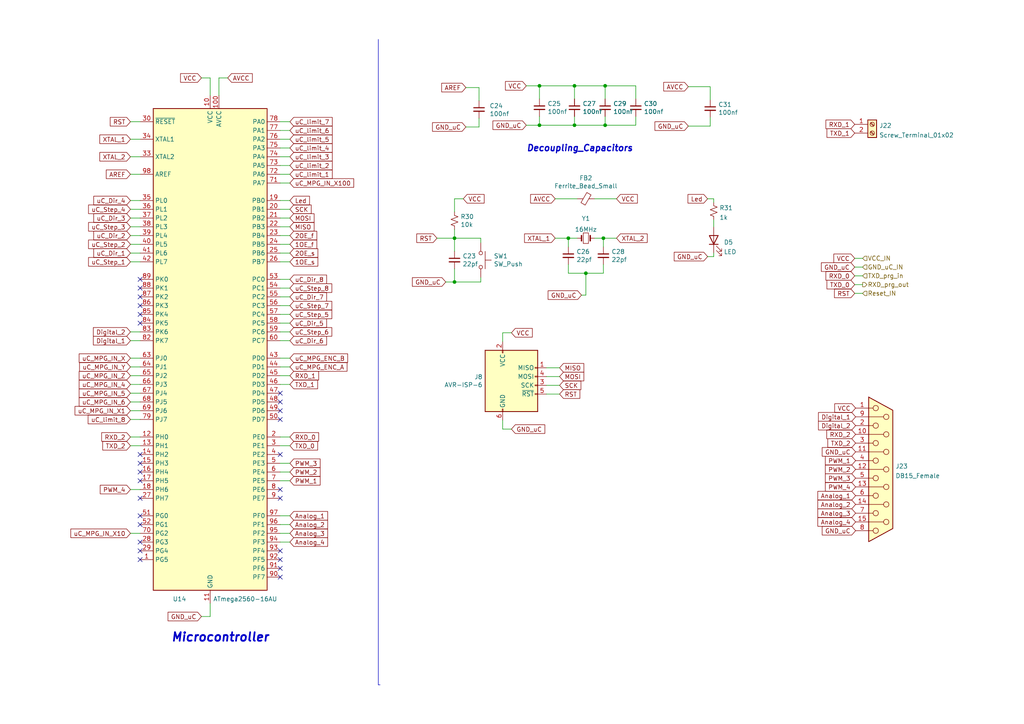
<source format=kicad_sch>
(kicad_sch
	(version 20231120)
	(generator "eeschema")
	(generator_version "8.0")
	(uuid "2c0e62f6-983c-4004-ac84-0e84c37dddc4")
	(paper "A4")
	(title_block
		(title "Motion Control Board")
		(date "2022-04-14")
		(company "Vashishtha Research Private Limited")
	)
	(lib_symbols
		(symbol "Connector:AVR-ISP-6"
			(pin_names
				(offset 1.016)
			)
			(exclude_from_sim no)
			(in_bom yes)
			(on_board yes)
			(property "Reference" "J"
				(at -6.35 11.43 0)
				(effects
					(font
						(size 1.27 1.27)
					)
					(justify left)
				)
			)
			(property "Value" "AVR-ISP-6"
				(at 0 11.43 0)
				(effects
					(font
						(size 1.27 1.27)
					)
					(justify left)
				)
			)
			(property "Footprint" ""
				(at -6.35 1.27 90)
				(effects
					(font
						(size 1.27 1.27)
					)
					(hide yes)
				)
			)
			(property "Datasheet" " ~"
				(at -32.385 -13.97 0)
				(effects
					(font
						(size 1.27 1.27)
					)
					(hide yes)
				)
			)
			(property "Description" "Atmel 6-pin ISP connector"
				(at 0 0 0)
				(effects
					(font
						(size 1.27 1.27)
					)
					(hide yes)
				)
			)
			(property "ki_keywords" "AVR ISP Connector"
				(at 0 0 0)
				(effects
					(font
						(size 1.27 1.27)
					)
					(hide yes)
				)
			)
			(property "ki_fp_filters" "IDC?Header*2x03* Pin?Header*2x03*"
				(at 0 0 0)
				(effects
					(font
						(size 1.27 1.27)
					)
					(hide yes)
				)
			)
			(symbol "AVR-ISP-6_0_1"
				(rectangle
					(start -2.667 -6.858)
					(end -2.413 -7.62)
					(stroke
						(width 0)
						(type default)
					)
					(fill
						(type none)
					)
				)
				(rectangle
					(start -2.667 10.16)
					(end -2.413 9.398)
					(stroke
						(width 0)
						(type default)
					)
					(fill
						(type none)
					)
				)
				(rectangle
					(start 7.62 -2.413)
					(end 6.858 -2.667)
					(stroke
						(width 0)
						(type default)
					)
					(fill
						(type none)
					)
				)
				(rectangle
					(start 7.62 0.127)
					(end 6.858 -0.127)
					(stroke
						(width 0)
						(type default)
					)
					(fill
						(type none)
					)
				)
				(rectangle
					(start 7.62 2.667)
					(end 6.858 2.413)
					(stroke
						(width 0)
						(type default)
					)
					(fill
						(type none)
					)
				)
				(rectangle
					(start 7.62 5.207)
					(end 6.858 4.953)
					(stroke
						(width 0)
						(type default)
					)
					(fill
						(type none)
					)
				)
				(rectangle
					(start 7.62 10.16)
					(end -7.62 -7.62)
					(stroke
						(width 0.254)
						(type default)
					)
					(fill
						(type background)
					)
				)
			)
			(symbol "AVR-ISP-6_1_1"
				(pin passive line
					(at 10.16 5.08 180)
					(length 2.54)
					(name "MISO"
						(effects
							(font
								(size 1.27 1.27)
							)
						)
					)
					(number "1"
						(effects
							(font
								(size 1.27 1.27)
							)
						)
					)
				)
				(pin passive line
					(at -2.54 12.7 270)
					(length 2.54)
					(name "VCC"
						(effects
							(font
								(size 1.27 1.27)
							)
						)
					)
					(number "2"
						(effects
							(font
								(size 1.27 1.27)
							)
						)
					)
				)
				(pin passive line
					(at 10.16 0 180)
					(length 2.54)
					(name "SCK"
						(effects
							(font
								(size 1.27 1.27)
							)
						)
					)
					(number "3"
						(effects
							(font
								(size 1.27 1.27)
							)
						)
					)
				)
				(pin passive line
					(at 10.16 2.54 180)
					(length 2.54)
					(name "MOSI"
						(effects
							(font
								(size 1.27 1.27)
							)
						)
					)
					(number "4"
						(effects
							(font
								(size 1.27 1.27)
							)
						)
					)
				)
				(pin passive line
					(at 10.16 -2.54 180)
					(length 2.54)
					(name "~{RST}"
						(effects
							(font
								(size 1.27 1.27)
							)
						)
					)
					(number "5"
						(effects
							(font
								(size 1.27 1.27)
							)
						)
					)
				)
				(pin passive line
					(at -2.54 -10.16 90)
					(length 2.54)
					(name "GND"
						(effects
							(font
								(size 1.27 1.27)
							)
						)
					)
					(number "6"
						(effects
							(font
								(size 1.27 1.27)
							)
						)
					)
				)
			)
		)
		(symbol "Connector:DB15_Female"
			(pin_names
				(offset 1.016) hide)
			(exclude_from_sim no)
			(in_bom yes)
			(on_board yes)
			(property "Reference" "J"
				(at 0.508 21.59 0)
				(effects
					(font
						(size 1.27 1.27)
					)
				)
			)
			(property "Value" "DB15_Female"
				(at 0 -22.225 0)
				(effects
					(font
						(size 1.27 1.27)
					)
				)
			)
			(property "Footprint" ""
				(at 0 0 0)
				(effects
					(font
						(size 1.27 1.27)
					)
					(hide yes)
				)
			)
			(property "Datasheet" " ~"
				(at 0 0 0)
				(effects
					(font
						(size 1.27 1.27)
					)
					(hide yes)
				)
			)
			(property "Description" "15-pin female D-SUB connector (low-density/2 columns)"
				(at 0 0 0)
				(effects
					(font
						(size 1.27 1.27)
					)
					(hide yes)
				)
			)
			(property "ki_keywords" "female D-SUB connector"
				(at 0 0 0)
				(effects
					(font
						(size 1.27 1.27)
					)
					(hide yes)
				)
			)
			(property "ki_fp_filters" "DSUB*Female*"
				(at 0 0 0)
				(effects
					(font
						(size 1.27 1.27)
					)
					(hide yes)
				)
			)
			(symbol "DB15_Female_0_1"
				(circle
					(center -1.778 -17.78)
					(radius 0.762)
					(stroke
						(width 0)
						(type default)
					)
					(fill
						(type none)
					)
				)
				(circle
					(center -1.778 -12.7)
					(radius 0.762)
					(stroke
						(width 0)
						(type default)
					)
					(fill
						(type none)
					)
				)
				(circle
					(center -1.778 -7.62)
					(radius 0.762)
					(stroke
						(width 0)
						(type default)
					)
					(fill
						(type none)
					)
				)
				(circle
					(center -1.778 -2.54)
					(radius 0.762)
					(stroke
						(width 0)
						(type default)
					)
					(fill
						(type none)
					)
				)
				(circle
					(center -1.778 2.54)
					(radius 0.762)
					(stroke
						(width 0)
						(type default)
					)
					(fill
						(type none)
					)
				)
				(circle
					(center -1.778 7.62)
					(radius 0.762)
					(stroke
						(width 0)
						(type default)
					)
					(fill
						(type none)
					)
				)
				(circle
					(center -1.778 12.7)
					(radius 0.762)
					(stroke
						(width 0)
						(type default)
					)
					(fill
						(type none)
					)
				)
				(circle
					(center -1.778 17.78)
					(radius 0.762)
					(stroke
						(width 0)
						(type default)
					)
					(fill
						(type none)
					)
				)
				(polyline
					(pts
						(xy -3.81 -17.78) (xy -2.54 -17.78)
					)
					(stroke
						(width 0)
						(type default)
					)
					(fill
						(type none)
					)
				)
				(polyline
					(pts
						(xy -3.81 -15.24) (xy 0.508 -15.24)
					)
					(stroke
						(width 0)
						(type default)
					)
					(fill
						(type none)
					)
				)
				(polyline
					(pts
						(xy -3.81 -12.7) (xy -2.54 -12.7)
					)
					(stroke
						(width 0)
						(type default)
					)
					(fill
						(type none)
					)
				)
				(polyline
					(pts
						(xy -3.81 -10.16) (xy 0.508 -10.16)
					)
					(stroke
						(width 0)
						(type default)
					)
					(fill
						(type none)
					)
				)
				(polyline
					(pts
						(xy -3.81 -7.62) (xy -2.54 -7.62)
					)
					(stroke
						(width 0)
						(type default)
					)
					(fill
						(type none)
					)
				)
				(polyline
					(pts
						(xy -3.81 -5.08) (xy 0.508 -5.08)
					)
					(stroke
						(width 0)
						(type default)
					)
					(fill
						(type none)
					)
				)
				(polyline
					(pts
						(xy -3.81 -2.54) (xy -2.54 -2.54)
					)
					(stroke
						(width 0)
						(type default)
					)
					(fill
						(type none)
					)
				)
				(polyline
					(pts
						(xy -3.81 0) (xy 0.508 0)
					)
					(stroke
						(width 0)
						(type default)
					)
					(fill
						(type none)
					)
				)
				(polyline
					(pts
						(xy -3.81 2.54) (xy -2.54 2.54)
					)
					(stroke
						(width 0)
						(type default)
					)
					(fill
						(type none)
					)
				)
				(polyline
					(pts
						(xy -3.81 5.08) (xy 0.508 5.08)
					)
					(stroke
						(width 0)
						(type default)
					)
					(fill
						(type none)
					)
				)
				(polyline
					(pts
						(xy -3.81 7.62) (xy -2.54 7.62)
					)
					(stroke
						(width 0)
						(type default)
					)
					(fill
						(type none)
					)
				)
				(polyline
					(pts
						(xy -3.81 10.16) (xy 0.508 10.16)
					)
					(stroke
						(width 0)
						(type default)
					)
					(fill
						(type none)
					)
				)
				(polyline
					(pts
						(xy -3.81 12.7) (xy -2.54 12.7)
					)
					(stroke
						(width 0)
						(type default)
					)
					(fill
						(type none)
					)
				)
				(polyline
					(pts
						(xy -3.81 15.24) (xy 0.508 15.24)
					)
					(stroke
						(width 0)
						(type default)
					)
					(fill
						(type none)
					)
				)
				(polyline
					(pts
						(xy -3.81 17.78) (xy -2.54 17.78)
					)
					(stroke
						(width 0)
						(type default)
					)
					(fill
						(type none)
					)
				)
				(polyline
					(pts
						(xy -3.81 20.955) (xy 3.175 17.145) (xy 3.175 -17.145) (xy -3.81 -20.955) (xy -3.81 20.955)
					)
					(stroke
						(width 0.254)
						(type default)
					)
					(fill
						(type background)
					)
				)
				(circle
					(center 1.27 -15.24)
					(radius 0.762)
					(stroke
						(width 0)
						(type default)
					)
					(fill
						(type none)
					)
				)
				(circle
					(center 1.27 -10.16)
					(radius 0.762)
					(stroke
						(width 0)
						(type default)
					)
					(fill
						(type none)
					)
				)
				(circle
					(center 1.27 -5.08)
					(radius 0.762)
					(stroke
						(width 0)
						(type default)
					)
					(fill
						(type none)
					)
				)
				(circle
					(center 1.27 0)
					(radius 0.762)
					(stroke
						(width 0)
						(type default)
					)
					(fill
						(type none)
					)
				)
				(circle
					(center 1.27 5.08)
					(radius 0.762)
					(stroke
						(width 0)
						(type default)
					)
					(fill
						(type none)
					)
				)
				(circle
					(center 1.27 10.16)
					(radius 0.762)
					(stroke
						(width 0)
						(type default)
					)
					(fill
						(type none)
					)
				)
				(circle
					(center 1.27 15.24)
					(radius 0.762)
					(stroke
						(width 0)
						(type default)
					)
					(fill
						(type none)
					)
				)
			)
			(symbol "DB15_Female_1_1"
				(pin passive line
					(at -7.62 17.78 0)
					(length 3.81)
					(name "1"
						(effects
							(font
								(size 1.27 1.27)
							)
						)
					)
					(number "1"
						(effects
							(font
								(size 1.27 1.27)
							)
						)
					)
				)
				(pin passive line
					(at -7.62 10.16 0)
					(length 3.81)
					(name "P10"
						(effects
							(font
								(size 1.27 1.27)
							)
						)
					)
					(number "10"
						(effects
							(font
								(size 1.27 1.27)
							)
						)
					)
				)
				(pin passive line
					(at -7.62 5.08 0)
					(length 3.81)
					(name "P111"
						(effects
							(font
								(size 1.27 1.27)
							)
						)
					)
					(number "11"
						(effects
							(font
								(size 1.27 1.27)
							)
						)
					)
				)
				(pin passive line
					(at -7.62 0 0)
					(length 3.81)
					(name "P12"
						(effects
							(font
								(size 1.27 1.27)
							)
						)
					)
					(number "12"
						(effects
							(font
								(size 1.27 1.27)
							)
						)
					)
				)
				(pin passive line
					(at -7.62 -5.08 0)
					(length 3.81)
					(name "P13"
						(effects
							(font
								(size 1.27 1.27)
							)
						)
					)
					(number "13"
						(effects
							(font
								(size 1.27 1.27)
							)
						)
					)
				)
				(pin passive line
					(at -7.62 -10.16 0)
					(length 3.81)
					(name "P14"
						(effects
							(font
								(size 1.27 1.27)
							)
						)
					)
					(number "14"
						(effects
							(font
								(size 1.27 1.27)
							)
						)
					)
				)
				(pin passive line
					(at -7.62 -15.24 0)
					(length 3.81)
					(name "P15"
						(effects
							(font
								(size 1.27 1.27)
							)
						)
					)
					(number "15"
						(effects
							(font
								(size 1.27 1.27)
							)
						)
					)
				)
				(pin passive line
					(at -7.62 12.7 0)
					(length 3.81)
					(name "2"
						(effects
							(font
								(size 1.27 1.27)
							)
						)
					)
					(number "2"
						(effects
							(font
								(size 1.27 1.27)
							)
						)
					)
				)
				(pin passive line
					(at -7.62 7.62 0)
					(length 3.81)
					(name "3"
						(effects
							(font
								(size 1.27 1.27)
							)
						)
					)
					(number "3"
						(effects
							(font
								(size 1.27 1.27)
							)
						)
					)
				)
				(pin passive line
					(at -7.62 2.54 0)
					(length 3.81)
					(name "4"
						(effects
							(font
								(size 1.27 1.27)
							)
						)
					)
					(number "4"
						(effects
							(font
								(size 1.27 1.27)
							)
						)
					)
				)
				(pin passive line
					(at -7.62 -2.54 0)
					(length 3.81)
					(name "5"
						(effects
							(font
								(size 1.27 1.27)
							)
						)
					)
					(number "5"
						(effects
							(font
								(size 1.27 1.27)
							)
						)
					)
				)
				(pin passive line
					(at -7.62 -7.62 0)
					(length 3.81)
					(name "6"
						(effects
							(font
								(size 1.27 1.27)
							)
						)
					)
					(number "6"
						(effects
							(font
								(size 1.27 1.27)
							)
						)
					)
				)
				(pin passive line
					(at -7.62 -12.7 0)
					(length 3.81)
					(name "7"
						(effects
							(font
								(size 1.27 1.27)
							)
						)
					)
					(number "7"
						(effects
							(font
								(size 1.27 1.27)
							)
						)
					)
				)
				(pin passive line
					(at -7.62 -17.78 0)
					(length 3.81)
					(name "8"
						(effects
							(font
								(size 1.27 1.27)
							)
						)
					)
					(number "8"
						(effects
							(font
								(size 1.27 1.27)
							)
						)
					)
				)
				(pin passive line
					(at -7.62 15.24 0)
					(length 3.81)
					(name "P9"
						(effects
							(font
								(size 1.27 1.27)
							)
						)
					)
					(number "9"
						(effects
							(font
								(size 1.27 1.27)
							)
						)
					)
				)
			)
		)
		(symbol "Connector:Screw_Terminal_01x02"
			(pin_names
				(offset 1.016) hide)
			(exclude_from_sim no)
			(in_bom yes)
			(on_board yes)
			(property "Reference" "J"
				(at 0 2.54 0)
				(effects
					(font
						(size 1.27 1.27)
					)
				)
			)
			(property "Value" "Screw_Terminal_01x02"
				(at 0 -5.08 0)
				(effects
					(font
						(size 1.27 1.27)
					)
				)
			)
			(property "Footprint" ""
				(at 0 0 0)
				(effects
					(font
						(size 1.27 1.27)
					)
					(hide yes)
				)
			)
			(property "Datasheet" "~"
				(at 0 0 0)
				(effects
					(font
						(size 1.27 1.27)
					)
					(hide yes)
				)
			)
			(property "Description" "Generic screw terminal, single row, 01x02, script generated (kicad-library-utils/schlib/autogen/connector/)"
				(at 0 0 0)
				(effects
					(font
						(size 1.27 1.27)
					)
					(hide yes)
				)
			)
			(property "ki_keywords" "screw terminal"
				(at 0 0 0)
				(effects
					(font
						(size 1.27 1.27)
					)
					(hide yes)
				)
			)
			(property "ki_fp_filters" "TerminalBlock*:*"
				(at 0 0 0)
				(effects
					(font
						(size 1.27 1.27)
					)
					(hide yes)
				)
			)
			(symbol "Screw_Terminal_01x02_1_1"
				(rectangle
					(start -1.27 1.27)
					(end 1.27 -3.81)
					(stroke
						(width 0.254)
						(type default)
					)
					(fill
						(type background)
					)
				)
				(circle
					(center 0 -2.54)
					(radius 0.635)
					(stroke
						(width 0.1524)
						(type default)
					)
					(fill
						(type none)
					)
				)
				(polyline
					(pts
						(xy -0.5334 -2.2098) (xy 0.3302 -3.048)
					)
					(stroke
						(width 0.1524)
						(type default)
					)
					(fill
						(type none)
					)
				)
				(polyline
					(pts
						(xy -0.5334 0.3302) (xy 0.3302 -0.508)
					)
					(stroke
						(width 0.1524)
						(type default)
					)
					(fill
						(type none)
					)
				)
				(polyline
					(pts
						(xy -0.3556 -2.032) (xy 0.508 -2.8702)
					)
					(stroke
						(width 0.1524)
						(type default)
					)
					(fill
						(type none)
					)
				)
				(polyline
					(pts
						(xy -0.3556 0.508) (xy 0.508 -0.3302)
					)
					(stroke
						(width 0.1524)
						(type default)
					)
					(fill
						(type none)
					)
				)
				(circle
					(center 0 0)
					(radius 0.635)
					(stroke
						(width 0.1524)
						(type default)
					)
					(fill
						(type none)
					)
				)
				(pin passive line
					(at -5.08 0 0)
					(length 3.81)
					(name "Pin_1"
						(effects
							(font
								(size 1.27 1.27)
							)
						)
					)
					(number "1"
						(effects
							(font
								(size 1.27 1.27)
							)
						)
					)
				)
				(pin passive line
					(at -5.08 -2.54 0)
					(length 3.81)
					(name "Pin_2"
						(effects
							(font
								(size 1.27 1.27)
							)
						)
					)
					(number "2"
						(effects
							(font
								(size 1.27 1.27)
							)
						)
					)
				)
			)
		)
		(symbol "Device:C_Small"
			(pin_numbers hide)
			(pin_names
				(offset 0.254) hide)
			(exclude_from_sim no)
			(in_bom yes)
			(on_board yes)
			(property "Reference" "C"
				(at 0.254 1.778 0)
				(effects
					(font
						(size 1.27 1.27)
					)
					(justify left)
				)
			)
			(property "Value" "C_Small"
				(at 0.254 -2.032 0)
				(effects
					(font
						(size 1.27 1.27)
					)
					(justify left)
				)
			)
			(property "Footprint" ""
				(at 0 0 0)
				(effects
					(font
						(size 1.27 1.27)
					)
					(hide yes)
				)
			)
			(property "Datasheet" "~"
				(at 0 0 0)
				(effects
					(font
						(size 1.27 1.27)
					)
					(hide yes)
				)
			)
			(property "Description" "Unpolarized capacitor, small symbol"
				(at 0 0 0)
				(effects
					(font
						(size 1.27 1.27)
					)
					(hide yes)
				)
			)
			(property "ki_keywords" "capacitor cap"
				(at 0 0 0)
				(effects
					(font
						(size 1.27 1.27)
					)
					(hide yes)
				)
			)
			(property "ki_fp_filters" "C_*"
				(at 0 0 0)
				(effects
					(font
						(size 1.27 1.27)
					)
					(hide yes)
				)
			)
			(symbol "C_Small_0_1"
				(polyline
					(pts
						(xy -1.524 -0.508) (xy 1.524 -0.508)
					)
					(stroke
						(width 0.3302)
						(type default)
					)
					(fill
						(type none)
					)
				)
				(polyline
					(pts
						(xy -1.524 0.508) (xy 1.524 0.508)
					)
					(stroke
						(width 0.3048)
						(type default)
					)
					(fill
						(type none)
					)
				)
			)
			(symbol "C_Small_1_1"
				(pin passive line
					(at 0 2.54 270)
					(length 2.032)
					(name "~"
						(effects
							(font
								(size 1.27 1.27)
							)
						)
					)
					(number "1"
						(effects
							(font
								(size 1.27 1.27)
							)
						)
					)
				)
				(pin passive line
					(at 0 -2.54 90)
					(length 2.032)
					(name "~"
						(effects
							(font
								(size 1.27 1.27)
							)
						)
					)
					(number "2"
						(effects
							(font
								(size 1.27 1.27)
							)
						)
					)
				)
			)
		)
		(symbol "Device:Crystal_Small"
			(pin_numbers hide)
			(pin_names
				(offset 1.016) hide)
			(exclude_from_sim no)
			(in_bom yes)
			(on_board yes)
			(property "Reference" "Y"
				(at 0 2.54 0)
				(effects
					(font
						(size 1.27 1.27)
					)
				)
			)
			(property "Value" "Crystal_Small"
				(at 0 -2.54 0)
				(effects
					(font
						(size 1.27 1.27)
					)
				)
			)
			(property "Footprint" ""
				(at 0 0 0)
				(effects
					(font
						(size 1.27 1.27)
					)
					(hide yes)
				)
			)
			(property "Datasheet" "~"
				(at 0 0 0)
				(effects
					(font
						(size 1.27 1.27)
					)
					(hide yes)
				)
			)
			(property "Description" "Two pin crystal, small symbol"
				(at 0 0 0)
				(effects
					(font
						(size 1.27 1.27)
					)
					(hide yes)
				)
			)
			(property "ki_keywords" "quartz ceramic resonator oscillator"
				(at 0 0 0)
				(effects
					(font
						(size 1.27 1.27)
					)
					(hide yes)
				)
			)
			(property "ki_fp_filters" "Crystal*"
				(at 0 0 0)
				(effects
					(font
						(size 1.27 1.27)
					)
					(hide yes)
				)
			)
			(symbol "Crystal_Small_0_1"
				(rectangle
					(start -0.762 -1.524)
					(end 0.762 1.524)
					(stroke
						(width 0)
						(type default)
					)
					(fill
						(type none)
					)
				)
				(polyline
					(pts
						(xy -1.27 -0.762) (xy -1.27 0.762)
					)
					(stroke
						(width 0.381)
						(type default)
					)
					(fill
						(type none)
					)
				)
				(polyline
					(pts
						(xy 1.27 -0.762) (xy 1.27 0.762)
					)
					(stroke
						(width 0.381)
						(type default)
					)
					(fill
						(type none)
					)
				)
			)
			(symbol "Crystal_Small_1_1"
				(pin passive line
					(at -2.54 0 0)
					(length 1.27)
					(name "1"
						(effects
							(font
								(size 1.27 1.27)
							)
						)
					)
					(number "1"
						(effects
							(font
								(size 1.27 1.27)
							)
						)
					)
				)
				(pin passive line
					(at 2.54 0 180)
					(length 1.27)
					(name "2"
						(effects
							(font
								(size 1.27 1.27)
							)
						)
					)
					(number "2"
						(effects
							(font
								(size 1.27 1.27)
							)
						)
					)
				)
			)
		)
		(symbol "Device:Ferrite_Bead_Small"
			(pin_numbers hide)
			(pin_names
				(offset 0)
			)
			(exclude_from_sim no)
			(in_bom yes)
			(on_board yes)
			(property "Reference" "FB"
				(at 1.905 1.27 0)
				(effects
					(font
						(size 1.27 1.27)
					)
					(justify left)
				)
			)
			(property "Value" "Device_Ferrite_Bead_Small"
				(at 1.905 -1.27 0)
				(effects
					(font
						(size 1.27 1.27)
					)
					(justify left)
				)
			)
			(property "Footprint" ""
				(at -1.778 0 90)
				(effects
					(font
						(size 1.27 1.27)
					)
					(hide yes)
				)
			)
			(property "Datasheet" ""
				(at 0 0 0)
				(effects
					(font
						(size 1.27 1.27)
					)
					(hide yes)
				)
			)
			(property "Description" ""
				(at 0 0 0)
				(effects
					(font
						(size 1.27 1.27)
					)
					(hide yes)
				)
			)
			(property "ki_fp_filters" "Inductor_* L_* *Ferrite*"
				(at 0 0 0)
				(effects
					(font
						(size 1.27 1.27)
					)
					(hide yes)
				)
			)
			(symbol "Ferrite_Bead_Small_0_1"
				(polyline
					(pts
						(xy 0 -1.27) (xy 0 -0.7874)
					)
					(stroke
						(width 0)
						(type default)
					)
					(fill
						(type none)
					)
				)
				(polyline
					(pts
						(xy 0 0.889) (xy 0 1.2954)
					)
					(stroke
						(width 0)
						(type default)
					)
					(fill
						(type none)
					)
				)
				(polyline
					(pts
						(xy -1.8288 0.2794) (xy -1.1176 1.4986) (xy 1.8288 -0.2032) (xy 1.1176 -1.4224) (xy -1.8288 0.2794)
					)
					(stroke
						(width 0)
						(type default)
					)
					(fill
						(type none)
					)
				)
			)
			(symbol "Ferrite_Bead_Small_1_1"
				(pin passive line
					(at 0 2.54 270)
					(length 1.27)
					(name "~"
						(effects
							(font
								(size 1.27 1.27)
							)
						)
					)
					(number "1"
						(effects
							(font
								(size 1.27 1.27)
							)
						)
					)
				)
				(pin passive line
					(at 0 -2.54 90)
					(length 1.27)
					(name "~"
						(effects
							(font
								(size 1.27 1.27)
							)
						)
					)
					(number "2"
						(effects
							(font
								(size 1.27 1.27)
							)
						)
					)
				)
			)
		)
		(symbol "Device:LED"
			(pin_numbers hide)
			(pin_names
				(offset 1.016) hide)
			(exclude_from_sim no)
			(in_bom yes)
			(on_board yes)
			(property "Reference" "D"
				(at 0 2.54 0)
				(effects
					(font
						(size 1.27 1.27)
					)
				)
			)
			(property "Value" "LED"
				(at 0 -2.54 0)
				(effects
					(font
						(size 1.27 1.27)
					)
				)
			)
			(property "Footprint" ""
				(at 0 0 0)
				(effects
					(font
						(size 1.27 1.27)
					)
					(hide yes)
				)
			)
			(property "Datasheet" "~"
				(at 0 0 0)
				(effects
					(font
						(size 1.27 1.27)
					)
					(hide yes)
				)
			)
			(property "Description" "Light emitting diode"
				(at 0 0 0)
				(effects
					(font
						(size 1.27 1.27)
					)
					(hide yes)
				)
			)
			(property "ki_keywords" "LED diode"
				(at 0 0 0)
				(effects
					(font
						(size 1.27 1.27)
					)
					(hide yes)
				)
			)
			(property "ki_fp_filters" "LED* LED_SMD:* LED_THT:*"
				(at 0 0 0)
				(effects
					(font
						(size 1.27 1.27)
					)
					(hide yes)
				)
			)
			(symbol "LED_0_1"
				(polyline
					(pts
						(xy -1.27 -1.27) (xy -1.27 1.27)
					)
					(stroke
						(width 0.254)
						(type default)
					)
					(fill
						(type none)
					)
				)
				(polyline
					(pts
						(xy -1.27 0) (xy 1.27 0)
					)
					(stroke
						(width 0)
						(type default)
					)
					(fill
						(type none)
					)
				)
				(polyline
					(pts
						(xy 1.27 -1.27) (xy 1.27 1.27) (xy -1.27 0) (xy 1.27 -1.27)
					)
					(stroke
						(width 0.254)
						(type default)
					)
					(fill
						(type none)
					)
				)
				(polyline
					(pts
						(xy -3.048 -0.762) (xy -4.572 -2.286) (xy -3.81 -2.286) (xy -4.572 -2.286) (xy -4.572 -1.524)
					)
					(stroke
						(width 0)
						(type default)
					)
					(fill
						(type none)
					)
				)
				(polyline
					(pts
						(xy -1.778 -0.762) (xy -3.302 -2.286) (xy -2.54 -2.286) (xy -3.302 -2.286) (xy -3.302 -1.524)
					)
					(stroke
						(width 0)
						(type default)
					)
					(fill
						(type none)
					)
				)
			)
			(symbol "LED_1_1"
				(pin passive line
					(at -3.81 0 0)
					(length 2.54)
					(name "K"
						(effects
							(font
								(size 1.27 1.27)
							)
						)
					)
					(number "1"
						(effects
							(font
								(size 1.27 1.27)
							)
						)
					)
				)
				(pin passive line
					(at 3.81 0 180)
					(length 2.54)
					(name "A"
						(effects
							(font
								(size 1.27 1.27)
							)
						)
					)
					(number "2"
						(effects
							(font
								(size 1.27 1.27)
							)
						)
					)
				)
			)
		)
		(symbol "Device:R_Small_US"
			(pin_numbers hide)
			(pin_names
				(offset 0.254) hide)
			(exclude_from_sim no)
			(in_bom yes)
			(on_board yes)
			(property "Reference" "R"
				(at 0.762 0.508 0)
				(effects
					(font
						(size 1.27 1.27)
					)
					(justify left)
				)
			)
			(property "Value" "R_Small_US"
				(at 0.762 -1.016 0)
				(effects
					(font
						(size 1.27 1.27)
					)
					(justify left)
				)
			)
			(property "Footprint" ""
				(at 0 0 0)
				(effects
					(font
						(size 1.27 1.27)
					)
					(hide yes)
				)
			)
			(property "Datasheet" "~"
				(at 0 0 0)
				(effects
					(font
						(size 1.27 1.27)
					)
					(hide yes)
				)
			)
			(property "Description" "Resistor, small US symbol"
				(at 0 0 0)
				(effects
					(font
						(size 1.27 1.27)
					)
					(hide yes)
				)
			)
			(property "ki_keywords" "r resistor"
				(at 0 0 0)
				(effects
					(font
						(size 1.27 1.27)
					)
					(hide yes)
				)
			)
			(property "ki_fp_filters" "R_*"
				(at 0 0 0)
				(effects
					(font
						(size 1.27 1.27)
					)
					(hide yes)
				)
			)
			(symbol "R_Small_US_1_1"
				(polyline
					(pts
						(xy 0 0) (xy 1.016 -0.381) (xy 0 -0.762) (xy -1.016 -1.143) (xy 0 -1.524)
					)
					(stroke
						(width 0)
						(type default)
					)
					(fill
						(type none)
					)
				)
				(polyline
					(pts
						(xy 0 1.524) (xy 1.016 1.143) (xy 0 0.762) (xy -1.016 0.381) (xy 0 0)
					)
					(stroke
						(width 0)
						(type default)
					)
					(fill
						(type none)
					)
				)
				(pin passive line
					(at 0 2.54 270)
					(length 1.016)
					(name "~"
						(effects
							(font
								(size 1.27 1.27)
							)
						)
					)
					(number "1"
						(effects
							(font
								(size 1.27 1.27)
							)
						)
					)
				)
				(pin passive line
					(at 0 -2.54 90)
					(length 1.016)
					(name "~"
						(effects
							(font
								(size 1.27 1.27)
							)
						)
					)
					(number "2"
						(effects
							(font
								(size 1.27 1.27)
							)
						)
					)
				)
			)
		)
		(symbol "MCU_Microchip_ATmega:ATmega2560-16AU"
			(exclude_from_sim no)
			(in_bom yes)
			(on_board yes)
			(property "Reference" "U"
				(at 0 1.27 0)
				(effects
					(font
						(size 1.27 1.27)
					)
					(justify bottom)
				)
			)
			(property "Value" "MCU_Microchip_ATmega_ATmega2560-16AU"
				(at 0 -1.27 0)
				(effects
					(font
						(size 1.27 1.27)
					)
					(justify top)
				)
			)
			(property "Footprint" "Package_QFP:TQFP-100_14x14mm_P0.5mm"
				(at 0 0 0)
				(effects
					(font
						(size 1.27 1.27)
						(italic yes)
					)
					(hide yes)
				)
			)
			(property "Datasheet" ""
				(at 0 0 0)
				(effects
					(font
						(size 1.27 1.27)
					)
					(hide yes)
				)
			)
			(property "Description" ""
				(at 0 0 0)
				(effects
					(font
						(size 1.27 1.27)
					)
					(hide yes)
				)
			)
			(property "ki_fp_filters" "TQFP*14x14mm*P0.5mm*"
				(at 0 0 0)
				(effects
					(font
						(size 1.27 1.27)
					)
					(hide yes)
				)
			)
			(symbol "ATmega2560-16AU_0_1"
				(rectangle
					(start -16.51 -69.85)
					(end 16.51 69.85)
					(stroke
						(width 0.254)
						(type default)
					)
					(fill
						(type background)
					)
				)
			)
			(symbol "ATmega2560-16AU_1_1"
				(pin bidirectional line
					(at -20.32 -60.96 0)
					(length 3.81)
					(name "PG5"
						(effects
							(font
								(size 1.27 1.27)
							)
						)
					)
					(number "1"
						(effects
							(font
								(size 1.27 1.27)
							)
						)
					)
				)
				(pin power_in line
					(at 0 73.66 270)
					(length 3.81)
					(name "VCC"
						(effects
							(font
								(size 1.27 1.27)
							)
						)
					)
					(number "10"
						(effects
							(font
								(size 1.27 1.27)
							)
						)
					)
				)
				(pin power_in line
					(at 2.54 73.66 270)
					(length 3.81)
					(name "AVCC"
						(effects
							(font
								(size 1.27 1.27)
							)
						)
					)
					(number "100"
						(effects
							(font
								(size 1.27 1.27)
							)
						)
					)
				)
				(pin power_in line
					(at 0 -73.66 90)
					(length 3.81)
					(name "GND"
						(effects
							(font
								(size 1.27 1.27)
							)
						)
					)
					(number "11"
						(effects
							(font
								(size 1.27 1.27)
							)
						)
					)
				)
				(pin bidirectional line
					(at -20.32 -25.4 0)
					(length 3.81)
					(name "PH0"
						(effects
							(font
								(size 1.27 1.27)
							)
						)
					)
					(number "12"
						(effects
							(font
								(size 1.27 1.27)
							)
						)
					)
				)
				(pin bidirectional line
					(at -20.32 -27.94 0)
					(length 3.81)
					(name "PH1"
						(effects
							(font
								(size 1.27 1.27)
							)
						)
					)
					(number "13"
						(effects
							(font
								(size 1.27 1.27)
							)
						)
					)
				)
				(pin bidirectional line
					(at -20.32 -30.48 0)
					(length 3.81)
					(name "PH2"
						(effects
							(font
								(size 1.27 1.27)
							)
						)
					)
					(number "14"
						(effects
							(font
								(size 1.27 1.27)
							)
						)
					)
				)
				(pin bidirectional line
					(at -20.32 -33.02 0)
					(length 3.81)
					(name "PH3"
						(effects
							(font
								(size 1.27 1.27)
							)
						)
					)
					(number "15"
						(effects
							(font
								(size 1.27 1.27)
							)
						)
					)
				)
				(pin bidirectional line
					(at -20.32 -35.56 0)
					(length 3.81)
					(name "PH4"
						(effects
							(font
								(size 1.27 1.27)
							)
						)
					)
					(number "16"
						(effects
							(font
								(size 1.27 1.27)
							)
						)
					)
				)
				(pin bidirectional line
					(at -20.32 -38.1 0)
					(length 3.81)
					(name "PH5"
						(effects
							(font
								(size 1.27 1.27)
							)
						)
					)
					(number "17"
						(effects
							(font
								(size 1.27 1.27)
							)
						)
					)
				)
				(pin bidirectional line
					(at -20.32 -40.64 0)
					(length 3.81)
					(name "PH6"
						(effects
							(font
								(size 1.27 1.27)
							)
						)
					)
					(number "18"
						(effects
							(font
								(size 1.27 1.27)
							)
						)
					)
				)
				(pin bidirectional line
					(at 20.32 43.18 180)
					(length 3.81)
					(name "PB0"
						(effects
							(font
								(size 1.27 1.27)
							)
						)
					)
					(number "19"
						(effects
							(font
								(size 1.27 1.27)
							)
						)
					)
				)
				(pin bidirectional line
					(at 20.32 -25.4 180)
					(length 3.81)
					(name "PE0"
						(effects
							(font
								(size 1.27 1.27)
							)
						)
					)
					(number "2"
						(effects
							(font
								(size 1.27 1.27)
							)
						)
					)
				)
				(pin bidirectional line
					(at 20.32 40.64 180)
					(length 3.81)
					(name "PB1"
						(effects
							(font
								(size 1.27 1.27)
							)
						)
					)
					(number "20"
						(effects
							(font
								(size 1.27 1.27)
							)
						)
					)
				)
				(pin bidirectional line
					(at 20.32 38.1 180)
					(length 3.81)
					(name "PB2"
						(effects
							(font
								(size 1.27 1.27)
							)
						)
					)
					(number "21"
						(effects
							(font
								(size 1.27 1.27)
							)
						)
					)
				)
				(pin bidirectional line
					(at 20.32 35.56 180)
					(length 3.81)
					(name "PB3"
						(effects
							(font
								(size 1.27 1.27)
							)
						)
					)
					(number "22"
						(effects
							(font
								(size 1.27 1.27)
							)
						)
					)
				)
				(pin bidirectional line
					(at 20.32 33.02 180)
					(length 3.81)
					(name "PB4"
						(effects
							(font
								(size 1.27 1.27)
							)
						)
					)
					(number "23"
						(effects
							(font
								(size 1.27 1.27)
							)
						)
					)
				)
				(pin bidirectional line
					(at 20.32 30.48 180)
					(length 3.81)
					(name "PB5"
						(effects
							(font
								(size 1.27 1.27)
							)
						)
					)
					(number "24"
						(effects
							(font
								(size 1.27 1.27)
							)
						)
					)
				)
				(pin bidirectional line
					(at 20.32 27.94 180)
					(length 3.81)
					(name "PB6"
						(effects
							(font
								(size 1.27 1.27)
							)
						)
					)
					(number "25"
						(effects
							(font
								(size 1.27 1.27)
							)
						)
					)
				)
				(pin bidirectional line
					(at 20.32 25.4 180)
					(length 3.81)
					(name "PB7"
						(effects
							(font
								(size 1.27 1.27)
							)
						)
					)
					(number "26"
						(effects
							(font
								(size 1.27 1.27)
							)
						)
					)
				)
				(pin bidirectional line
					(at -20.32 -43.18 0)
					(length 3.81)
					(name "PH7"
						(effects
							(font
								(size 1.27 1.27)
							)
						)
					)
					(number "27"
						(effects
							(font
								(size 1.27 1.27)
							)
						)
					)
				)
				(pin bidirectional line
					(at -20.32 -55.88 0)
					(length 3.81)
					(name "PG3"
						(effects
							(font
								(size 1.27 1.27)
							)
						)
					)
					(number "28"
						(effects
							(font
								(size 1.27 1.27)
							)
						)
					)
				)
				(pin bidirectional line
					(at -20.32 -58.42 0)
					(length 3.81)
					(name "PG4"
						(effects
							(font
								(size 1.27 1.27)
							)
						)
					)
					(number "29"
						(effects
							(font
								(size 1.27 1.27)
							)
						)
					)
				)
				(pin bidirectional line
					(at 20.32 -27.94 180)
					(length 3.81)
					(name "PE1"
						(effects
							(font
								(size 1.27 1.27)
							)
						)
					)
					(number "3"
						(effects
							(font
								(size 1.27 1.27)
							)
						)
					)
				)
				(pin input line
					(at -20.32 66.04 0)
					(length 3.81)
					(name "~{RESET}"
						(effects
							(font
								(size 1.27 1.27)
							)
						)
					)
					(number "30"
						(effects
							(font
								(size 1.27 1.27)
							)
						)
					)
				)
				(pin passive line
					(at 0 73.66 270)
					(length 3.81) hide
					(name "VCC"
						(effects
							(font
								(size 1.27 1.27)
							)
						)
					)
					(number "31"
						(effects
							(font
								(size 1.27 1.27)
							)
						)
					)
				)
				(pin passive line
					(at 0 -73.66 90)
					(length 3.81) hide
					(name "GND"
						(effects
							(font
								(size 1.27 1.27)
							)
						)
					)
					(number "32"
						(effects
							(font
								(size 1.27 1.27)
							)
						)
					)
				)
				(pin output line
					(at -20.32 55.88 0)
					(length 3.81)
					(name "XTAL2"
						(effects
							(font
								(size 1.27 1.27)
							)
						)
					)
					(number "33"
						(effects
							(font
								(size 1.27 1.27)
							)
						)
					)
				)
				(pin input line
					(at -20.32 60.96 0)
					(length 3.81)
					(name "XTAL1"
						(effects
							(font
								(size 1.27 1.27)
							)
						)
					)
					(number "34"
						(effects
							(font
								(size 1.27 1.27)
							)
						)
					)
				)
				(pin bidirectional line
					(at -20.32 43.18 0)
					(length 3.81)
					(name "PL0"
						(effects
							(font
								(size 1.27 1.27)
							)
						)
					)
					(number "35"
						(effects
							(font
								(size 1.27 1.27)
							)
						)
					)
				)
				(pin bidirectional line
					(at -20.32 40.64 0)
					(length 3.81)
					(name "PL1"
						(effects
							(font
								(size 1.27 1.27)
							)
						)
					)
					(number "36"
						(effects
							(font
								(size 1.27 1.27)
							)
						)
					)
				)
				(pin bidirectional line
					(at -20.32 38.1 0)
					(length 3.81)
					(name "PL2"
						(effects
							(font
								(size 1.27 1.27)
							)
						)
					)
					(number "37"
						(effects
							(font
								(size 1.27 1.27)
							)
						)
					)
				)
				(pin bidirectional line
					(at -20.32 35.56 0)
					(length 3.81)
					(name "PL3"
						(effects
							(font
								(size 1.27 1.27)
							)
						)
					)
					(number "38"
						(effects
							(font
								(size 1.27 1.27)
							)
						)
					)
				)
				(pin bidirectional line
					(at -20.32 33.02 0)
					(length 3.81)
					(name "PL4"
						(effects
							(font
								(size 1.27 1.27)
							)
						)
					)
					(number "39"
						(effects
							(font
								(size 1.27 1.27)
							)
						)
					)
				)
				(pin bidirectional line
					(at 20.32 -30.48 180)
					(length 3.81)
					(name "PE2"
						(effects
							(font
								(size 1.27 1.27)
							)
						)
					)
					(number "4"
						(effects
							(font
								(size 1.27 1.27)
							)
						)
					)
				)
				(pin bidirectional line
					(at -20.32 30.48 0)
					(length 3.81)
					(name "PL5"
						(effects
							(font
								(size 1.27 1.27)
							)
						)
					)
					(number "40"
						(effects
							(font
								(size 1.27 1.27)
							)
						)
					)
				)
				(pin bidirectional line
					(at -20.32 27.94 0)
					(length 3.81)
					(name "PL6"
						(effects
							(font
								(size 1.27 1.27)
							)
						)
					)
					(number "41"
						(effects
							(font
								(size 1.27 1.27)
							)
						)
					)
				)
				(pin bidirectional line
					(at -20.32 25.4 0)
					(length 3.81)
					(name "PL7"
						(effects
							(font
								(size 1.27 1.27)
							)
						)
					)
					(number "42"
						(effects
							(font
								(size 1.27 1.27)
							)
						)
					)
				)
				(pin bidirectional line
					(at 20.32 -2.54 180)
					(length 3.81)
					(name "PD0"
						(effects
							(font
								(size 1.27 1.27)
							)
						)
					)
					(number "43"
						(effects
							(font
								(size 1.27 1.27)
							)
						)
					)
				)
				(pin bidirectional line
					(at 20.32 -5.08 180)
					(length 3.81)
					(name "PD1"
						(effects
							(font
								(size 1.27 1.27)
							)
						)
					)
					(number "44"
						(effects
							(font
								(size 1.27 1.27)
							)
						)
					)
				)
				(pin bidirectional line
					(at 20.32 -7.62 180)
					(length 3.81)
					(name "PD2"
						(effects
							(font
								(size 1.27 1.27)
							)
						)
					)
					(number "45"
						(effects
							(font
								(size 1.27 1.27)
							)
						)
					)
				)
				(pin bidirectional line
					(at 20.32 -10.16 180)
					(length 3.81)
					(name "PD3"
						(effects
							(font
								(size 1.27 1.27)
							)
						)
					)
					(number "46"
						(effects
							(font
								(size 1.27 1.27)
							)
						)
					)
				)
				(pin bidirectional line
					(at 20.32 -12.7 180)
					(length 3.81)
					(name "PD4"
						(effects
							(font
								(size 1.27 1.27)
							)
						)
					)
					(number "47"
						(effects
							(font
								(size 1.27 1.27)
							)
						)
					)
				)
				(pin bidirectional line
					(at 20.32 -15.24 180)
					(length 3.81)
					(name "PD5"
						(effects
							(font
								(size 1.27 1.27)
							)
						)
					)
					(number "48"
						(effects
							(font
								(size 1.27 1.27)
							)
						)
					)
				)
				(pin bidirectional line
					(at 20.32 -17.78 180)
					(length 3.81)
					(name "PD6"
						(effects
							(font
								(size 1.27 1.27)
							)
						)
					)
					(number "49"
						(effects
							(font
								(size 1.27 1.27)
							)
						)
					)
				)
				(pin bidirectional line
					(at 20.32 -33.02 180)
					(length 3.81)
					(name "PE3"
						(effects
							(font
								(size 1.27 1.27)
							)
						)
					)
					(number "5"
						(effects
							(font
								(size 1.27 1.27)
							)
						)
					)
				)
				(pin bidirectional line
					(at 20.32 -20.32 180)
					(length 3.81)
					(name "PD7"
						(effects
							(font
								(size 1.27 1.27)
							)
						)
					)
					(number "50"
						(effects
							(font
								(size 1.27 1.27)
							)
						)
					)
				)
				(pin bidirectional line
					(at -20.32 -48.26 0)
					(length 3.81)
					(name "PG0"
						(effects
							(font
								(size 1.27 1.27)
							)
						)
					)
					(number "51"
						(effects
							(font
								(size 1.27 1.27)
							)
						)
					)
				)
				(pin bidirectional line
					(at -20.32 -50.8 0)
					(length 3.81)
					(name "PG1"
						(effects
							(font
								(size 1.27 1.27)
							)
						)
					)
					(number "52"
						(effects
							(font
								(size 1.27 1.27)
							)
						)
					)
				)
				(pin bidirectional line
					(at 20.32 20.32 180)
					(length 3.81)
					(name "PC0"
						(effects
							(font
								(size 1.27 1.27)
							)
						)
					)
					(number "53"
						(effects
							(font
								(size 1.27 1.27)
							)
						)
					)
				)
				(pin bidirectional line
					(at 20.32 17.78 180)
					(length 3.81)
					(name "PC1"
						(effects
							(font
								(size 1.27 1.27)
							)
						)
					)
					(number "54"
						(effects
							(font
								(size 1.27 1.27)
							)
						)
					)
				)
				(pin bidirectional line
					(at 20.32 15.24 180)
					(length 3.81)
					(name "PC2"
						(effects
							(font
								(size 1.27 1.27)
							)
						)
					)
					(number "55"
						(effects
							(font
								(size 1.27 1.27)
							)
						)
					)
				)
				(pin bidirectional line
					(at 20.32 12.7 180)
					(length 3.81)
					(name "PC3"
						(effects
							(font
								(size 1.27 1.27)
							)
						)
					)
					(number "56"
						(effects
							(font
								(size 1.27 1.27)
							)
						)
					)
				)
				(pin bidirectional line
					(at 20.32 10.16 180)
					(length 3.81)
					(name "PC4"
						(effects
							(font
								(size 1.27 1.27)
							)
						)
					)
					(number "57"
						(effects
							(font
								(size 1.27 1.27)
							)
						)
					)
				)
				(pin bidirectional line
					(at 20.32 7.62 180)
					(length 3.81)
					(name "PC5"
						(effects
							(font
								(size 1.27 1.27)
							)
						)
					)
					(number "58"
						(effects
							(font
								(size 1.27 1.27)
							)
						)
					)
				)
				(pin bidirectional line
					(at 20.32 5.08 180)
					(length 3.81)
					(name "PC6"
						(effects
							(font
								(size 1.27 1.27)
							)
						)
					)
					(number "59"
						(effects
							(font
								(size 1.27 1.27)
							)
						)
					)
				)
				(pin bidirectional line
					(at 20.32 -35.56 180)
					(length 3.81)
					(name "PE4"
						(effects
							(font
								(size 1.27 1.27)
							)
						)
					)
					(number "6"
						(effects
							(font
								(size 1.27 1.27)
							)
						)
					)
				)
				(pin bidirectional line
					(at 20.32 2.54 180)
					(length 3.81)
					(name "PC7"
						(effects
							(font
								(size 1.27 1.27)
							)
						)
					)
					(number "60"
						(effects
							(font
								(size 1.27 1.27)
							)
						)
					)
				)
				(pin passive line
					(at 0 73.66 270)
					(length 3.81) hide
					(name "VCC"
						(effects
							(font
								(size 1.27 1.27)
							)
						)
					)
					(number "61"
						(effects
							(font
								(size 1.27 1.27)
							)
						)
					)
				)
				(pin passive line
					(at 0 -73.66 90)
					(length 3.81) hide
					(name "GND"
						(effects
							(font
								(size 1.27 1.27)
							)
						)
					)
					(number "62"
						(effects
							(font
								(size 1.27 1.27)
							)
						)
					)
				)
				(pin bidirectional line
					(at -20.32 -2.54 0)
					(length 3.81)
					(name "PJ0"
						(effects
							(font
								(size 1.27 1.27)
							)
						)
					)
					(number "63"
						(effects
							(font
								(size 1.27 1.27)
							)
						)
					)
				)
				(pin bidirectional line
					(at -20.32 -5.08 0)
					(length 3.81)
					(name "PJ1"
						(effects
							(font
								(size 1.27 1.27)
							)
						)
					)
					(number "64"
						(effects
							(font
								(size 1.27 1.27)
							)
						)
					)
				)
				(pin bidirectional line
					(at -20.32 -7.62 0)
					(length 3.81)
					(name "PJ2"
						(effects
							(font
								(size 1.27 1.27)
							)
						)
					)
					(number "65"
						(effects
							(font
								(size 1.27 1.27)
							)
						)
					)
				)
				(pin bidirectional line
					(at -20.32 -10.16 0)
					(length 3.81)
					(name "PJ3"
						(effects
							(font
								(size 1.27 1.27)
							)
						)
					)
					(number "66"
						(effects
							(font
								(size 1.27 1.27)
							)
						)
					)
				)
				(pin bidirectional line
					(at -20.32 -12.7 0)
					(length 3.81)
					(name "PJ4"
						(effects
							(font
								(size 1.27 1.27)
							)
						)
					)
					(number "67"
						(effects
							(font
								(size 1.27 1.27)
							)
						)
					)
				)
				(pin bidirectional line
					(at -20.32 -15.24 0)
					(length 3.81)
					(name "PJ5"
						(effects
							(font
								(size 1.27 1.27)
							)
						)
					)
					(number "68"
						(effects
							(font
								(size 1.27 1.27)
							)
						)
					)
				)
				(pin bidirectional line
					(at -20.32 -17.78 0)
					(length 3.81)
					(name "PJ6"
						(effects
							(font
								(size 1.27 1.27)
							)
						)
					)
					(number "69"
						(effects
							(font
								(size 1.27 1.27)
							)
						)
					)
				)
				(pin bidirectional line
					(at 20.32 -38.1 180)
					(length 3.81)
					(name "PE5"
						(effects
							(font
								(size 1.27 1.27)
							)
						)
					)
					(number "7"
						(effects
							(font
								(size 1.27 1.27)
							)
						)
					)
				)
				(pin bidirectional line
					(at -20.32 -53.34 0)
					(length 3.81)
					(name "PG2"
						(effects
							(font
								(size 1.27 1.27)
							)
						)
					)
					(number "70"
						(effects
							(font
								(size 1.27 1.27)
							)
						)
					)
				)
				(pin bidirectional line
					(at 20.32 48.26 180)
					(length 3.81)
					(name "PA7"
						(effects
							(font
								(size 1.27 1.27)
							)
						)
					)
					(number "71"
						(effects
							(font
								(size 1.27 1.27)
							)
						)
					)
				)
				(pin bidirectional line
					(at 20.32 50.8 180)
					(length 3.81)
					(name "PA6"
						(effects
							(font
								(size 1.27 1.27)
							)
						)
					)
					(number "72"
						(effects
							(font
								(size 1.27 1.27)
							)
						)
					)
				)
				(pin bidirectional line
					(at 20.32 53.34 180)
					(length 3.81)
					(name "PA5"
						(effects
							(font
								(size 1.27 1.27)
							)
						)
					)
					(number "73"
						(effects
							(font
								(size 1.27 1.27)
							)
						)
					)
				)
				(pin bidirectional line
					(at 20.32 55.88 180)
					(length 3.81)
					(name "PA4"
						(effects
							(font
								(size 1.27 1.27)
							)
						)
					)
					(number "74"
						(effects
							(font
								(size 1.27 1.27)
							)
						)
					)
				)
				(pin bidirectional line
					(at 20.32 58.42 180)
					(length 3.81)
					(name "PA3"
						(effects
							(font
								(size 1.27 1.27)
							)
						)
					)
					(number "75"
						(effects
							(font
								(size 1.27 1.27)
							)
						)
					)
				)
				(pin bidirectional line
					(at 20.32 60.96 180)
					(length 3.81)
					(name "PA2"
						(effects
							(font
								(size 1.27 1.27)
							)
						)
					)
					(number "76"
						(effects
							(font
								(size 1.27 1.27)
							)
						)
					)
				)
				(pin bidirectional line
					(at 20.32 63.5 180)
					(length 3.81)
					(name "PA1"
						(effects
							(font
								(size 1.27 1.27)
							)
						)
					)
					(number "77"
						(effects
							(font
								(size 1.27 1.27)
							)
						)
					)
				)
				(pin bidirectional line
					(at 20.32 66.04 180)
					(length 3.81)
					(name "PA0"
						(effects
							(font
								(size 1.27 1.27)
							)
						)
					)
					(number "78"
						(effects
							(font
								(size 1.27 1.27)
							)
						)
					)
				)
				(pin bidirectional line
					(at -20.32 -20.32 0)
					(length 3.81)
					(name "PJ7"
						(effects
							(font
								(size 1.27 1.27)
							)
						)
					)
					(number "79"
						(effects
							(font
								(size 1.27 1.27)
							)
						)
					)
				)
				(pin bidirectional line
					(at 20.32 -40.64 180)
					(length 3.81)
					(name "PE6"
						(effects
							(font
								(size 1.27 1.27)
							)
						)
					)
					(number "8"
						(effects
							(font
								(size 1.27 1.27)
							)
						)
					)
				)
				(pin passive line
					(at 0 73.66 270)
					(length 3.81) hide
					(name "VCC"
						(effects
							(font
								(size 1.27 1.27)
							)
						)
					)
					(number "80"
						(effects
							(font
								(size 1.27 1.27)
							)
						)
					)
				)
				(pin passive line
					(at 0 -73.66 90)
					(length 3.81) hide
					(name "GND"
						(effects
							(font
								(size 1.27 1.27)
							)
						)
					)
					(number "81"
						(effects
							(font
								(size 1.27 1.27)
							)
						)
					)
				)
				(pin bidirectional line
					(at -20.32 2.54 0)
					(length 3.81)
					(name "PK7"
						(effects
							(font
								(size 1.27 1.27)
							)
						)
					)
					(number "82"
						(effects
							(font
								(size 1.27 1.27)
							)
						)
					)
				)
				(pin bidirectional line
					(at -20.32 5.08 0)
					(length 3.81)
					(name "PK6"
						(effects
							(font
								(size 1.27 1.27)
							)
						)
					)
					(number "83"
						(effects
							(font
								(size 1.27 1.27)
							)
						)
					)
				)
				(pin bidirectional line
					(at -20.32 7.62 0)
					(length 3.81)
					(name "PK5"
						(effects
							(font
								(size 1.27 1.27)
							)
						)
					)
					(number "84"
						(effects
							(font
								(size 1.27 1.27)
							)
						)
					)
				)
				(pin bidirectional line
					(at -20.32 10.16 0)
					(length 3.81)
					(name "PK4"
						(effects
							(font
								(size 1.27 1.27)
							)
						)
					)
					(number "85"
						(effects
							(font
								(size 1.27 1.27)
							)
						)
					)
				)
				(pin bidirectional line
					(at -20.32 12.7 0)
					(length 3.81)
					(name "PK3"
						(effects
							(font
								(size 1.27 1.27)
							)
						)
					)
					(number "86"
						(effects
							(font
								(size 1.27 1.27)
							)
						)
					)
				)
				(pin bidirectional line
					(at -20.32 15.24 0)
					(length 3.81)
					(name "PK2"
						(effects
							(font
								(size 1.27 1.27)
							)
						)
					)
					(number "87"
						(effects
							(font
								(size 1.27 1.27)
							)
						)
					)
				)
				(pin bidirectional line
					(at -20.32 17.78 0)
					(length 3.81)
					(name "PK1"
						(effects
							(font
								(size 1.27 1.27)
							)
						)
					)
					(number "88"
						(effects
							(font
								(size 1.27 1.27)
							)
						)
					)
				)
				(pin bidirectional line
					(at -20.32 20.32 0)
					(length 3.81)
					(name "PK0"
						(effects
							(font
								(size 1.27 1.27)
							)
						)
					)
					(number "89"
						(effects
							(font
								(size 1.27 1.27)
							)
						)
					)
				)
				(pin bidirectional line
					(at 20.32 -43.18 180)
					(length 3.81)
					(name "PE7"
						(effects
							(font
								(size 1.27 1.27)
							)
						)
					)
					(number "9"
						(effects
							(font
								(size 1.27 1.27)
							)
						)
					)
				)
				(pin bidirectional line
					(at 20.32 -66.04 180)
					(length 3.81)
					(name "PF7"
						(effects
							(font
								(size 1.27 1.27)
							)
						)
					)
					(number "90"
						(effects
							(font
								(size 1.27 1.27)
							)
						)
					)
				)
				(pin bidirectional line
					(at 20.32 -63.5 180)
					(length 3.81)
					(name "PF6"
						(effects
							(font
								(size 1.27 1.27)
							)
						)
					)
					(number "91"
						(effects
							(font
								(size 1.27 1.27)
							)
						)
					)
				)
				(pin bidirectional line
					(at 20.32 -60.96 180)
					(length 3.81)
					(name "PF5"
						(effects
							(font
								(size 1.27 1.27)
							)
						)
					)
					(number "92"
						(effects
							(font
								(size 1.27 1.27)
							)
						)
					)
				)
				(pin bidirectional line
					(at 20.32 -58.42 180)
					(length 3.81)
					(name "PF4"
						(effects
							(font
								(size 1.27 1.27)
							)
						)
					)
					(number "93"
						(effects
							(font
								(size 1.27 1.27)
							)
						)
					)
				)
				(pin bidirectional line
					(at 20.32 -55.88 180)
					(length 3.81)
					(name "PF3"
						(effects
							(font
								(size 1.27 1.27)
							)
						)
					)
					(number "94"
						(effects
							(font
								(size 1.27 1.27)
							)
						)
					)
				)
				(pin bidirectional line
					(at 20.32 -53.34 180)
					(length 3.81)
					(name "PF2"
						(effects
							(font
								(size 1.27 1.27)
							)
						)
					)
					(number "95"
						(effects
							(font
								(size 1.27 1.27)
							)
						)
					)
				)
				(pin bidirectional line
					(at 20.32 -50.8 180)
					(length 3.81)
					(name "PF1"
						(effects
							(font
								(size 1.27 1.27)
							)
						)
					)
					(number "96"
						(effects
							(font
								(size 1.27 1.27)
							)
						)
					)
				)
				(pin bidirectional line
					(at 20.32 -48.26 180)
					(length 3.81)
					(name "PF0"
						(effects
							(font
								(size 1.27 1.27)
							)
						)
					)
					(number "97"
						(effects
							(font
								(size 1.27 1.27)
							)
						)
					)
				)
				(pin passive line
					(at -20.32 50.8 0)
					(length 3.81)
					(name "AREF"
						(effects
							(font
								(size 1.27 1.27)
							)
						)
					)
					(number "98"
						(effects
							(font
								(size 1.27 1.27)
							)
						)
					)
				)
				(pin passive line
					(at 0 -73.66 90)
					(length 3.81) hide
					(name "GND"
						(effects
							(font
								(size 1.27 1.27)
							)
						)
					)
					(number "99"
						(effects
							(font
								(size 1.27 1.27)
							)
						)
					)
				)
			)
		)
		(symbol "Switch:SW_Push"
			(pin_numbers hide)
			(pin_names
				(offset 1.016) hide)
			(exclude_from_sim no)
			(in_bom yes)
			(on_board yes)
			(property "Reference" "SW"
				(at 1.27 2.54 0)
				(effects
					(font
						(size 1.27 1.27)
					)
					(justify left)
				)
			)
			(property "Value" "SW_Push"
				(at 0 -1.524 0)
				(effects
					(font
						(size 1.27 1.27)
					)
				)
			)
			(property "Footprint" ""
				(at 0 5.08 0)
				(effects
					(font
						(size 1.27 1.27)
					)
					(hide yes)
				)
			)
			(property "Datasheet" "~"
				(at 0 5.08 0)
				(effects
					(font
						(size 1.27 1.27)
					)
					(hide yes)
				)
			)
			(property "Description" "Push button switch, generic, two pins"
				(at 0 0 0)
				(effects
					(font
						(size 1.27 1.27)
					)
					(hide yes)
				)
			)
			(property "ki_keywords" "switch normally-open pushbutton push-button"
				(at 0 0 0)
				(effects
					(font
						(size 1.27 1.27)
					)
					(hide yes)
				)
			)
			(symbol "SW_Push_0_1"
				(circle
					(center -2.032 0)
					(radius 0.508)
					(stroke
						(width 0)
						(type default)
					)
					(fill
						(type none)
					)
				)
				(polyline
					(pts
						(xy 0 1.27) (xy 0 3.048)
					)
					(stroke
						(width 0)
						(type default)
					)
					(fill
						(type none)
					)
				)
				(polyline
					(pts
						(xy 2.54 1.27) (xy -2.54 1.27)
					)
					(stroke
						(width 0)
						(type default)
					)
					(fill
						(type none)
					)
				)
				(circle
					(center 2.032 0)
					(radius 0.508)
					(stroke
						(width 0)
						(type default)
					)
					(fill
						(type none)
					)
				)
				(pin passive line
					(at -5.08 0 0)
					(length 2.54)
					(name "1"
						(effects
							(font
								(size 1.27 1.27)
							)
						)
					)
					(number "1"
						(effects
							(font
								(size 1.27 1.27)
							)
						)
					)
				)
				(pin passive line
					(at 5.08 0 180)
					(length 2.54)
					(name "2"
						(effects
							(font
								(size 1.27 1.27)
							)
						)
					)
					(number "2"
						(effects
							(font
								(size 1.27 1.27)
							)
						)
					)
				)
			)
		)
	)
	(junction
		(at 169.926 79.248)
		(diameter 0)
		(color 0 0 0 0)
		(uuid "34799757-a4a0-430d-8aab-121da4dbb64b")
	)
	(junction
		(at 156.464 36.322)
		(diameter 0)
		(color 0 0 0 0)
		(uuid "380fc532-c028-4d6f-ab1a-016327b6c957")
	)
	(junction
		(at 175.006 69.088)
		(diameter 0)
		(color 0 0 0 0)
		(uuid "3faf830b-7f4a-4f98-81bc-acde467ca2fb")
	)
	(junction
		(at 164.846 69.088)
		(diameter 0)
		(color 0 0 0 0)
		(uuid "46e7118e-bc63-4dd0-8ffd-f896b6d5b609")
	)
	(junction
		(at 156.464 24.892)
		(diameter 0)
		(color 0 0 0 0)
		(uuid "55b304d1-63a9-4419-b43e-6ed92e3e85a7")
	)
	(junction
		(at 131.826 69.088)
		(diameter 0)
		(color 0 0 0 0)
		(uuid "5cecbb73-09fe-4b9c-8fb8-5fab773d8565")
	)
	(junction
		(at 131.826 81.788)
		(diameter 0)
		(color 0 0 0 0)
		(uuid "73a03f83-2b26-44ee-94a2-ea2a72bcd682")
	)
	(junction
		(at 175.514 24.892)
		(diameter 0)
		(color 0 0 0 0)
		(uuid "7b648525-f53a-4f57-8389-58a29ae89bb5")
	)
	(junction
		(at 166.624 36.322)
		(diameter 0)
		(color 0 0 0 0)
		(uuid "a829f8c4-f100-4966-9387-57dc9dc0623c")
	)
	(junction
		(at 175.514 36.322)
		(diameter 0)
		(color 0 0 0 0)
		(uuid "b30464b9-e694-4da5-bc20-948f54d3bb37")
	)
	(junction
		(at 166.624 24.892)
		(diameter 0)
		(color 0 0 0 0)
		(uuid "e580d43f-5071-4651-8c9b-89aa3e2b1b73")
	)
	(no_connect
		(at 81.28 159.766)
		(uuid "04a00f3e-bcb2-4205-bbb6-60ba9f3c34b9")
	)
	(no_connect
		(at 81.28 162.306)
		(uuid "04a00f3e-bcb2-4205-bbb6-60ba9f3c34ba")
	)
	(no_connect
		(at 81.28 164.846)
		(uuid "04a00f3e-bcb2-4205-bbb6-60ba9f3c34bb")
	)
	(no_connect
		(at 81.28 167.386)
		(uuid "04a00f3e-bcb2-4205-bbb6-60ba9f3c34bc")
	)
	(no_connect
		(at 40.64 144.526)
		(uuid "04a00f3e-bcb2-4205-bbb6-60ba9f3c34bd")
	)
	(no_connect
		(at 81.28 121.666)
		(uuid "04a00f3e-bcb2-4205-bbb6-60ba9f3c34be")
	)
	(no_connect
		(at 81.28 114.046)
		(uuid "04a00f3e-bcb2-4205-bbb6-60ba9f3c34c0")
	)
	(no_connect
		(at 81.28 116.586)
		(uuid "04a00f3e-bcb2-4205-bbb6-60ba9f3c34c1")
	)
	(no_connect
		(at 81.28 119.126)
		(uuid "04a00f3e-bcb2-4205-bbb6-60ba9f3c34c2")
	)
	(no_connect
		(at 81.28 141.986)
		(uuid "04a00f3e-bcb2-4205-bbb6-60ba9f3c34c6")
	)
	(no_connect
		(at 81.28 144.526)
		(uuid "04a00f3e-bcb2-4205-bbb6-60ba9f3c34c7")
	)
	(no_connect
		(at 40.64 149.606)
		(uuid "04a00f3e-bcb2-4205-bbb6-60ba9f3c34c8")
	)
	(no_connect
		(at 40.64 152.146)
		(uuid "04a00f3e-bcb2-4205-bbb6-60ba9f3c34c9")
	)
	(no_connect
		(at 40.64 157.226)
		(uuid "04a00f3e-bcb2-4205-bbb6-60ba9f3c34cb")
	)
	(no_connect
		(at 40.64 159.766)
		(uuid "04a00f3e-bcb2-4205-bbb6-60ba9f3c34cc")
	)
	(no_connect
		(at 40.64 162.306)
		(uuid "04a00f3e-bcb2-4205-bbb6-60ba9f3c34cd")
	)
	(no_connect
		(at 40.64 91.186)
		(uuid "04a00f3e-bcb2-4205-bbb6-60ba9f3c34ce")
	)
	(no_connect
		(at 40.64 93.726)
		(uuid "04a00f3e-bcb2-4205-bbb6-60ba9f3c34cf")
	)
	(no_connect
		(at 40.64 81.026)
		(uuid "04a00f3e-bcb2-4205-bbb6-60ba9f3c34d0")
	)
	(no_connect
		(at 40.64 83.566)
		(uuid "04a00f3e-bcb2-4205-bbb6-60ba9f3c34d1")
	)
	(no_connect
		(at 40.64 86.106)
		(uuid "04a00f3e-bcb2-4205-bbb6-60ba9f3c34d2")
	)
	(no_connect
		(at 40.64 88.646)
		(uuid "04a00f3e-bcb2-4205-bbb6-60ba9f3c34d3")
	)
	(no_connect
		(at 81.28 131.826)
		(uuid "56b09088-a57c-441e-ae1f-bd4398099175")
	)
	(no_connect
		(at 40.64 134.366)
		(uuid "56b09088-a57c-441e-ae1f-bd4398099176")
	)
	(no_connect
		(at 40.64 139.446)
		(uuid "56b09088-a57c-441e-ae1f-bd4398099177")
	)
	(no_connect
		(at 40.64 136.906)
		(uuid "56b09088-a57c-441e-ae1f-bd4398099178")
	)
	(no_connect
		(at 40.64 131.826)
		(uuid "f2e1854c-93ab-456c-84d7-4931d777fe7f")
	)
	(wire
		(pts
			(xy 84.074 152.146) (xy 81.28 152.146)
		)
		(stroke
			(width 0)
			(type default)
		)
		(uuid "024b2933-b9e7-4fc9-bacd-aabe7586babf")
	)
	(wire
		(pts
			(xy 81.28 63.246) (xy 84.074 63.246)
		)
		(stroke
			(width 0)
			(type default)
		)
		(uuid "034e7e97-51d1-4886-80e2-7879d4f0f9c9")
	)
	(wire
		(pts
			(xy 81.28 68.326) (xy 84.074 68.326)
		)
		(stroke
			(width 0)
			(type default)
		)
		(uuid "03a40538-1e45-4d22-8afe-72984d06cc2f")
	)
	(wire
		(pts
			(xy 205.994 25.146) (xy 205.994 28.956)
		)
		(stroke
			(width 0)
			(type default)
		)
		(uuid "0418effa-18b0-4df9-9593-589b0f6a5126")
	)
	(wire
		(pts
			(xy 134.366 57.658) (xy 131.826 57.658)
		)
		(stroke
			(width 0)
			(type default)
		)
		(uuid "04941e12-ef94-4e15-89bf-4ad1f5b723c8")
	)
	(wire
		(pts
			(xy 131.826 69.088) (xy 139.446 69.088)
		)
		(stroke
			(width 0)
			(type default)
		)
		(uuid "0517ddf0-54b1-4f94-8273-11bd519e9ad5")
	)
	(wire
		(pts
			(xy 84.074 83.566) (xy 81.28 83.566)
		)
		(stroke
			(width 0)
			(type default)
		)
		(uuid "0639e567-d45a-4c84-98fa-a167b211ae20")
	)
	(wire
		(pts
			(xy 164.846 79.248) (xy 169.926 79.248)
		)
		(stroke
			(width 0)
			(type default)
		)
		(uuid "06d848e7-06d3-4f1f-b8a6-e55eeea6496b")
	)
	(wire
		(pts
			(xy 175.514 36.322) (xy 175.514 33.782)
		)
		(stroke
			(width 0)
			(type default)
		)
		(uuid "093f22d0-1da1-42b5-8a8a-a9223e9337f5")
	)
	(wire
		(pts
			(xy 131.826 81.788) (xy 139.446 81.788)
		)
		(stroke
			(width 0)
			(type default)
		)
		(uuid "0ecdfea7-f786-46a4-a6e1-dfb82ebf7d4d")
	)
	(wire
		(pts
			(xy 175.514 24.892) (xy 184.404 24.892)
		)
		(stroke
			(width 0)
			(type default)
		)
		(uuid "0f08bafd-d822-4289-b2c7-5ef78e072bde")
	)
	(wire
		(pts
			(xy 37.846 121.666) (xy 40.64 121.666)
		)
		(stroke
			(width 0)
			(type default)
		)
		(uuid "11db8384-4ed3-421f-b09f-00b038ccba75")
	)
	(wire
		(pts
			(xy 37.846 119.126) (xy 40.64 119.126)
		)
		(stroke
			(width 0)
			(type default)
		)
		(uuid "129adfe6-c710-4df5-b438-99a0bcab9f83")
	)
	(wire
		(pts
			(xy 81.28 58.166) (xy 84.074 58.166)
		)
		(stroke
			(width 0)
			(type default)
		)
		(uuid "13751699-fe03-49ea-ae05-27cba331f372")
	)
	(polyline
		(pts
			(xy 109.728 198.628) (xy 110.236 198.628)
		)
		(stroke
			(width 0)
			(type default)
		)
		(uuid "13c2863b-0dcc-4c74-a3bd-62f04e71efd1")
	)
	(wire
		(pts
			(xy 63.5 22.606) (xy 63.5 27.686)
		)
		(stroke
			(width 0)
			(type default)
		)
		(uuid "1572aa2f-374d-4e0b-9627-9d23283b30fc")
	)
	(wire
		(pts
			(xy 162.306 114.3) (xy 158.496 114.3)
		)
		(stroke
			(width 0)
			(type default)
		)
		(uuid "1595f83a-67fc-41a5-84d0-3607c1ac8c82")
	)
	(wire
		(pts
			(xy 81.28 65.786) (xy 84.074 65.786)
		)
		(stroke
			(width 0)
			(type default)
		)
		(uuid "1607d625-8bb3-4bf3-ba35-80a5c31b4a4f")
	)
	(wire
		(pts
			(xy 139.446 81.788) (xy 139.446 80.518)
		)
		(stroke
			(width 0)
			(type default)
		)
		(uuid "1eacab14-2307-4f32-9f4d-cc8b256d3874")
	)
	(wire
		(pts
			(xy 81.28 37.846) (xy 84.074 37.846)
		)
		(stroke
			(width 0)
			(type default)
		)
		(uuid "1f104c31-5946-4fcd-9af4-e4359e92b7a4")
	)
	(wire
		(pts
			(xy 175.006 79.248) (xy 175.006 76.708)
		)
		(stroke
			(width 0)
			(type default)
		)
		(uuid "235d8622-83d9-4033-82b0-6ad8ea4a909b")
	)
	(wire
		(pts
			(xy 37.846 73.406) (xy 40.64 73.406)
		)
		(stroke
			(width 0)
			(type default)
		)
		(uuid "267f21dc-eb4d-4356-a9ba-52fdccf36790")
	)
	(wire
		(pts
			(xy 81.28 50.546) (xy 84.074 50.546)
		)
		(stroke
			(width 0)
			(type default)
		)
		(uuid "26d0b05b-79be-4090-b6a2-96665a5612e1")
	)
	(wire
		(pts
			(xy 152.654 24.892) (xy 156.464 24.892)
		)
		(stroke
			(width 0)
			(type default)
		)
		(uuid "27719afe-368c-4270-8578-06ab6da9c79c")
	)
	(wire
		(pts
			(xy 81.28 106.426) (xy 84.074 106.426)
		)
		(stroke
			(width 0)
			(type default)
		)
		(uuid "2ab1642f-1a03-439a-835b-56212a5160fc")
	)
	(wire
		(pts
			(xy 84.074 157.226) (xy 81.28 157.226)
		)
		(stroke
			(width 0)
			(type default)
		)
		(uuid "2e6bd6f7-5bb4-4fc8-92da-9682f55cc107")
	)
	(wire
		(pts
			(xy 84.074 98.806) (xy 81.28 98.806)
		)
		(stroke
			(width 0)
			(type default)
		)
		(uuid "324c3291-4777-4770-89f9-65fd88fe5547")
	)
	(wire
		(pts
			(xy 175.514 24.892) (xy 175.514 28.702)
		)
		(stroke
			(width 0)
			(type default)
		)
		(uuid "32f819fa-96a4-4286-95ea-36fea7b054d3")
	)
	(wire
		(pts
			(xy 131.826 66.548) (xy 131.826 69.088)
		)
		(stroke
			(width 0)
			(type default)
		)
		(uuid "33c52fbe-18d9-4bb9-b43d-1916996692bb")
	)
	(wire
		(pts
			(xy 207.01 63.754) (xy 207.01 65.786)
		)
		(stroke
			(width 0)
			(type default)
		)
		(uuid "342306df-21f9-48a1-a3aa-d5dc6f7521ad")
	)
	(wire
		(pts
			(xy 205.994 36.576) (xy 205.994 34.036)
		)
		(stroke
			(width 0)
			(type default)
		)
		(uuid "357ad47a-959a-4644-83db-f9e83b32fc08")
	)
	(wire
		(pts
			(xy 37.846 70.866) (xy 40.64 70.866)
		)
		(stroke
			(width 0)
			(type default)
		)
		(uuid "3aa405ac-d4bb-4c24-9d29-928b6888466e")
	)
	(wire
		(pts
			(xy 81.28 103.886) (xy 84.074 103.886)
		)
		(stroke
			(width 0)
			(type default)
		)
		(uuid "3c1fc36a-7fbd-44b6-9360-93e8b699085e")
	)
	(wire
		(pts
			(xy 84.074 134.366) (xy 81.28 134.366)
		)
		(stroke
			(width 0)
			(type default)
		)
		(uuid "3c3e9eb4-24c5-4bc1-9387-a16e1adbe84d")
	)
	(wire
		(pts
			(xy 156.464 24.892) (xy 166.624 24.892)
		)
		(stroke
			(width 0)
			(type default)
		)
		(uuid "3c5c3cbf-d095-4aac-86ae-931d03cc4a5d")
	)
	(wire
		(pts
			(xy 126.746 69.088) (xy 131.826 69.088)
		)
		(stroke
			(width 0)
			(type default)
		)
		(uuid "3d09902e-dc2d-4da5-953c-4d82fb180edc")
	)
	(wire
		(pts
			(xy 37.846 75.946) (xy 40.64 75.946)
		)
		(stroke
			(width 0)
			(type default)
		)
		(uuid "3e057ea7-db96-40ab-b702-d00c6f847df7")
	)
	(wire
		(pts
			(xy 37.846 45.466) (xy 40.64 45.466)
		)
		(stroke
			(width 0)
			(type default)
		)
		(uuid "4068f86e-4bfb-4621-a798-b697bc5b0c73")
	)
	(wire
		(pts
			(xy 205.232 57.658) (xy 207.01 57.658)
		)
		(stroke
			(width 0)
			(type default)
		)
		(uuid "417829e4-8c61-4075-b7ed-a44e388459b2")
	)
	(wire
		(pts
			(xy 37.846 98.806) (xy 40.64 98.806)
		)
		(stroke
			(width 0)
			(type default)
		)
		(uuid "42e7bb2b-70ca-476b-a65a-4faadea14803")
	)
	(wire
		(pts
			(xy 60.96 22.606) (xy 60.96 27.686)
		)
		(stroke
			(width 0)
			(type default)
		)
		(uuid "448327b9-3503-419b-a5da-c243d5c65a69")
	)
	(wire
		(pts
			(xy 37.846 141.986) (xy 40.64 141.986)
		)
		(stroke
			(width 0)
			(type default)
		)
		(uuid "47776f9f-a724-4d92-b93e-435f4140fa11")
	)
	(wire
		(pts
			(xy 164.846 69.088) (xy 167.386 69.088)
		)
		(stroke
			(width 0)
			(type default)
		)
		(uuid "47fa301f-7391-4d02-badc-831793882d59")
	)
	(wire
		(pts
			(xy 58.42 178.816) (xy 60.96 178.816)
		)
		(stroke
			(width 0)
			(type default)
		)
		(uuid "49b13a5c-1624-4ca3-ae6f-b1045ac35261")
	)
	(wire
		(pts
			(xy 81.28 73.406) (xy 84.074 73.406)
		)
		(stroke
			(width 0)
			(type default)
		)
		(uuid "4a8c8401-7807-4d82-add0-943ee651e9f0")
	)
	(wire
		(pts
			(xy 175.006 71.628) (xy 175.006 69.088)
		)
		(stroke
			(width 0)
			(type default)
		)
		(uuid "4ca8c9ac-0ae3-4f2c-a121-0bd5e5da0568")
	)
	(wire
		(pts
			(xy 145.796 96.52) (xy 145.796 99.06)
		)
		(stroke
			(width 0)
			(type default)
		)
		(uuid "4d4b3b1d-b8c3-44d9-8b55-6303fc6c5f25")
	)
	(wire
		(pts
			(xy 169.926 79.248) (xy 175.006 79.248)
		)
		(stroke
			(width 0)
			(type default)
		)
		(uuid "4fca7913-6323-44f5-bb87-e17a067e8b57")
	)
	(wire
		(pts
			(xy 162.306 106.68) (xy 158.496 106.68)
		)
		(stroke
			(width 0)
			(type default)
		)
		(uuid "53107e64-848f-4977-a916-9470da1494bd")
	)
	(wire
		(pts
			(xy 166.624 24.892) (xy 175.514 24.892)
		)
		(stroke
			(width 0)
			(type default)
		)
		(uuid "534671d5-37e3-40ee-b167-db70ea40b4b3")
	)
	(wire
		(pts
			(xy 37.846 106.426) (xy 40.64 106.426)
		)
		(stroke
			(width 0)
			(type default)
		)
		(uuid "5938be63-3e92-4dbf-9033-fd89d3df7549")
	)
	(wire
		(pts
			(xy 81.28 60.706) (xy 84.074 60.706)
		)
		(stroke
			(width 0)
			(type default)
		)
		(uuid "59c75aab-b145-4d26-b966-ac2fec8e166b")
	)
	(wire
		(pts
			(xy 156.464 36.322) (xy 156.464 33.782)
		)
		(stroke
			(width 0)
			(type default)
		)
		(uuid "5b9942ed-2328-47a3-9878-e4a90a1fd9a4")
	)
	(wire
		(pts
			(xy 139.446 69.088) (xy 139.446 70.358)
		)
		(stroke
			(width 0)
			(type default)
		)
		(uuid "5bf6c281-d00e-4e03-ac7d-c204d1ab2f0c")
	)
	(wire
		(pts
			(xy 81.28 70.866) (xy 84.074 70.866)
		)
		(stroke
			(width 0)
			(type default)
		)
		(uuid "5c8b6fae-2b48-4cf6-ba8e-3c614d5ee7f1")
	)
	(wire
		(pts
			(xy 148.336 96.52) (xy 145.796 96.52)
		)
		(stroke
			(width 0)
			(type default)
		)
		(uuid "5d84ac56-48d3-4b19-94d5-9394113f9e28")
	)
	(wire
		(pts
			(xy 37.846 154.686) (xy 40.64 154.686)
		)
		(stroke
			(width 0)
			(type default)
		)
		(uuid "5f855de6-b81b-4290-a4ac-89affcbf691d")
	)
	(wire
		(pts
			(xy 138.938 25.4) (xy 138.938 29.21)
		)
		(stroke
			(width 0)
			(type default)
		)
		(uuid "617ef009-66c1-4366-a1f9-7b1e1ccdf45f")
	)
	(wire
		(pts
			(xy 166.624 36.322) (xy 166.624 33.782)
		)
		(stroke
			(width 0)
			(type default)
		)
		(uuid "6d0b3a51-29b2-4059-b929-77524d7a5260")
	)
	(wire
		(pts
			(xy 247.904 77.47) (xy 250.19 77.47)
		)
		(stroke
			(width 0)
			(type default)
		)
		(uuid "6f6671e6-9aa7-4705-82e0-584e07bf587d")
	)
	(wire
		(pts
			(xy 81.28 45.466) (xy 84.074 45.466)
		)
		(stroke
			(width 0)
			(type default)
		)
		(uuid "7140f6a4-315f-4e26-a52a-8cbc77881e44")
	)
	(wire
		(pts
			(xy 164.846 71.628) (xy 164.846 69.088)
		)
		(stroke
			(width 0)
			(type default)
		)
		(uuid "71a5a34f-ed63-4672-8971-81106284effd")
	)
	(wire
		(pts
			(xy 172.466 69.088) (xy 175.006 69.088)
		)
		(stroke
			(width 0)
			(type default)
		)
		(uuid "76a7098c-9783-4591-8ec6-11663be0eefa")
	)
	(wire
		(pts
			(xy 84.074 139.446) (xy 81.28 139.446)
		)
		(stroke
			(width 0)
			(type default)
		)
		(uuid "772eab25-a999-46c2-bb43-fb4e81a5e2dd")
	)
	(wire
		(pts
			(xy 81.28 129.286) (xy 84.074 129.286)
		)
		(stroke
			(width 0)
			(type default)
		)
		(uuid "787b0d22-e4d9-45e3-a65b-4ab64a7f4980")
	)
	(wire
		(pts
			(xy 84.074 86.106) (xy 81.28 86.106)
		)
		(stroke
			(width 0)
			(type default)
		)
		(uuid "78b6547d-fcfe-4724-8b2a-0055a6596952")
	)
	(wire
		(pts
			(xy 81.28 48.006) (xy 84.074 48.006)
		)
		(stroke
			(width 0)
			(type default)
		)
		(uuid "7d0d3ea6-3f1d-41f6-ac67-258b25001a75")
	)
	(wire
		(pts
			(xy 84.074 136.906) (xy 81.28 136.906)
		)
		(stroke
			(width 0)
			(type default)
		)
		(uuid "8087001e-0c24-4502-b51e-38db0b5eb2f7")
	)
	(wire
		(pts
			(xy 84.074 81.026) (xy 81.28 81.026)
		)
		(stroke
			(width 0)
			(type default)
		)
		(uuid "8152e6f5-b60f-4c0c-ac89-7de02362ab60")
	)
	(wire
		(pts
			(xy 60.96 178.816) (xy 60.96 175.006)
		)
		(stroke
			(width 0)
			(type default)
		)
		(uuid "818973be-259d-4fa6-88d1-4ddce6f1280b")
	)
	(wire
		(pts
			(xy 205.232 74.422) (xy 207.01 74.422)
		)
		(stroke
			(width 0)
			(type default)
		)
		(uuid "81f0964a-ad5e-4e47-addd-649a480c0d02")
	)
	(wire
		(pts
			(xy 81.28 126.746) (xy 84.074 126.746)
		)
		(stroke
			(width 0)
			(type default)
		)
		(uuid "844b981d-f8ec-4341-b74e-917fc0359d18")
	)
	(wire
		(pts
			(xy 81.28 108.966) (xy 84.074 108.966)
		)
		(stroke
			(width 0)
			(type default)
		)
		(uuid "87c32864-3d8f-42fa-8aff-c495b229ad5a")
	)
	(wire
		(pts
			(xy 199.644 25.146) (xy 205.994 25.146)
		)
		(stroke
			(width 0)
			(type default)
		)
		(uuid "89cc20e5-c670-472f-b97e-0b0feaeda72a")
	)
	(wire
		(pts
			(xy 131.826 81.788) (xy 131.826 77.978)
		)
		(stroke
			(width 0)
			(type default)
		)
		(uuid "8a015fed-9b45-43e0-833e-198594462b2d")
	)
	(wire
		(pts
			(xy 152.654 36.322) (xy 156.464 36.322)
		)
		(stroke
			(width 0)
			(type default)
		)
		(uuid "8a515d82-fe0b-45c6-8b61-07db7eef455c")
	)
	(wire
		(pts
			(xy 37.846 50.546) (xy 40.64 50.546)
		)
		(stroke
			(width 0)
			(type default)
		)
		(uuid "8d7e40bc-6871-44c2-8b94-430c512fad67")
	)
	(wire
		(pts
			(xy 84.074 91.186) (xy 81.28 91.186)
		)
		(stroke
			(width 0)
			(type default)
		)
		(uuid "8def0909-ffaa-4b17-a32a-261f50f78796")
	)
	(wire
		(pts
			(xy 156.464 36.322) (xy 166.624 36.322)
		)
		(stroke
			(width 0)
			(type default)
		)
		(uuid "8df61d50-72ca-4280-b2f2-952f114cb9e5")
	)
	(wire
		(pts
			(xy 84.074 93.726) (xy 81.28 93.726)
		)
		(stroke
			(width 0)
			(type default)
		)
		(uuid "8e890467-c89f-4810-ab59-ad88ec90fe5c")
	)
	(wire
		(pts
			(xy 84.074 154.686) (xy 81.28 154.686)
		)
		(stroke
			(width 0)
			(type default)
		)
		(uuid "906987f3-7d32-4560-879a-07e608330d09")
	)
	(wire
		(pts
			(xy 184.404 36.322) (xy 184.404 33.782)
		)
		(stroke
			(width 0)
			(type default)
		)
		(uuid "90bebffb-6aaa-4e2a-afa8-b8f48574e624")
	)
	(wire
		(pts
			(xy 37.846 35.306) (xy 40.64 35.306)
		)
		(stroke
			(width 0)
			(type default)
		)
		(uuid "98540273-2460-4131-8381-29a33c434677")
	)
	(wire
		(pts
			(xy 37.846 126.746) (xy 40.64 126.746)
		)
		(stroke
			(width 0)
			(type default)
		)
		(uuid "9ade644a-1906-403f-9f86-ba011cdb4f3b")
	)
	(wire
		(pts
			(xy 81.28 42.926) (xy 84.074 42.926)
		)
		(stroke
			(width 0)
			(type default)
		)
		(uuid "9b067e0e-a710-4ded-af93-dd14470a26af")
	)
	(wire
		(pts
			(xy 135.128 25.4) (xy 138.938 25.4)
		)
		(stroke
			(width 0)
			(type default)
		)
		(uuid "9e14b390-7235-46e6-96c7-f1d89b66ac03")
	)
	(wire
		(pts
			(xy 145.796 124.46) (xy 148.336 124.46)
		)
		(stroke
			(width 0)
			(type default)
		)
		(uuid "a0e6e08b-22b3-4ab4-8668-18d03fa7afa0")
	)
	(wire
		(pts
			(xy 81.28 75.946) (xy 84.074 75.946)
		)
		(stroke
			(width 0)
			(type default)
		)
		(uuid "a6459e71-93d9-4843-93d3-f51b7d8d7963")
	)
	(wire
		(pts
			(xy 37.846 63.246) (xy 40.64 63.246)
		)
		(stroke
			(width 0)
			(type default)
		)
		(uuid "a7ca47dd-1151-4851-9fda-27a9e4aedeb2")
	)
	(wire
		(pts
			(xy 37.846 40.386) (xy 40.64 40.386)
		)
		(stroke
			(width 0)
			(type default)
		)
		(uuid "a8488de2-9bc4-428e-8f78-54c16ae7ebdb")
	)
	(wire
		(pts
			(xy 175.006 69.088) (xy 178.816 69.088)
		)
		(stroke
			(width 0)
			(type default)
		)
		(uuid "a91df222-4098-4a5f-9478-79939e44eebf")
	)
	(wire
		(pts
			(xy 37.846 129.286) (xy 40.64 129.286)
		)
		(stroke
			(width 0)
			(type default)
		)
		(uuid "ae903c75-e9fd-4312-892f-711a12a25b14")
	)
	(wire
		(pts
			(xy 37.846 65.786) (xy 40.64 65.786)
		)
		(stroke
			(width 0)
			(type default)
		)
		(uuid "af1a5134-bc52-4cc1-b322-f38a966e94c8")
	)
	(wire
		(pts
			(xy 84.074 149.606) (xy 81.28 149.606)
		)
		(stroke
			(width 0)
			(type default)
		)
		(uuid "afbfd10b-3e0e-4137-a5b1-ba542cb49644")
	)
	(wire
		(pts
			(xy 37.846 116.586) (xy 40.64 116.586)
		)
		(stroke
			(width 0)
			(type default)
		)
		(uuid "b070c40d-175d-4e77-aa48-106f47cd3da0")
	)
	(wire
		(pts
			(xy 247.904 82.55) (xy 250.19 82.55)
		)
		(stroke
			(width 0)
			(type default)
		)
		(uuid "b54de364-24bf-477f-bb0c-baa8e2f82a0a")
	)
	(wire
		(pts
			(xy 131.826 57.658) (xy 131.826 61.468)
		)
		(stroke
			(width 0)
			(type default)
		)
		(uuid "b78d8737-d04a-41bf-a2f7-6af02cd1dbb1")
	)
	(wire
		(pts
			(xy 37.846 103.886) (xy 40.64 103.886)
		)
		(stroke
			(width 0)
			(type default)
		)
		(uuid "ba6dcba3-0fca-449b-bfbb-7b8f6553e009")
	)
	(wire
		(pts
			(xy 162.306 109.22) (xy 158.496 109.22)
		)
		(stroke
			(width 0)
			(type default)
		)
		(uuid "bdd3be9d-1e21-4fd4-b6a8-ff62fecda3f0")
	)
	(wire
		(pts
			(xy 247.904 80.01) (xy 250.19 80.01)
		)
		(stroke
			(width 0)
			(type default)
		)
		(uuid "bdf95e72-27a4-4454-a958-3620a53b1a5e")
	)
	(wire
		(pts
			(xy 81.28 40.386) (xy 84.074 40.386)
		)
		(stroke
			(width 0)
			(type default)
		)
		(uuid "bfbff5a5-7870-455a-937b-373a8b2a1505")
	)
	(wire
		(pts
			(xy 161.036 57.658) (xy 167.386 57.658)
		)
		(stroke
			(width 0)
			(type default)
		)
		(uuid "c152eb07-b5ed-4f3a-9b8e-19ff5345a9d9")
	)
	(wire
		(pts
			(xy 207.01 74.422) (xy 207.01 73.406)
		)
		(stroke
			(width 0)
			(type default)
		)
		(uuid "c66c240c-ab13-41bd-a119-2ef9f1c51e2e")
	)
	(wire
		(pts
			(xy 81.28 111.506) (xy 84.074 111.506)
		)
		(stroke
			(width 0)
			(type default)
		)
		(uuid "c72428ca-7b18-4a77-9455-2707466e8f94")
	)
	(wire
		(pts
			(xy 166.624 24.892) (xy 166.624 28.702)
		)
		(stroke
			(width 0)
			(type default)
		)
		(uuid "c97a06bb-15d3-46f9-88c2-af2d9b95582f")
	)
	(wire
		(pts
			(xy 37.846 111.506) (xy 40.64 111.506)
		)
		(stroke
			(width 0)
			(type default)
		)
		(uuid "cb3a0072-7b4b-4da4-9d9b-77750ab0b214")
	)
	(wire
		(pts
			(xy 84.074 88.646) (xy 81.28 88.646)
		)
		(stroke
			(width 0)
			(type default)
		)
		(uuid "cb5517dd-1a43-4e3c-9396-33a6288eccb5")
	)
	(wire
		(pts
			(xy 169.926 85.598) (xy 169.926 79.248)
		)
		(stroke
			(width 0)
			(type default)
		)
		(uuid "cbc09134-69d9-4f05-9342-082847f76598")
	)
	(wire
		(pts
			(xy 129.286 81.788) (xy 131.826 81.788)
		)
		(stroke
			(width 0)
			(type default)
		)
		(uuid "cefb5a2f-68d2-41e7-8f04-f99a14ef50bc")
	)
	(wire
		(pts
			(xy 184.404 24.892) (xy 184.404 28.702)
		)
		(stroke
			(width 0)
			(type default)
		)
		(uuid "d0675c8c-2eba-48e1-8458-e953fe093ac3")
	)
	(wire
		(pts
			(xy 37.846 60.706) (xy 40.64 60.706)
		)
		(stroke
			(width 0)
			(type default)
		)
		(uuid "d140f61b-05cc-4457-a933-4af9f6fec536")
	)
	(wire
		(pts
			(xy 131.826 69.088) (xy 131.826 72.898)
		)
		(stroke
			(width 0)
			(type default)
		)
		(uuid "d162f4d2-fad4-48d6-974e-dde6cc1f5177")
	)
	(wire
		(pts
			(xy 156.464 24.892) (xy 156.464 28.702)
		)
		(stroke
			(width 0)
			(type default)
		)
		(uuid "d1cf17db-41a9-4273-ac5e-e140fe0c1930")
	)
	(polyline
		(pts
			(xy 109.728 11.43) (xy 109.728 198.628)
		)
		(stroke
			(width 0)
			(type default)
		)
		(uuid "d1d263ea-279a-4e7c-aee5-b4ace900e5cc")
	)
	(wire
		(pts
			(xy 164.846 76.708) (xy 164.846 79.248)
		)
		(stroke
			(width 0)
			(type default)
		)
		(uuid "d21627cf-0bf5-4c80-923b-904439c6213f")
	)
	(wire
		(pts
			(xy 162.306 111.76) (xy 158.496 111.76)
		)
		(stroke
			(width 0)
			(type default)
		)
		(uuid "d3a7bbe4-07fa-4979-bbfc-faf19faf741b")
	)
	(wire
		(pts
			(xy 247.904 74.93) (xy 250.19 74.93)
		)
		(stroke
			(width 0)
			(type default)
		)
		(uuid "d422ec5a-7478-4787-a82f-012358ec9c02")
	)
	(wire
		(pts
			(xy 58.42 22.606) (xy 60.96 22.606)
		)
		(stroke
			(width 0)
			(type default)
		)
		(uuid "d4420686-3866-473c-9cd0-20343d6ada46")
	)
	(wire
		(pts
			(xy 247.904 85.09) (xy 250.19 85.09)
		)
		(stroke
			(width 0)
			(type default)
		)
		(uuid "d6d827e1-8037-4a64-9433-b930cfff7250")
	)
	(wire
		(pts
			(xy 168.656 85.598) (xy 169.926 85.598)
		)
		(stroke
			(width 0)
			(type default)
		)
		(uuid "d853148e-d70e-4ebd-9454-96165e849438")
	)
	(wire
		(pts
			(xy 145.796 121.92) (xy 145.796 124.46)
		)
		(stroke
			(width 0)
			(type default)
		)
		(uuid "d8c348fd-851a-40d1-bf53-48db989227cd")
	)
	(wire
		(pts
			(xy 37.846 58.166) (xy 40.64 58.166)
		)
		(stroke
			(width 0)
			(type default)
		)
		(uuid "d8c36ddf-4b24-4ec0-a65d-ca2a7692767a")
	)
	(wire
		(pts
			(xy 175.514 36.322) (xy 184.404 36.322)
		)
		(stroke
			(width 0)
			(type default)
		)
		(uuid "dcaf394c-4bb7-4c28-8e74-b15d997f43ff")
	)
	(wire
		(pts
			(xy 37.846 114.046) (xy 40.64 114.046)
		)
		(stroke
			(width 0)
			(type default)
		)
		(uuid "dda727fd-aede-4664-92c0-694a6bd4d1d0")
	)
	(wire
		(pts
			(xy 81.28 35.306) (xy 84.074 35.306)
		)
		(stroke
			(width 0)
			(type default)
		)
		(uuid "e22a4e30-debe-48bf-acbd-3c139adeb792")
	)
	(wire
		(pts
			(xy 161.036 69.088) (xy 164.846 69.088)
		)
		(stroke
			(width 0)
			(type default)
		)
		(uuid "e68d63e8-b82b-4bf9-b2bf-781f5f17504e")
	)
	(wire
		(pts
			(xy 138.938 36.83) (xy 138.938 34.29)
		)
		(stroke
			(width 0)
			(type default)
		)
		(uuid "e8bdb9cb-007f-4b6a-83dd-7ed6b6c7ba0a")
	)
	(wire
		(pts
			(xy 166.624 36.322) (xy 175.514 36.322)
		)
		(stroke
			(width 0)
			(type default)
		)
		(uuid "ec225f02-93d9-42a5-95d6-daf86d020213")
	)
	(wire
		(pts
			(xy 66.04 22.606) (xy 63.5 22.606)
		)
		(stroke
			(width 0)
			(type default)
		)
		(uuid "ededb624-8f44-483d-8828-91861caf0e63")
	)
	(wire
		(pts
			(xy 135.128 36.83) (xy 138.938 36.83)
		)
		(stroke
			(width 0)
			(type default)
		)
		(uuid "f02cf9b6-0396-458f-852d-a48aae1b7290")
	)
	(wire
		(pts
			(xy 37.846 96.266) (xy 40.64 96.266)
		)
		(stroke
			(width 0)
			(type default)
		)
		(uuid "f5df2f96-0b2b-44c4-a278-36079decc514")
	)
	(wire
		(pts
			(xy 207.01 57.658) (xy 207.01 58.674)
		)
		(stroke
			(width 0)
			(type default)
		)
		(uuid "f96b8a07-fc8c-44f8-a951-7584c7cdcf51")
	)
	(wire
		(pts
			(xy 37.846 68.326) (xy 40.64 68.326)
		)
		(stroke
			(width 0)
			(type default)
		)
		(uuid "fba4920e-fdf5-46ca-bff8-f6116ea09a34")
	)
	(wire
		(pts
			(xy 84.074 96.266) (xy 81.28 96.266)
		)
		(stroke
			(width 0)
			(type default)
		)
		(uuid "fbfbda5b-3f1a-4559-9c00-adeb4e1f53ab")
	)
	(wire
		(pts
			(xy 199.644 36.576) (xy 205.994 36.576)
		)
		(stroke
			(width 0)
			(type default)
		)
		(uuid "fdc233f2-3a35-462a-a85b-ec5b1c9c5ef4")
	)
	(wire
		(pts
			(xy 37.846 108.966) (xy 40.64 108.966)
		)
		(stroke
			(width 0)
			(type default)
		)
		(uuid "fe0bb3b9-1547-4369-9b81-ee150362a290")
	)
	(wire
		(pts
			(xy 81.28 53.086) (xy 84.074 53.086)
		)
		(stroke
			(width 0)
			(type default)
		)
		(uuid "fe1bd2f8-ce6d-48eb-ab0d-f48ade79452f")
	)
	(wire
		(pts
			(xy 172.466 57.658) (xy 178.816 57.658)
		)
		(stroke
			(width 0)
			(type default)
		)
		(uuid "fe3b8b0b-f3cc-4027-887d-60125ffc4f76")
	)
	(text "Microcontroller"
		(exclude_from_sim no)
		(at 49.53 186.436 0)
		(effects
			(font
				(size 2.4892 2.4892)
				(thickness 0.4978)
				(bold yes)
				(italic yes)
			)
			(justify left bottom)
		)
		(uuid "3b9d14ad-81c0-42fa-a13b-7c041e56e41e")
	)
	(text "Decoupling_Capacitors"
		(exclude_from_sim no)
		(at 152.654 44.196 0)
		(effects
			(font
				(size 1.8034 1.8034)
				(thickness 0.3607)
				(bold yes)
				(italic yes)
			)
			(justify left bottom)
		)
		(uuid "3e77dbf8-1d5b-41b1-87e1-ec0568473968")
	)
	(global_label "TXD_2"
		(shape input)
		(at 248.158 128.524 180)
		(fields_autoplaced yes)
		(effects
			(font
				(size 1.27 1.27)
			)
			(justify right)
		)
		(uuid "009d4c5e-f5cd-4e8b-afc7-cd27ba3152c7")
		(property "Intersheetrefs" "${INTERSHEET_REFS}"
			(at 240.1206 128.4446 0)
			(effects
				(font
					(size 1.27 1.27)
				)
				(justify right)
				(hide yes)
			)
		)
	)
	(global_label "VCC"
		(shape input)
		(at 134.366 57.658 0)
		(fields_autoplaced yes)
		(effects
			(font
				(size 1.27 1.27)
			)
			(justify left)
		)
		(uuid "027ff5db-5b12-42b0-ae84-08c8d44160ad")
		(property "Intersheetrefs" "${INTERSHEET_REFS}"
			(at 4.826 30.988 0)
			(effects
				(font
					(size 1.27 1.27)
				)
				(hide yes)
			)
		)
	)
	(global_label "uC_Step_2"
		(shape input)
		(at 37.846 70.866 180)
		(fields_autoplaced yes)
		(effects
			(font
				(size 1.27 1.27)
			)
			(justify right)
		)
		(uuid "038a3fe5-035a-4e1c-ba13-3474b63e4a27")
		(property "Intersheetrefs" "${INTERSHEET_REFS}"
			(at 25.6962 70.7866 0)
			(effects
				(font
					(size 1.27 1.27)
				)
				(justify right)
				(hide yes)
			)
		)
	)
	(global_label "AREF"
		(shape input)
		(at 135.128 25.4 180)
		(fields_autoplaced yes)
		(effects
			(font
				(size 1.27 1.27)
			)
			(justify right)
		)
		(uuid "06052113-cd93-42b3-ad0c-968a786d7bdc")
		(property "Intersheetrefs" "${INTERSHEET_REFS}"
			(at -4.572 -52.07 0)
			(effects
				(font
					(size 1.27 1.27)
				)
				(hide yes)
			)
		)
	)
	(global_label "MOSI"
		(shape input)
		(at 162.306 109.22 0)
		(fields_autoplaced yes)
		(effects
			(font
				(size 1.27 1.27)
			)
			(justify left)
		)
		(uuid "0af1d27e-28a6-4b86-82dd-b63b1507b826")
		(property "Intersheetrefs" "${INTERSHEET_REFS}"
			(at 82.296 -29.21 0)
			(effects
				(font
					(size 1.27 1.27)
				)
				(hide yes)
			)
		)
	)
	(global_label "RST"
		(shape input)
		(at 126.746 69.088 180)
		(fields_autoplaced yes)
		(effects
			(font
				(size 1.27 1.27)
			)
			(justify right)
		)
		(uuid "1000b611-30db-4a4c-a7be-e07ebc1f3e14")
		(property "Intersheetrefs" "${INTERSHEET_REFS}"
			(at 4.826 30.988 0)
			(effects
				(font
					(size 1.27 1.27)
				)
				(hide yes)
			)
		)
	)
	(global_label "uC_limit_6"
		(shape input)
		(at 84.074 37.846 0)
		(fields_autoplaced yes)
		(effects
			(font
				(size 1.27 1.27)
			)
			(justify left)
		)
		(uuid "16176b8e-8270-4fa5-87f5-a030a5ab1f7f")
		(property "Intersheetrefs" "${INTERSHEET_REFS}"
			(at 96.3447 37.7666 0)
			(effects
				(font
					(size 1.27 1.27)
				)
				(justify left)
				(hide yes)
			)
		)
	)
	(global_label "uC_Step_8"
		(shape input)
		(at 84.074 83.566 0)
		(fields_autoplaced yes)
		(effects
			(font
				(size 1.27 1.27)
			)
			(justify left)
		)
		(uuid "1618814f-0505-4c75-87a3-5639a90ae5f7")
		(property "Intersheetrefs" "${INTERSHEET_REFS}"
			(at 96.2238 83.6454 0)
			(effects
				(font
					(size 1.27 1.27)
				)
				(justify left)
				(hide yes)
			)
		)
	)
	(global_label "uC_Dir_4"
		(shape input)
		(at 37.846 58.166 180)
		(fields_autoplaced yes)
		(effects
			(font
				(size 1.27 1.27)
			)
			(justify right)
		)
		(uuid "18d3c765-8cf6-489c-8100-aec7b3b93ea4")
		(property "Intersheetrefs" "${INTERSHEET_REFS}"
			(at 27.2081 58.2454 0)
			(effects
				(font
					(size 1.27 1.27)
				)
				(justify right)
				(hide yes)
			)
		)
	)
	(global_label "VCC"
		(shape input)
		(at 248.158 118.364 180)
		(fields_autoplaced yes)
		(effects
			(font
				(size 1.27 1.27)
			)
			(justify right)
		)
		(uuid "1df17cf7-7545-4b35-98c6-ca2bb8976ca1")
		(property "Intersheetrefs" "${INTERSHEET_REFS}"
			(at 242.1163 118.4434 0)
			(effects
				(font
					(size 1.27 1.27)
				)
				(justify right)
				(hide yes)
			)
		)
	)
	(global_label "XTAL_1"
		(shape input)
		(at 161.036 69.088 180)
		(fields_autoplaced yes)
		(effects
			(font
				(size 1.27 1.27)
			)
			(justify right)
		)
		(uuid "1f063535-e14e-45fa-893c-13da30b4430d")
		(property "Intersheetrefs" "${INTERSHEET_REFS}"
			(at 4.826 30.988 0)
			(effects
				(font
					(size 1.27 1.27)
				)
				(hide yes)
			)
		)
	)
	(global_label "PWM_4"
		(shape input)
		(at 37.846 141.986 180)
		(fields_autoplaced yes)
		(effects
			(font
				(size 1.27 1.27)
			)
			(justify right)
		)
		(uuid "20475c8c-a4b5-4ebe-b317-97c7ed089e8e")
		(property "Intersheetrefs" "${INTERSHEET_REFS}"
			(at 29.0829 141.9066 0)
			(effects
				(font
					(size 1.27 1.27)
				)
				(justify right)
				(hide yes)
			)
		)
	)
	(global_label "GND_uC"
		(shape input)
		(at 168.656 85.598 180)
		(fields_autoplaced yes)
		(effects
			(font
				(size 1.27 1.27)
			)
			(justify right)
		)
		(uuid "2189ed2d-095c-4423-b2b1-70dea34fbdd2")
		(property "Intersheetrefs" "${INTERSHEET_REFS}"
			(at 4.826 30.988 0)
			(effects
				(font
					(size 1.27 1.27)
				)
				(hide yes)
			)
		)
	)
	(global_label "GND_uC"
		(shape input)
		(at 148.336 124.46 0)
		(fields_autoplaced yes)
		(effects
			(font
				(size 1.27 1.27)
			)
			(justify left)
		)
		(uuid "2253b57b-368c-433e-ac10-244a5771b4af")
		(property "Intersheetrefs" "${INTERSHEET_REFS}"
			(at 158.0062 124.3806 0)
			(effects
				(font
					(size 1.27 1.27)
				)
				(justify left)
				(hide yes)
			)
		)
	)
	(global_label "uC_Dir_2"
		(shape input)
		(at 37.846 68.326 180)
		(fields_autoplaced yes)
		(effects
			(font
				(size 1.27 1.27)
			)
			(justify right)
		)
		(uuid "22db35ee-4455-4953-8441-c3ceb16425a1")
		(property "Intersheetrefs" "${INTERSHEET_REFS}"
			(at 27.2081 68.2466 0)
			(effects
				(font
					(size 1.27 1.27)
				)
				(justify right)
				(hide yes)
			)
		)
	)
	(global_label "uC_limit_8"
		(shape input)
		(at 37.846 121.666 180)
		(fields_autoplaced yes)
		(effects
			(font
				(size 1.27 1.27)
			)
			(justify right)
		)
		(uuid "2417eb4f-71e0-4070-98dd-13ae5ecf3c1c")
		(property "Intersheetrefs" "${INTERSHEET_REFS}"
			(at 25.5753 121.7454 0)
			(effects
				(font
					(size 1.27 1.27)
				)
				(justify right)
				(hide yes)
			)
		)
	)
	(global_label "TXD_1"
		(shape input)
		(at 84.074 111.506 0)
		(fields_autoplaced yes)
		(effects
			(font
				(size 1.27 1.27)
			)
			(justify left)
		)
		(uuid "25320de6-f953-4016-bb92-2405c41dc3a3")
		(property "Intersheetrefs" "${INTERSHEET_REFS}"
			(at 92.1114 111.4266 0)
			(effects
				(font
					(size 1.27 1.27)
				)
				(justify left)
				(hide yes)
			)
		)
	)
	(global_label "uC_limit_5"
		(shape input)
		(at 84.074 40.386 0)
		(fields_autoplaced yes)
		(effects
			(font
				(size 1.27 1.27)
			)
			(justify left)
		)
		(uuid "2892e5f6-34e2-4597-89e8-f52184468d69")
		(property "Intersheetrefs" "${INTERSHEET_REFS}"
			(at 96.3447 40.3066 0)
			(effects
				(font
					(size 1.27 1.27)
				)
				(justify left)
				(hide yes)
			)
		)
	)
	(global_label "RXD_0"
		(shape input)
		(at 247.904 80.01 180)
		(fields_autoplaced yes)
		(effects
			(font
				(size 1.27 1.27)
			)
			(justify right)
		)
		(uuid "29e940a4-5585-4ada-9128-8f5117fdfd22")
		(property "Intersheetrefs" "${INTERSHEET_REFS}"
			(at 325.374 207.01 0)
			(effects
				(font
					(size 1.27 1.27)
				)
				(hide yes)
			)
		)
	)
	(global_label "Analog_4"
		(shape input)
		(at 248.158 151.384 180)
		(fields_autoplaced yes)
		(effects
			(font
				(size 1.27 1.27)
			)
			(justify right)
		)
		(uuid "2e65c8b8-a3a7-4207-a4c6-ab159b0c890b")
		(property "Intersheetrefs" "${INTERSHEET_REFS}"
			(at 237.2178 151.3046 0)
			(effects
				(font
					(size 1.27 1.27)
				)
				(justify right)
				(hide yes)
			)
		)
	)
	(global_label "MOSI"
		(shape input)
		(at 84.074 63.246 0)
		(fields_autoplaced yes)
		(effects
			(font
				(size 1.27 1.27)
			)
			(justify left)
		)
		(uuid "2ecc4758-c242-4de1-a835-0af9c459499c")
		(property "Intersheetrefs" "${INTERSHEET_REFS}"
			(at 6.604 -0.254 0)
			(effects
				(font
					(size 1.27 1.27)
				)
				(hide yes)
			)
		)
	)
	(global_label "RXD_1"
		(shape input)
		(at 247.904 36.068 180)
		(fields_autoplaced yes)
		(effects
			(font
				(size 1.27 1.27)
			)
			(justify right)
		)
		(uuid "35755a23-8a20-486a-bc19-c907abef9f70")
		(property "Intersheetrefs" "${INTERSHEET_REFS}"
			(at 239.5642 36.1474 0)
			(effects
				(font
					(size 1.27 1.27)
				)
				(justify right)
				(hide yes)
			)
		)
	)
	(global_label "uC_MPG_IN_Z"
		(shape input)
		(at 37.846 108.966 180)
		(fields_autoplaced yes)
		(effects
			(font
				(size 1.27 1.27)
			)
			(justify right)
		)
		(uuid "3a3aca63-b635-4677-a0de-862a06867a82")
		(property "Intersheetrefs" "${INTERSHEET_REFS}"
			(at -106.934 -1.524 0)
			(effects
				(font
					(size 1.27 1.27)
				)
				(hide yes)
			)
		)
	)
	(global_label "Led"
		(shape input)
		(at 84.074 58.166 0)
		(fields_autoplaced yes)
		(effects
			(font
				(size 1.27 1.27)
			)
			(justify left)
		)
		(uuid "3ae58d14-12f0-4822-80f6-9a0303148fa2")
		(property "Intersheetrefs" "${INTERSHEET_REFS}"
			(at 89.7528 58.0866 0)
			(effects
				(font
					(size 1.27 1.27)
				)
				(justify left)
				(hide yes)
			)
		)
	)
	(global_label "TXD_1"
		(shape input)
		(at 247.904 38.608 180)
		(fields_autoplaced yes)
		(effects
			(font
				(size 1.27 1.27)
			)
			(justify right)
		)
		(uuid "3e339779-fa5c-4d14-8fdb-904e913c727d")
		(property "Intersheetrefs" "${INTERSHEET_REFS}"
			(at 239.8666 38.6874 0)
			(effects
				(font
					(size 1.27 1.27)
				)
				(justify right)
				(hide yes)
			)
		)
	)
	(global_label "uC_MPG_IN_X10"
		(shape input)
		(at 37.846 154.686 180)
		(fields_autoplaced yes)
		(effects
			(font
				(size 1.27 1.27)
			)
			(justify right)
		)
		(uuid "402e213f-c311-46e7-be4a-e0ac37124efc")
		(property "Intersheetrefs" "${INTERSHEET_REFS}"
			(at -106.934 25.146 0)
			(effects
				(font
					(size 1.27 1.27)
				)
				(hide yes)
			)
		)
	)
	(global_label "GND_uC"
		(shape input)
		(at 247.904 77.47 180)
		(fields_autoplaced yes)
		(effects
			(font
				(size 1.27 1.27)
			)
			(justify right)
		)
		(uuid "4824ad47-6a52-4d66-b09f-c6df2c0c1e81")
		(property "Intersheetrefs" "${INTERSHEET_REFS}"
			(at 198.374 -101.6 0)
			(effects
				(font
					(size 1.27 1.27)
				)
				(hide yes)
			)
		)
	)
	(global_label "Analog_1"
		(shape input)
		(at 84.074 149.606 0)
		(fields_autoplaced yes)
		(effects
			(font
				(size 1.27 1.27)
			)
			(justify left)
		)
		(uuid "4bf62664-ad93-41b7-9378-ec99fe409a1c")
		(property "Intersheetrefs" "${INTERSHEET_REFS}"
			(at 95.0142 149.5266 0)
			(effects
				(font
					(size 1.27 1.27)
				)
				(justify left)
				(hide yes)
			)
		)
	)
	(global_label "GND_uC"
		(shape input)
		(at 248.158 153.924 180)
		(fields_autoplaced yes)
		(effects
			(font
				(size 1.27 1.27)
			)
			(justify right)
		)
		(uuid "4c5a703c-db6c-4e9d-9dc5-1404b148b33a")
		(property "Intersheetrefs" "${INTERSHEET_REFS}"
			(at 198.628 -25.146 0)
			(effects
				(font
					(size 1.27 1.27)
				)
				(hide yes)
			)
		)
	)
	(global_label "uC_Dir_8"
		(shape input)
		(at 84.074 81.026 0)
		(fields_autoplaced yes)
		(effects
			(font
				(size 1.27 1.27)
			)
			(justify left)
		)
		(uuid "4cb7a894-bb4e-4af1-ac70-43aa5cd340b6")
		(property "Intersheetrefs" "${INTERSHEET_REFS}"
			(at 94.7119 81.1054 0)
			(effects
				(font
					(size 1.27 1.27)
				)
				(justify left)
				(hide yes)
			)
		)
	)
	(global_label "GND_uC"
		(shape input)
		(at 205.232 74.422 180)
		(fields_autoplaced yes)
		(effects
			(font
				(size 1.27 1.27)
			)
			(justify right)
		)
		(uuid "52bf129c-360c-4415-99ee-d00fad4f0b2c")
		(property "Intersheetrefs" "${INTERSHEET_REFS}"
			(at 80.772 23.622 0)
			(effects
				(font
					(size 1.27 1.27)
				)
				(hide yes)
			)
		)
	)
	(global_label "1OE_f"
		(shape input)
		(at 84.074 70.866 0)
		(fields_autoplaced yes)
		(effects
			(font
				(size 1.27 1.27)
			)
			(justify left)
		)
		(uuid "53d211d4-4a9b-4d71-b0e3-6feb2b61cff0")
		(property "Intersheetrefs" "${INTERSHEET_REFS}"
			(at 91.8695 70.9454 0)
			(effects
				(font
					(size 1.27 1.27)
				)
				(justify left)
				(hide yes)
			)
		)
	)
	(global_label "Digital_1"
		(shape input)
		(at 37.846 98.806 180)
		(fields_autoplaced yes)
		(effects
			(font
				(size 1.27 1.27)
			)
			(justify right)
		)
		(uuid "5813e2f8-0f67-4c02-85c7-b45fdeb9205c")
		(property "Intersheetrefs" "${INTERSHEET_REFS}"
			(at 27.0872 98.7266 0)
			(effects
				(font
					(size 1.27 1.27)
				)
				(justify right)
				(hide yes)
			)
		)
	)
	(global_label "Analog_3"
		(shape input)
		(at 248.158 148.844 180)
		(fields_autoplaced yes)
		(effects
			(font
				(size 1.27 1.27)
			)
			(justify right)
		)
		(uuid "58ae771f-7d13-48e6-b4d5-1293bc03919f")
		(property "Intersheetrefs" "${INTERSHEET_REFS}"
			(at 237.2178 148.7646 0)
			(effects
				(font
					(size 1.27 1.27)
				)
				(justify right)
				(hide yes)
			)
		)
	)
	(global_label "uC_Dir_6"
		(shape input)
		(at 84.074 98.806 0)
		(fields_autoplaced yes)
		(effects
			(font
				(size 1.27 1.27)
			)
			(justify left)
		)
		(uuid "5adfa6c8-63fc-47cc-9b12-dcad65cdf1a9")
		(property "Intersheetrefs" "${INTERSHEET_REFS}"
			(at 94.7119 98.8854 0)
			(effects
				(font
					(size 1.27 1.27)
				)
				(justify left)
				(hide yes)
			)
		)
	)
	(global_label "uC_MPG_IN_4"
		(shape input)
		(at 37.846 111.506 180)
		(fields_autoplaced yes)
		(effects
			(font
				(size 1.27 1.27)
			)
			(justify right)
		)
		(uuid "5f2b75bc-47c4-4c49-bf25-158a32ecac5e")
		(property "Intersheetrefs" "${INTERSHEET_REFS}"
			(at -106.934 -2.794 0)
			(effects
				(font
					(size 1.27 1.27)
				)
				(hide yes)
			)
		)
	)
	(global_label "RXD_0"
		(shape input)
		(at 84.074 126.746 0)
		(fields_autoplaced yes)
		(effects
			(font
				(size 1.27 1.27)
			)
			(justify left)
		)
		(uuid "5f5726fa-d010-43d8-9010-03009489e22a")
		(property "Intersheetrefs" "${INTERSHEET_REFS}"
			(at 6.604 -0.254 0)
			(effects
				(font
					(size 1.27 1.27)
				)
				(hide yes)
			)
		)
	)
	(global_label "uC_Dir_7"
		(shape input)
		(at 84.074 86.106 0)
		(fields_autoplaced yes)
		(effects
			(font
				(size 1.27 1.27)
			)
			(justify left)
		)
		(uuid "5fb758d1-6d7f-4fba-ba63-55e30ce469b3")
		(property "Intersheetrefs" "${INTERSHEET_REFS}"
			(at 94.7119 86.1854 0)
			(effects
				(font
					(size 1.27 1.27)
				)
				(justify left)
				(hide yes)
			)
		)
	)
	(global_label "Analog_4"
		(shape input)
		(at 84.074 157.226 0)
		(fields_autoplaced yes)
		(effects
			(font
				(size 1.27 1.27)
			)
			(justify left)
		)
		(uuid "5fded386-4830-4c6d-a6ca-3b530b67ab9c")
		(property "Intersheetrefs" "${INTERSHEET_REFS}"
			(at 95.0142 157.1466 0)
			(effects
				(font
					(size 1.27 1.27)
				)
				(justify left)
				(hide yes)
			)
		)
	)
	(global_label "VCC"
		(shape input)
		(at 148.336 96.52 0)
		(fields_autoplaced yes)
		(effects
			(font
				(size 1.27 1.27)
			)
			(justify left)
		)
		(uuid "604e065a-a4e5-49bf-b71d-2ff8f50b5b22")
		(property "Intersheetrefs" "${INTERSHEET_REFS}"
			(at 154.3777 96.4406 0)
			(effects
				(font
					(size 1.27 1.27)
				)
				(justify left)
				(hide yes)
			)
		)
	)
	(global_label "RXD_2"
		(shape input)
		(at 37.846 126.746 180)
		(fields_autoplaced yes)
		(effects
			(font
				(size 1.27 1.27)
			)
			(justify right)
		)
		(uuid "616b7cee-63de-45aa-9e7a-d74c0b924b9f")
		(property "Intersheetrefs" "${INTERSHEET_REFS}"
			(at 29.5062 126.6666 0)
			(effects
				(font
					(size 1.27 1.27)
				)
				(justify right)
				(hide yes)
			)
		)
	)
	(global_label "uC_MPG_ENC_A"
		(shape input)
		(at 84.074 106.426 0)
		(fields_autoplaced yes)
		(effects
			(font
				(size 1.27 1.27)
			)
			(justify left)
		)
		(uuid "61a355d9-5231-4699-9738-3ec704d44035")
		(property "Intersheetrefs" "${INTERSHEET_REFS}"
			(at 228.854 201.676 0)
			(effects
				(font
					(size 1.27 1.27)
				)
				(hide yes)
			)
		)
	)
	(global_label "GND_uC"
		(shape input)
		(at 58.42 178.816 180)
		(fields_autoplaced yes)
		(effects
			(font
				(size 1.27 1.27)
			)
			(justify right)
		)
		(uuid "61b92385-e2d1-453e-825b-96f47b68f263")
		(property "Intersheetrefs" "${INTERSHEET_REFS}"
			(at 8.89 -0.254 0)
			(effects
				(font
					(size 1.27 1.27)
				)
				(hide yes)
			)
		)
	)
	(global_label "uC_limit_2"
		(shape input)
		(at 84.074 48.006 0)
		(fields_autoplaced yes)
		(effects
			(font
				(size 1.27 1.27)
			)
			(justify left)
		)
		(uuid "66457e92-c37b-449f-baec-b2950272e197")
		(property "Intersheetrefs" "${INTERSHEET_REFS}"
			(at 96.3447 47.9266 0)
			(effects
				(font
					(size 1.27 1.27)
				)
				(justify left)
				(hide yes)
			)
		)
	)
	(global_label "uC_Step_6"
		(shape input)
		(at 84.074 96.266 0)
		(fields_autoplaced yes)
		(effects
			(font
				(size 1.27 1.27)
			)
			(justify left)
		)
		(uuid "6ab98077-e665-4d81-a214-9c73cb0429b9")
		(property "Intersheetrefs" "${INTERSHEET_REFS}"
			(at 96.2238 96.3454 0)
			(effects
				(font
					(size 1.27 1.27)
				)
				(justify left)
				(hide yes)
			)
		)
	)
	(global_label "uC_MPG_ENC_B"
		(shape input)
		(at 84.074 103.886 0)
		(fields_autoplaced yes)
		(effects
			(font
				(size 1.27 1.27)
			)
			(justify left)
		)
		(uuid "6c8fe295-edaf-40ef-a7c0-a1be02503047")
		(property "Intersheetrefs" "${INTERSHEET_REFS}"
			(at 228.854 202.946 0)
			(effects
				(font
					(size 1.27 1.27)
				)
				(hide yes)
			)
		)
	)
	(global_label "Digital_2"
		(shape input)
		(at 248.158 123.444 180)
		(fields_autoplaced yes)
		(effects
			(font
				(size 1.27 1.27)
			)
			(justify right)
		)
		(uuid "6cb976c4-268a-4aef-8409-ad204ec8af6f")
		(property "Intersheetrefs" "${INTERSHEET_REFS}"
			(at 237.3992 123.3646 0)
			(effects
				(font
					(size 1.27 1.27)
				)
				(justify right)
				(hide yes)
			)
		)
	)
	(global_label "Digital_2"
		(shape input)
		(at 37.846 96.266 180)
		(fields_autoplaced yes)
		(effects
			(font
				(size 1.27 1.27)
			)
			(justify right)
		)
		(uuid "6d67856c-9c61-421e-a15c-3db0c8a27384")
		(property "Intersheetrefs" "${INTERSHEET_REFS}"
			(at 27.0872 96.1866 0)
			(effects
				(font
					(size 1.27 1.27)
				)
				(justify right)
				(hide yes)
			)
		)
	)
	(global_label "PWM_3"
		(shape input)
		(at 248.158 138.684 180)
		(fields_autoplaced yes)
		(effects
			(font
				(size 1.27 1.27)
			)
			(justify right)
		)
		(uuid "6e444e66-d29b-4b59-9429-9c58e1fd60d7")
		(property "Intersheetrefs" "${INTERSHEET_REFS}"
			(at 239.3949 138.6046 0)
			(effects
				(font
					(size 1.27 1.27)
				)
				(justify right)
				(hide yes)
			)
		)
	)
	(global_label "XTAL_2"
		(shape input)
		(at 37.846 45.466 180)
		(fields_autoplaced yes)
		(effects
			(font
				(size 1.27 1.27)
			)
			(justify right)
		)
		(uuid "70ea722a-7479-4c49-b1de-197c0ad33dcd")
		(property "Intersheetrefs" "${INTERSHEET_REFS}"
			(at 11.176 -0.254 0)
			(effects
				(font
					(size 1.27 1.27)
				)
				(hide yes)
			)
		)
	)
	(global_label "TXD_2"
		(shape input)
		(at 37.846 129.286 180)
		(fields_autoplaced yes)
		(effects
			(font
				(size 1.27 1.27)
			)
			(justify right)
		)
		(uuid "7b95ff63-8bd5-4143-abee-b633d56a7079")
		(property "Intersheetrefs" "${INTERSHEET_REFS}"
			(at 29.8086 129.2066 0)
			(effects
				(font
					(size 1.27 1.27)
				)
				(justify right)
				(hide yes)
			)
		)
	)
	(global_label "uC_MPG_IN_X1"
		(shape input)
		(at 37.846 119.126 180)
		(fields_autoplaced yes)
		(effects
			(font
				(size 1.27 1.27)
			)
			(justify right)
		)
		(uuid "7cd13748-dc37-449f-911e-3cd5ca334db4")
		(property "Intersheetrefs" "${INTERSHEET_REFS}"
			(at -106.934 -6.604 0)
			(effects
				(font
					(size 1.27 1.27)
				)
				(hide yes)
			)
		)
	)
	(global_label "uC_MPG_IN_Y"
		(shape input)
		(at 37.846 106.426 180)
		(fields_autoplaced yes)
		(effects
			(font
				(size 1.27 1.27)
			)
			(justify right)
		)
		(uuid "7e67eba7-8ee1-4d91-b055-56645a68c83d")
		(property "Intersheetrefs" "${INTERSHEET_REFS}"
			(at -106.934 -0.254 0)
			(effects
				(font
					(size 1.27 1.27)
				)
				(hide yes)
			)
		)
	)
	(global_label "uC_limit_4"
		(shape input)
		(at 84.074 42.926 0)
		(fields_autoplaced yes)
		(effects
			(font
				(size 1.27 1.27)
			)
			(justify left)
		)
		(uuid "85059722-7acd-4dd5-b26a-e9d0a95a80a9")
		(property "Intersheetrefs" "${INTERSHEET_REFS}"
			(at 96.3447 42.8466 0)
			(effects
				(font
					(size 1.27 1.27)
				)
				(justify left)
				(hide yes)
			)
		)
	)
	(global_label "PWM_1"
		(shape input)
		(at 248.158 133.604 180)
		(fields_autoplaced yes)
		(effects
			(font
				(size 1.27 1.27)
			)
			(justify right)
		)
		(uuid "88245a01-bac5-47ae-94cb-cac2d61abb21")
		(property "Intersheetrefs" "${INTERSHEET_REFS}"
			(at 239.3949 133.5246 0)
			(effects
				(font
					(size 1.27 1.27)
				)
				(justify right)
				(hide yes)
			)
		)
	)
	(global_label "PWM_1"
		(shape input)
		(at 84.074 139.446 0)
		(fields_autoplaced yes)
		(effects
			(font
				(size 1.27 1.27)
			)
			(justify left)
		)
		(uuid "88cea2e8-47d6-49e6-a06a-f2c014217a99")
		(property "Intersheetrefs" "${INTERSHEET_REFS}"
			(at 92.8371 139.5254 0)
			(effects
				(font
					(size 1.27 1.27)
				)
				(justify left)
				(hide yes)
			)
		)
	)
	(global_label "uC_Dir_5"
		(shape input)
		(at 84.074 93.726 0)
		(fields_autoplaced yes)
		(effects
			(font
				(size 1.27 1.27)
			)
			(justify left)
		)
		(uuid "89e1a620-d5c2-446d-9fa9-2ea7c80a2848")
		(property "Intersheetrefs" "${INTERSHEET_REFS}"
			(at 94.7119 93.8054 0)
			(effects
				(font
					(size 1.27 1.27)
				)
				(justify left)
				(hide yes)
			)
		)
	)
	(global_label "GND_uC"
		(shape input)
		(at 199.644 36.576 180)
		(fields_autoplaced yes)
		(effects
			(font
				(size 1.27 1.27)
			)
			(justify right)
		)
		(uuid "8e4b9e6c-d9b9-437f-9616-3123e2a2c38e")
		(property "Intersheetrefs" "${INTERSHEET_REFS}"
			(at -2.286 -52.324 0)
			(effects
				(font
					(size 1.27 1.27)
				)
				(hide yes)
			)
		)
	)
	(global_label "uC_MPG_IN_6"
		(shape input)
		(at 37.846 116.586 180)
		(fields_autoplaced yes)
		(effects
			(font
				(size 1.27 1.27)
			)
			(justify right)
		)
		(uuid "914c5b3a-21b5-462d-8f55-ca0b3cc81d2e")
		(property "Intersheetrefs" "${INTERSHEET_REFS}"
			(at -106.934 -5.334 0)
			(effects
				(font
					(size 1.27 1.27)
				)
				(hide yes)
			)
		)
	)
	(global_label "RXD_1"
		(shape input)
		(at 84.074 108.966 0)
		(fields_autoplaced yes)
		(effects
			(font
				(size 1.27 1.27)
			)
			(justify left)
		)
		(uuid "94ecc95c-0416-4bbf-baa7-6252d896c84f")
		(property "Intersheetrefs" "${INTERSHEET_REFS}"
			(at 92.4138 108.8866 0)
			(effects
				(font
					(size 1.27 1.27)
				)
				(justify left)
				(hide yes)
			)
		)
	)
	(global_label "AREF"
		(shape input)
		(at 37.846 50.546 180)
		(fields_autoplaced yes)
		(effects
			(font
				(size 1.27 1.27)
			)
			(justify right)
		)
		(uuid "983c6d62-15d1-480b-a2fc-acaf13df4ae6")
		(property "Intersheetrefs" "${INTERSHEET_REFS}"
			(at 11.176 -0.254 0)
			(effects
				(font
					(size 1.27 1.27)
				)
				(hide yes)
			)
		)
	)
	(global_label "uC_MPG_IN_X"
		(shape input)
		(at 37.846 103.886 180)
		(fields_autoplaced yes)
		(effects
			(font
				(size 1.27 1.27)
			)
			(justify right)
		)
		(uuid "9a188f99-fcd4-4cb5-833f-980f2e868f71")
		(property "Intersheetrefs" "${INTERSHEET_REFS}"
			(at -106.934 1.016 0)
			(effects
				(font
					(size 1.27 1.27)
				)
				(hide yes)
			)
		)
	)
	(global_label "PWM_2"
		(shape input)
		(at 248.158 136.144 180)
		(fields_autoplaced yes)
		(effects
			(font
				(size 1.27 1.27)
			)
			(justify right)
		)
		(uuid "9d67a395-5f60-479d-8067-eaadf729618f")
		(property "Intersheetrefs" "${INTERSHEET_REFS}"
			(at 239.3949 136.0646 0)
			(effects
				(font
					(size 1.27 1.27)
				)
				(justify right)
				(hide yes)
			)
		)
	)
	(global_label "AVCC"
		(shape input)
		(at 199.644 25.146 180)
		(fields_autoplaced yes)
		(effects
			(font
				(size 1.27 1.27)
			)
			(justify right)
		)
		(uuid "9dff8010-2852-45ec-9c92-b15c0b38e781")
		(property "Intersheetrefs" "${INTERSHEET_REFS}"
			(at -2.286 -52.324 0)
			(effects
				(font
					(size 1.27 1.27)
				)
				(hide yes)
			)
		)
	)
	(global_label "uC_limit_3"
		(shape input)
		(at 84.074 45.466 0)
		(fields_autoplaced yes)
		(effects
			(font
				(size 1.27 1.27)
			)
			(justify left)
		)
		(uuid "a2121c4e-1c50-45a2-9565-c76d83a86cad")
		(property "Intersheetrefs" "${INTERSHEET_REFS}"
			(at 96.3447 45.3866 0)
			(effects
				(font
					(size 1.27 1.27)
				)
				(justify left)
				(hide yes)
			)
		)
	)
	(global_label "Analog_2"
		(shape input)
		(at 248.158 146.304 180)
		(fields_autoplaced yes)
		(effects
			(font
				(size 1.27 1.27)
			)
			(justify right)
		)
		(uuid "a362f0e0-8a84-4fad-9647-c823b2db680f")
		(property "Intersheetrefs" "${INTERSHEET_REFS}"
			(at 237.2178 146.2246 0)
			(effects
				(font
					(size 1.27 1.27)
				)
				(justify right)
				(hide yes)
			)
		)
	)
	(global_label "PWM_2"
		(shape input)
		(at 84.074 136.906 0)
		(fields_autoplaced yes)
		(effects
			(font
				(size 1.27 1.27)
			)
			(justify left)
		)
		(uuid "a4275acf-ee62-43b6-a9c7-24c8975f1fb9")
		(property "Intersheetrefs" "${INTERSHEET_REFS}"
			(at 92.8371 136.9854 0)
			(effects
				(font
					(size 1.27 1.27)
				)
				(justify left)
				(hide yes)
			)
		)
	)
	(global_label "AVCC"
		(shape input)
		(at 66.04 22.606 0)
		(fields_autoplaced yes)
		(effects
			(font
				(size 1.27 1.27)
			)
			(justify left)
		)
		(uuid "a5346469-2e65-4c0a-9127-12c65a9d72c1")
		(property "Intersheetrefs" "${INTERSHEET_REFS}"
			(at 8.89 -0.254 0)
			(effects
				(font
					(size 1.27 1.27)
				)
				(hide yes)
			)
		)
	)
	(global_label "MISO"
		(shape input)
		(at 162.306 106.68 0)
		(fields_autoplaced yes)
		(effects
			(font
				(size 1.27 1.27)
			)
			(justify left)
		)
		(uuid "a72ea1ee-f01f-4b42-93e7-e1aa31e91bed")
		(property "Intersheetrefs" "${INTERSHEET_REFS}"
			(at 82.296 -29.21 0)
			(effects
				(font
					(size 1.27 1.27)
				)
				(hide yes)
			)
		)
	)
	(global_label "uC_limit_7"
		(shape input)
		(at 84.074 35.306 0)
		(fields_autoplaced yes)
		(effects
			(font
				(size 1.27 1.27)
			)
			(justify left)
		)
		(uuid "a733ee21-b524-407c-a4f9-d44cb7d8cb56")
		(property "Intersheetrefs" "${INTERSHEET_REFS}"
			(at 96.3447 35.2266 0)
			(effects
				(font
					(size 1.27 1.27)
				)
				(justify left)
				(hide yes)
			)
		)
	)
	(global_label "TXD_0"
		(shape input)
		(at 247.904 82.55 180)
		(fields_autoplaced yes)
		(effects
			(font
				(size 1.27 1.27)
			)
			(justify right)
		)
		(uuid "a750a1f1-6953-445d-828e-e5a8f45919a2")
		(property "Intersheetrefs" "${INTERSHEET_REFS}"
			(at 325.374 212.09 0)
			(effects
				(font
					(size 1.27 1.27)
				)
				(hide yes)
			)
		)
	)
	(global_label "RST"
		(shape input)
		(at 37.846 35.306 180)
		(fields_autoplaced yes)
		(effects
			(font
				(size 1.27 1.27)
			)
			(justify right)
		)
		(uuid "a8563c98-faad-4464-a335-f62beab26c94")
		(property "Intersheetrefs" "${INTERSHEET_REFS}"
			(at 11.176 -0.254 0)
			(effects
				(font
					(size 1.27 1.27)
				)
				(hide yes)
			)
		)
	)
	(global_label "SCK"
		(shape input)
		(at 84.074 60.706 0)
		(fields_autoplaced yes)
		(effects
			(font
				(size 1.27 1.27)
			)
			(justify left)
		)
		(uuid "a961fe7d-1bdb-4f55-a6f1-b0ceb8f6f7c6")
		(property "Intersheetrefs" "${INTERSHEET_REFS}"
			(at 6.604 -0.254 0)
			(effects
				(font
					(size 1.27 1.27)
				)
				(hide yes)
			)
		)
	)
	(global_label "VCC"
		(shape input)
		(at 178.816 57.658 0)
		(fields_autoplaced yes)
		(effects
			(font
				(size 1.27 1.27)
			)
			(justify left)
		)
		(uuid "a9cb316f-d681-4700-ab01-e89e5030c0ec")
		(property "Intersheetrefs" "${INTERSHEET_REFS}"
			(at 4.826 30.988 0)
			(effects
				(font
					(size 1.27 1.27)
				)
				(hide yes)
			)
		)
	)
	(global_label "RST"
		(shape input)
		(at 162.306 114.3 0)
		(fields_autoplaced yes)
		(effects
			(font
				(size 1.27 1.27)
			)
			(justify left)
		)
		(uuid "b0720020-ec46-4ba4-9c4b-0f068992411f")
		(property "Intersheetrefs" "${INTERSHEET_REFS}"
			(at 168.1662 114.2206 0)
			(effects
				(font
					(size 1.27 1.27)
				)
				(justify left)
				(hide yes)
			)
		)
	)
	(global_label "2OE_f"
		(shape input)
		(at 84.074 68.326 0)
		(fields_autoplaced yes)
		(effects
			(font
				(size 1.27 1.27)
			)
			(justify left)
		)
		(uuid "b0c04ae3-0ceb-4b6b-b857-1f3ef7c9e2af")
		(property "Intersheetrefs" "${INTERSHEET_REFS}"
			(at 91.8695 68.2466 0)
			(effects
				(font
					(size 1.27 1.27)
				)
				(justify left)
				(hide yes)
			)
		)
	)
	(global_label "uC_MPG_IN_5"
		(shape input)
		(at 37.846 114.046 180)
		(fields_autoplaced yes)
		(effects
			(font
				(size 1.27 1.27)
			)
			(justify right)
		)
		(uuid "b139b84f-c3af-4879-bcf4-dc1250c4be79")
		(property "Intersheetrefs" "${INTERSHEET_REFS}"
			(at -106.934 -4.064 0)
			(effects
				(font
					(size 1.27 1.27)
				)
				(hide yes)
			)
		)
	)
	(global_label "GND_uC"
		(shape input)
		(at 135.128 36.83 180)
		(fields_autoplaced yes)
		(effects
			(font
				(size 1.27 1.27)
			)
			(justify right)
		)
		(uuid "b27a03ec-7e30-47a0-9277-188b54184dc5")
		(property "Intersheetrefs" "${INTERSHEET_REFS}"
			(at -4.572 -52.07 0)
			(effects
				(font
					(size 1.27 1.27)
				)
				(hide yes)
			)
		)
	)
	(global_label "uC_Step_5"
		(shape input)
		(at 84.074 91.186 0)
		(fields_autoplaced yes)
		(effects
			(font
				(size 1.27 1.27)
			)
			(justify left)
		)
		(uuid "b32dd5da-df8d-4a2d-a6cb-995578d5483a")
		(property "Intersheetrefs" "${INTERSHEET_REFS}"
			(at 96.2238 91.2654 0)
			(effects
				(font
					(size 1.27 1.27)
				)
				(justify left)
				(hide yes)
			)
		)
	)
	(global_label "uC_Dir_1"
		(shape input)
		(at 37.846 73.406 180)
		(fields_autoplaced yes)
		(effects
			(font
				(size 1.27 1.27)
			)
			(justify right)
		)
		(uuid "b332e204-7bb1-4429-a8f0-2694ea85959e")
		(property "Intersheetrefs" "${INTERSHEET_REFS}"
			(at 27.2081 73.3266 0)
			(effects
				(font
					(size 1.27 1.27)
				)
				(justify right)
				(hide yes)
			)
		)
	)
	(global_label "GND_uC"
		(shape input)
		(at 248.158 131.064 180)
		(fields_autoplaced yes)
		(effects
			(font
				(size 1.27 1.27)
			)
			(justify right)
		)
		(uuid "b8ee1618-d313-4513-ab90-99a2a1b3d494")
		(property "Intersheetrefs" "${INTERSHEET_REFS}"
			(at 198.628 -48.006 0)
			(effects
				(font
					(size 1.27 1.27)
				)
				(hide yes)
			)
		)
	)
	(global_label "GND_uC"
		(shape input)
		(at 152.654 36.322 180)
		(fields_autoplaced yes)
		(effects
			(font
				(size 1.27 1.27)
			)
			(justify right)
		)
		(uuid "b900e29b-1096-4fa2-b82d-5729ec1b4fce")
		(property "Intersheetrefs" "${INTERSHEET_REFS}"
			(at -1.016 -52.578 0)
			(effects
				(font
					(size 1.27 1.27)
				)
				(hide yes)
			)
		)
	)
	(global_label "Led"
		(shape input)
		(at 205.232 57.658 180)
		(fields_autoplaced yes)
		(effects
			(font
				(size 1.27 1.27)
			)
			(justify right)
		)
		(uuid "baa6a56b-8e48-4eec-b71c-fea64aa65bcf")
		(property "Intersheetrefs" "${INTERSHEET_REFS}"
			(at 199.5532 57.7374 0)
			(effects
				(font
					(size 1.27 1.27)
				)
				(justify right)
				(hide yes)
			)
		)
	)
	(global_label "MISO"
		(shape input)
		(at 84.074 65.786 0)
		(fields_autoplaced yes)
		(effects
			(font
				(size 1.27 1.27)
			)
			(justify left)
		)
		(uuid "c020a7b6-0ee3-4b23-9d1d-b8f6fd7183f0")
		(property "Intersheetrefs" "${INTERSHEET_REFS}"
			(at 6.604 -0.254 0)
			(effects
				(font
					(size 1.27 1.27)
				)
				(hide yes)
			)
		)
	)
	(global_label "RST"
		(shape input)
		(at 247.904 85.09 180)
		(fields_autoplaced yes)
		(effects
			(font
				(size 1.27 1.27)
			)
			(justify right)
		)
		(uuid "c02afc0e-e826-4eaa-9b55-43dd7f2a2227")
		(property "Intersheetrefs" "${INTERSHEET_REFS}"
			(at 125.984 46.99 0)
			(effects
				(font
					(size 1.27 1.27)
				)
				(hide yes)
			)
		)
	)
	(global_label "AVCC"
		(shape input)
		(at 161.036 57.658 180)
		(fields_autoplaced yes)
		(effects
			(font
				(size 1.27 1.27)
			)
			(justify right)
		)
		(uuid "c1562b10-d932-444b-b7cc-92fbe6385223")
		(property "Intersheetrefs" "${INTERSHEET_REFS}"
			(at 4.826 30.988 0)
			(effects
				(font
					(size 1.27 1.27)
				)
				(hide yes)
			)
		)
	)
	(global_label "uC_limit_1"
		(shape input)
		(at 84.074 50.546 0)
		(fields_autoplaced yes)
		(effects
			(font
				(size 1.27 1.27)
			)
			(justify left)
		)
		(uuid "c241158c-98fa-423a-a8ac-27c48f077efe")
		(property "Intersheetrefs" "${INTERSHEET_REFS}"
			(at 96.3447 50.4666 0)
			(effects
				(font
					(size 1.27 1.27)
				)
				(justify left)
				(hide yes)
			)
		)
	)
	(global_label "uC_Step_4"
		(shape input)
		(at 37.846 60.706 180)
		(fields_autoplaced yes)
		(effects
			(font
				(size 1.27 1.27)
			)
			(justify right)
		)
		(uuid "c543297c-e0a1-4a70-8afc-74909d8a4147")
		(property "Intersheetrefs" "${INTERSHEET_REFS}"
			(at 25.6962 60.6266 0)
			(effects
				(font
					(size 1.27 1.27)
				)
				(justify right)
				(hide yes)
			)
		)
	)
	(global_label "uC_Step_7"
		(shape input)
		(at 84.074 88.646 0)
		(fields_autoplaced yes)
		(effects
			(font
				(size 1.27 1.27)
			)
			(justify left)
		)
		(uuid "cef9ded0-2b78-46a0-b213-4a6d45c2f8b0")
		(property "Intersheetrefs" "${INTERSHEET_REFS}"
			(at 96.2238 88.7254 0)
			(effects
				(font
					(size 1.27 1.27)
				)
				(justify left)
				(hide yes)
			)
		)
	)
	(global_label "XTAL_1"
		(shape input)
		(at 37.846 40.386 180)
		(fields_autoplaced yes)
		(effects
			(font
				(size 1.27 1.27)
			)
			(justify right)
		)
		(uuid "cf5157d8-7513-4dd8-a016-a618ccee357a")
		(property "Intersheetrefs" "${INTERSHEET_REFS}"
			(at 11.176 -0.254 0)
			(effects
				(font
					(size 1.27 1.27)
				)
				(hide yes)
			)
		)
	)
	(global_label "uC_Dir_3"
		(shape input)
		(at 37.846 63.246 180)
		(fields_autoplaced yes)
		(effects
			(font
				(size 1.27 1.27)
			)
			(justify right)
		)
		(uuid "d0b3f7e0-c984-43c5-8137-24e45e8fba8a")
		(property "Intersheetrefs" "${INTERSHEET_REFS}"
			(at 27.2081 63.1666 0)
			(effects
				(font
					(size 1.27 1.27)
				)
				(justify right)
				(hide yes)
			)
		)
	)
	(global_label "uC_MPG_IN_X100"
		(shape input)
		(at 84.074 53.086 0)
		(fields_autoplaced yes)
		(effects
			(font
				(size 1.27 1.27)
			)
			(justify left)
		)
		(uuid "d0bc009c-d82a-462e-93a3-53eae1df5f45")
		(property "Intersheetrefs" "${INTERSHEET_REFS}"
			(at 228.854 186.436 0)
			(effects
				(font
					(size 1.27 1.27)
				)
				(hide yes)
			)
		)
	)
	(global_label "SCK"
		(shape input)
		(at 162.306 111.76 0)
		(fields_autoplaced yes)
		(effects
			(font
				(size 1.27 1.27)
			)
			(justify left)
		)
		(uuid "da775ff1-db6f-4ebe-adae-2f77182b4ab7")
		(property "Intersheetrefs" "${INTERSHEET_REFS}"
			(at 82.296 -29.21 0)
			(effects
				(font
					(size 1.27 1.27)
				)
				(hide yes)
			)
		)
	)
	(global_label "VCC"
		(shape input)
		(at 152.654 24.892 180)
		(fields_autoplaced yes)
		(effects
			(font
				(size 1.27 1.27)
			)
			(justify right)
		)
		(uuid "da872a31-d90a-4c63-be6e-032bd17e1953")
		(property "Intersheetrefs" "${INTERSHEET_REFS}"
			(at -1.016 -52.578 0)
			(effects
				(font
					(size 1.27 1.27)
				)
				(hide yes)
			)
		)
	)
	(global_label "TXD_0"
		(shape input)
		(at 84.074 129.286 0)
		(fields_autoplaced yes)
		(effects
			(font
				(size 1.27 1.27)
			)
			(justify left)
		)
		(uuid "da9d8978-35c5-438d-9d80-1d9a69370907")
		(property "Intersheetrefs" "${INTERSHEET_REFS}"
			(at 6.604 -0.254 0)
			(effects
				(font
					(size 1.27 1.27)
				)
				(hide yes)
			)
		)
	)
	(global_label "PWM_4"
		(shape input)
		(at 248.158 141.224 180)
		(fields_autoplaced yes)
		(effects
			(font
				(size 1.27 1.27)
			)
			(justify right)
		)
		(uuid "dc4dce89-4c9a-4fb1-acc4-1b6c76a614f9")
		(property "Intersheetrefs" "${INTERSHEET_REFS}"
			(at 239.3949 141.1446 0)
			(effects
				(font
					(size 1.27 1.27)
				)
				(justify right)
				(hide yes)
			)
		)
	)
	(global_label "VCC"
		(shape input)
		(at 58.42 22.606 180)
		(fields_autoplaced yes)
		(effects
			(font
				(size 1.27 1.27)
			)
			(justify right)
		)
		(uuid "de07786c-8b7a-4eda-bd1f-d802ad6f50a3")
		(property "Intersheetrefs" "${INTERSHEET_REFS}"
			(at 8.89 -0.254 0)
			(effects
				(font
					(size 1.27 1.27)
				)
				(hide yes)
			)
		)
	)
	(global_label "uC_Step_1"
		(shape input)
		(at 37.846 75.946 180)
		(fields_autoplaced yes)
		(effects
			(font
				(size 1.27 1.27)
			)
			(justify right)
		)
		(uuid "dfd57df2-9b3d-44b7-940b-2891e33c9b91")
		(property "Intersheetrefs" "${INTERSHEET_REFS}"
			(at 25.6962 75.8666 0)
			(effects
				(font
					(size 1.27 1.27)
				)
				(justify right)
				(hide yes)
			)
		)
	)
	(global_label "1OE_s"
		(shape input)
		(at 84.074 75.946 0)
		(fields_autoplaced yes)
		(effects
			(font
				(size 1.27 1.27)
			)
			(justify left)
		)
		(uuid "e0511181-e021-4315-acb5-711ba2579b03")
		(property "Intersheetrefs" "${INTERSHEET_REFS}"
			(at 92.1719 76.0254 0)
			(effects
				(font
					(size 1.27 1.27)
				)
				(justify left)
				(hide yes)
			)
		)
	)
	(global_label "XTAL_2"
		(shape input)
		(at 178.816 69.088 0)
		(fields_autoplaced yes)
		(effects
			(font
				(size 1.27 1.27)
			)
			(justify left)
		)
		(uuid "e7d759b7-96e3-4c39-aaa4-d70c3f24d1f0")
		(property "Intersheetrefs" "${INTERSHEET_REFS}"
			(at 4.826 30.988 0)
			(effects
				(font
					(size 1.27 1.27)
				)
				(hide yes)
			)
		)
	)
	(global_label "Digital_1"
		(shape input)
		(at 248.158 120.904 180)
		(fields_autoplaced yes)
		(effects
			(font
				(size 1.27 1.27)
			)
			(justify right)
		)
		(uuid "e99803fe-1de8-4281-93d5-b5e7a6cb274c")
		(property "Intersheetrefs" "${INTERSHEET_REFS}"
			(at 237.3992 120.8246 0)
			(effects
				(font
					(size 1.27 1.27)
				)
				(justify right)
				(hide yes)
			)
		)
	)
	(global_label "Analog_2"
		(shape input)
		(at 84.074 152.146 0)
		(fields_autoplaced yes)
		(effects
			(font
				(size 1.27 1.27)
			)
			(justify left)
		)
		(uuid "eeee3f60-acac-484e-8210-4a0dc0bd5fcd")
		(property "Intersheetrefs" "${INTERSHEET_REFS}"
			(at 95.0142 152.0666 0)
			(effects
				(font
					(size 1.27 1.27)
				)
				(justify left)
				(hide yes)
			)
		)
	)
	(global_label "2OE_s"
		(shape input)
		(at 84.074 73.406 0)
		(fields_autoplaced yes)
		(effects
			(font
				(size 1.27 1.27)
			)
			(justify left)
		)
		(uuid "f1e9ac99-f8d4-4d05-beb3-290dccb8d277")
		(property "Intersheetrefs" "${INTERSHEET_REFS}"
			(at 92.1719 73.3266 0)
			(effects
				(font
					(size 1.27 1.27)
				)
				(justify left)
				(hide yes)
			)
		)
	)
	(global_label "GND_uC"
		(shape input)
		(at 129.286 81.788 180)
		(fields_autoplaced yes)
		(effects
			(font
				(size 1.27 1.27)
			)
			(justify right)
		)
		(uuid "f2a7cfa3-5a62-482a-ad89-4fca2410318e")
		(property "Intersheetrefs" "${INTERSHEET_REFS}"
			(at 4.826 30.988 0)
			(effects
				(font
					(size 1.27 1.27)
				)
				(hide yes)
			)
		)
	)
	(global_label "uC_Step_3"
		(shape input)
		(at 37.846 65.786 180)
		(fields_autoplaced yes)
		(effects
			(font
				(size 1.27 1.27)
			)
			(justify right)
		)
		(uuid "f475b91c-6c04-4dc7-8ae7-4580eb16af73")
		(property "Intersheetrefs" "${INTERSHEET_REFS}"
			(at 25.6962 65.7066 0)
			(effects
				(font
					(size 1.27 1.27)
				)
				(justify right)
				(hide yes)
			)
		)
	)
	(global_label "PWM_3"
		(shape input)
		(at 84.074 134.366 0)
		(fields_autoplaced yes)
		(effects
			(font
				(size 1.27 1.27)
			)
			(justify left)
		)
		(uuid "f858b4a5-760d-4c59-b2f6-c7d2692064f2")
		(property "Intersheetrefs" "${INTERSHEET_REFS}"
			(at 92.8371 134.4454 0)
			(effects
				(font
					(size 1.27 1.27)
				)
				(justify left)
				(hide yes)
			)
		)
	)
	(global_label "RXD_2"
		(shape input)
		(at 248.158 125.984 180)
		(fields_autoplaced yes)
		(effects
			(font
				(size 1.27 1.27)
			)
			(justify right)
		)
		(uuid "fbb97a3b-40ce-4c09-926e-2e901def0221")
		(property "Intersheetrefs" "${INTERSHEET_REFS}"
			(at 239.8182 125.9046 0)
			(effects
				(font
					(size 1.27 1.27)
				)
				(justify right)
				(hide yes)
			)
		)
	)
	(global_label "Analog_3"
		(shape input)
		(at 84.074 154.686 0)
		(fields_autoplaced yes)
		(effects
			(font
				(size 1.27 1.27)
			)
			(justify left)
		)
		(uuid "fc4e72b1-3c2c-41ca-afe9-05d0d6a79ced")
		(property "Intersheetrefs" "${INTERSHEET_REFS}"
			(at 95.0142 154.6066 0)
			(effects
				(font
					(size 1.27 1.27)
				)
				(justify left)
				(hide yes)
			)
		)
	)
	(global_label "VCC"
		(shape input)
		(at 247.904 74.93 180)
		(fields_autoplaced yes)
		(effects
			(font
				(size 1.27 1.27)
			)
			(justify right)
		)
		(uuid "fcecf13e-8e72-4ca0-b8fb-1d1a6268eff1")
		(property "Intersheetrefs" "${INTERSHEET_REFS}"
			(at 198.374 52.07 0)
			(effects
				(font
					(size 1.27 1.27)
				)
				(hide yes)
			)
		)
	)
	(global_label "Analog_1"
		(shape input)
		(at 248.158 143.764 180)
		(fields_autoplaced yes)
		(effects
			(font
				(size 1.27 1.27)
			)
			(justify right)
		)
		(uuid "fd271d37-3ee8-4620-82ff-72683338471b")
		(property "Intersheetrefs" "${INTERSHEET_REFS}"
			(at 237.2178 143.6846 0)
			(effects
				(font
					(size 1.27 1.27)
				)
				(justify right)
				(hide yes)
			)
		)
	)
	(hierarchical_label "GND_uC_IN"
		(shape input)
		(at 250.19 77.47 0)
		(fields_autoplaced yes)
		(effects
			(font
				(size 1.27 1.27)
			)
			(justify left)
		)
		(uuid "254bf983-7e38-4a82-bc20-e57fd1a1abde")
	)
	(hierarchical_label "TXD_prg_in"
		(shape input)
		(at 250.19 80.01 0)
		(fields_autoplaced yes)
		(effects
			(font
				(size 1.27 1.27)
			)
			(justify left)
		)
		(uuid "6a6a31df-2724-40bd-a260-bb4a5557a690")
	)
	(hierarchical_label "RXD_prg_out"
		(shape output)
		(at 250.19 82.55 0)
		(fields_autoplaced yes)
		(effects
			(font
				(size 1.27 1.27)
			)
			(justify left)
		)
		(uuid "9ffc3e18-af55-4ab0-976f-d68e50f7d19e")
	)
	(hierarchical_label "VCC_IN"
		(shape input)
		(at 250.19 74.93 0)
		(fields_autoplaced yes)
		(effects
			(font
				(size 1.27 1.27)
			)
			(justify left)
		)
		(uuid "a6ee3789-52a7-41ba-acd4-29132a479006")
	)
	(hierarchical_label "Reset_IN"
		(shape input)
		(at 250.19 85.09 0)
		(fields_autoplaced yes)
		(effects
			(font
				(size 1.27 1.27)
			)
			(justify left)
		)
		(uuid "bf587044-6ed0-4c39-a9b8-78f34b164c22")
	)
	(symbol
		(lib_id "Device:R_Small_US")
		(at 207.01 61.214 0)
		(unit 1)
		(exclude_from_sim no)
		(in_bom yes)
		(on_board yes)
		(dnp no)
		(fields_autoplaced yes)
		(uuid "1871d89c-2691-4c3a-9736-33070fe5f2d3")
		(property "Reference" "R31"
			(at 208.661 60.3055 0)
			(effects
				(font
					(size 1.27 1.27)
				)
				(justify left)
			)
		)
		(property "Value" "1k"
			(at 208.661 63.0806 0)
			(effects
				(font
					(size 1.27 1.27)
				)
				(justify left)
			)
		)
		(property "Footprint" "Resistor_SMD:R_0805_2012Metric"
			(at 207.01 61.214 0)
			(effects
				(font
					(size 1.27 1.27)
				)
				(hide yes)
			)
		)
		(property "Datasheet" "~"
			(at 207.01 61.214 0)
			(effects
				(font
					(size 1.27 1.27)
				)
				(hide yes)
			)
		)
		(property "Description" ""
			(at 207.01 61.214 0)
			(effects
				(font
					(size 1.27 1.27)
				)
				(hide yes)
			)
		)
		(pin "1"
			(uuid "57a3ed70-0e3f-4606-9632-b49c5b4b5bc1")
		)
		(pin "2"
			(uuid "8c4a3f64-ac0e-4009-997a-1e0410a98a26")
		)
		(instances
			(project "Motion_Control_Board2.0"
				(path "/e63e39d7-6ac0-4ffd-8aa3-1841a4541b55/4d62468c-6543-46f8-bf12-d93ef0dce046"
					(reference "R31")
					(unit 1)
				)
			)
		)
	)
	(symbol
		(lib_id "Device:C_Small")
		(at 138.938 31.75 0)
		(unit 1)
		(exclude_from_sim no)
		(in_bom yes)
		(on_board yes)
		(dnp no)
		(uuid "1cedf635-2f8e-44a1-baa8-c316b0bf88ea")
		(property "Reference" "C24"
			(at 141.986 30.7086 0)
			(effects
				(font
					(size 1.27 1.27)
				)
				(justify left)
			)
		)
		(property "Value" "100nf"
			(at 141.986 33.02 0)
			(effects
				(font
					(size 1.27 1.27)
				)
				(justify left)
			)
		)
		(property "Footprint" "Capacitor_SMD:C_0805_2012Metric"
			(at 138.938 31.75 0)
			(effects
				(font
					(size 1.27 1.27)
				)
				(hide yes)
			)
		)
		(property "Datasheet" "~"
			(at 138.938 31.75 0)
			(effects
				(font
					(size 1.27 1.27)
				)
				(hide yes)
			)
		)
		(property "Description" ""
			(at 138.938 31.75 0)
			(effects
				(font
					(size 1.27 1.27)
				)
				(hide yes)
			)
		)
		(pin "1"
			(uuid "f17a7bd6-78d8-4e3a-89ef-b6b959c2d88f")
		)
		(pin "2"
			(uuid "35634533-6645-4c4a-9e5c-2f43c1ab9439")
		)
		(instances
			(project "Motion_Control_Board2.0"
				(path "/e63e39d7-6ac0-4ffd-8aa3-1841a4541b55/4d62468c-6543-46f8-bf12-d93ef0dce046"
					(reference "C24")
					(unit 1)
				)
			)
		)
	)
	(symbol
		(lib_id "MCU_Microchip_ATmega:ATmega2560-16AU")
		(at 60.96 101.346 0)
		(unit 1)
		(exclude_from_sim no)
		(in_bom yes)
		(on_board yes)
		(dnp no)
		(uuid "20967443-c0d0-4005-a11d-1b9953d67c71")
		(property "Reference" "U14"
			(at 52.07 173.736 0)
			(effects
				(font
					(size 1.27 1.27)
				)
			)
		)
		(property "Value" "ATmega2560-16AU"
			(at 71.12 173.736 0)
			(effects
				(font
					(size 1.27 1.27)
				)
			)
		)
		(property "Footprint" "Package_QFP:TQFP-100_14x14mm_P0.5mm"
			(at 60.96 101.346 0)
			(effects
				(font
					(size 1.27 1.27)
					(italic yes)
				)
				(hide yes)
			)
		)
		(property "Datasheet" "http://ww1.microchip.com/downloads/en/DeviceDoc/Atmel-2549-8-bit-AVR-Microcontroller-ATmega640-1280-1281-2560-2561_datasheet.pdf"
			(at 60.96 101.346 0)
			(effects
				(font
					(size 1.27 1.27)
				)
				(hide yes)
			)
		)
		(property "Description" ""
			(at 60.96 101.346 0)
			(effects
				(font
					(size 1.27 1.27)
				)
				(hide yes)
			)
		)
		(pin "1"
			(uuid "e5c759ef-a84f-4457-98c3-d0a36474ac5d")
		)
		(pin "10"
			(uuid "0e25b066-c832-4526-a1a8-efefde76aefc")
		)
		(pin "100"
			(uuid "c5a33604-5e4f-4020-81c5-7696d891ba99")
		)
		(pin "11"
			(uuid "8cbfbbf1-31cf-4397-b71c-7754ec39993f")
		)
		(pin "12"
			(uuid "b5b58b53-4f37-4f40-8183-c723ec730730")
		)
		(pin "13"
			(uuid "ab7cb2f6-d29a-46ef-a69e-bad1034a808f")
		)
		(pin "14"
			(uuid "5dc415cb-ba77-477e-9e1f-50b58018e0fb")
		)
		(pin "15"
			(uuid "5bb96c90-0d49-48a1-9140-85a9b38b9fc9")
		)
		(pin "16"
			(uuid "d716cc92-dbb4-47d0-8692-4f86141c3efb")
		)
		(pin "17"
			(uuid "c299c54f-55f3-4efd-9bfc-9067ea5b8443")
		)
		(pin "18"
			(uuid "e4aeed4d-9f68-40be-a729-5a5067b63aa9")
		)
		(pin "19"
			(uuid "79dcde41-c375-41e4-824c-a7a4d895b814")
		)
		(pin "2"
			(uuid "9bbe402f-a3bf-4074-852a-bbe4eaaffe66")
		)
		(pin "20"
			(uuid "d1e6aef6-2c4a-4c1b-85de-10de921de4ce")
		)
		(pin "21"
			(uuid "ae03dccf-bf8c-4677-9528-b60f34d5f765")
		)
		(pin "22"
			(uuid "d309d839-7ef8-4251-9a1f-6e44e2d03c59")
		)
		(pin "23"
			(uuid "7ffe6334-65d4-4194-bb56-475c95dcb6f8")
		)
		(pin "24"
			(uuid "48730050-2af7-44b7-ae69-3700322d3be6")
		)
		(pin "25"
			(uuid "22bc207d-d5f8-4756-b191-bc0c25364db2")
		)
		(pin "26"
			(uuid "1f3c912f-6eb3-41a6-a592-b65a0240c866")
		)
		(pin "27"
			(uuid "bcb6b86d-b107-4aa4-8ba8-3af9b12c95e3")
		)
		(pin "28"
			(uuid "00d30477-fd12-498f-9cee-3dfc514c6039")
		)
		(pin "29"
			(uuid "6ff7a88d-70f2-4448-9584-db56b8ba0278")
		)
		(pin "3"
			(uuid "701bcb51-33bd-4b3f-88e3-4ba21b58442c")
		)
		(pin "30"
			(uuid "e096a6d7-78b6-492e-abe3-744dbb28a4ae")
		)
		(pin "31"
			(uuid "b3b2ebe4-180b-4972-99e6-32ec858264f5")
		)
		(pin "32"
			(uuid "cd203abb-073a-46f6-9674-c0219cdcaec2")
		)
		(pin "33"
			(uuid "64b22d14-7b25-4d03-acf2-19ef676b1d90")
		)
		(pin "34"
			(uuid "723d869c-f8e4-4242-b648-5b7054e77243")
		)
		(pin "35"
			(uuid "d635ea2d-0a31-4cf8-beb1-0389dc1a64b5")
		)
		(pin "36"
			(uuid "c5108b27-4664-44a0-abe5-99af90144916")
		)
		(pin "37"
			(uuid "a4011d5d-d082-4f23-aea1-f7b6fd1e205d")
		)
		(pin "38"
			(uuid "407e5ff3-ea9d-401c-a1e1-c2fe7d2ee85e")
		)
		(pin "39"
			(uuid "ac60a6b8-72b7-441b-b8eb-912afed9a395")
		)
		(pin "4"
			(uuid "e7a42304-e454-48f0-89d5-486118166a40")
		)
		(pin "40"
			(uuid "640819e9-39d4-4cca-87d3-a852e4a2e765")
		)
		(pin "41"
			(uuid "eb60b9e7-9cb8-4878-b329-1327a493dd60")
		)
		(pin "42"
			(uuid "a2d83e84-91c9-4f8c-952f-5a55f37339ec")
		)
		(pin "43"
			(uuid "bf0e2ab4-e8ec-4c49-be53-047aab30a5c4")
		)
		(pin "44"
			(uuid "71a87ef8-39c3-4769-8c72-4106195c39c8")
		)
		(pin "45"
			(uuid "4833198f-8bb7-4bc0-8a74-d0a4517b2fd0")
		)
		(pin "46"
			(uuid "918ee76a-0656-45dc-b18d-6e9b19db512d")
		)
		(pin "47"
			(uuid "d6c43e38-77fc-408e-a887-0e55fd3b7253")
		)
		(pin "48"
			(uuid "1605e9b9-5f5a-4e02-ad6d-f1b0dabaaf77")
		)
		(pin "49"
			(uuid "e4330972-5378-49fc-856f-d5ac9194e9d7")
		)
		(pin "5"
			(uuid "01d4768a-c5f0-4542-bd92-26cb35851f40")
		)
		(pin "50"
			(uuid "104d3acb-965d-4350-8d70-79593633ab60")
		)
		(pin "51"
			(uuid "a777d3fa-defd-459e-bcc0-be967b297b8e")
		)
		(pin "52"
			(uuid "15e52e97-d70c-4540-8bea-f5125c728e34")
		)
		(pin "53"
			(uuid "25cf2556-391b-4f85-a364-f982d099384d")
		)
		(pin "54"
			(uuid "3efc1268-dbc7-4bf3-9742-49add15a4cec")
		)
		(pin "55"
			(uuid "b49dd2bf-3e43-424a-9354-842b2185b33a")
		)
		(pin "56"
			(uuid "80640bb4-9c39-4762-928c-94e881512e5e")
		)
		(pin "57"
			(uuid "4397637a-0d4b-4467-a6bd-f8012e28c3d5")
		)
		(pin "58"
			(uuid "eca38f2e-6366-4625-b8be-97ae04cb8626")
		)
		(pin "59"
			(uuid "26266969-2872-4d44-b207-95e13cc5d733")
		)
		(pin "6"
			(uuid "ca59c29c-a5ab-4580-97ff-44d4b3e7ad23")
		)
		(pin "60"
			(uuid "cb78c2d3-2960-4479-bca8-f5bf62a3824a")
		)
		(pin "61"
			(uuid "457fd312-68dc-49b9-8560-e98e8d8494be")
		)
		(pin "62"
			(uuid "c2bebfe4-a61c-45b1-b96a-44047619dd45")
		)
		(pin "63"
			(uuid "4b586d29-e256-40ab-97c7-b27c1153e996")
		)
		(pin "64"
			(uuid "e81baf3a-e4d1-46c5-8de2-c1f850a6b1d6")
		)
		(pin "65"
			(uuid "904873c2-0fb7-4448-83be-7c7b2182a62a")
		)
		(pin "66"
			(uuid "923a53ff-4688-40b5-bda6-12d916dc33a7")
		)
		(pin "67"
			(uuid "cdb4f591-b6d9-4cd2-8b1c-7152ad23bf66")
		)
		(pin "68"
			(uuid "7c8625f4-8ffd-4dc1-aca9-926311a56b72")
		)
		(pin "69"
			(uuid "df4fa527-001d-4469-ab18-723fab62f3a6")
		)
		(pin "7"
			(uuid "9d28fdc0-74a7-4d4f-a72b-a3c76de00716")
		)
		(pin "70"
			(uuid "f4175a5b-11d1-4839-b9aa-629df12a2b15")
		)
		(pin "71"
			(uuid "c4a2d2b5-2da9-43b1-a184-6486edffa8fd")
		)
		(pin "72"
			(uuid "d2529171-92fc-4895-8aba-ac4e112a2c6d")
		)
		(pin "73"
			(uuid "1d2a3208-affe-402e-ace7-5f8607f3101f")
		)
		(pin "74"
			(uuid "1e8bd9a2-c40c-487c-a25b-61309389c54e")
		)
		(pin "75"
			(uuid "c4de7fa7-b283-4149-a790-a90d4fff96d1")
		)
		(pin "76"
			(uuid "1c9e0928-6d40-4dca-95b0-a140625db070")
		)
		(pin "77"
			(uuid "94201a97-7e54-478d-84be-ab7c2187112c")
		)
		(pin "78"
			(uuid "19507d94-0f5b-483f-b801-b32484ebc487")
		)
		(pin "79"
			(uuid "83f46f97-02b3-47e4-9f9a-b5a1fb5307da")
		)
		(pin "8"
			(uuid "d57ba9ea-da8a-46f9-b3d4-33a5739bd6e8")
		)
		(pin "80"
			(uuid "53a7e01b-3c9b-4774-b0e1-f33d28862731")
		)
		(pin "81"
			(uuid "ef838a28-45e7-450b-b4e3-8d4647feb395")
		)
		(pin "82"
			(uuid "9073b866-abbe-429b-bbd9-07b5be1def72")
		)
		(pin "83"
			(uuid "34d6fcc4-aad5-4666-a908-8452fd13f556")
		)
		(pin "84"
			(uuid "5a0bb8b4-f930-4faa-8f9d-787fc22bbfcd")
		)
		(pin "85"
			(uuid "1f1a3f76-a6b8-4ae6-8add-ee6a614cf7cf")
		)
		(pin "86"
			(uuid "3ccb552c-26b8-4795-9c9a-a9ee2c0634b5")
		)
		(pin "87"
			(uuid "676c7960-8613-4504-a0c8-d9bfd08d6b35")
		)
		(pin "88"
			(uuid "d50defa7-c393-4bea-82a4-1588169f1ebc")
		)
		(pin "89"
			(uuid "af4aa976-b985-4d8e-a8ca-fde847bf50d3")
		)
		(pin "9"
			(uuid "ee77e98d-ef04-4de1-9857-7900e1db5ce8")
		)
		(pin "90"
			(uuid "5ebcfadf-4b7c-4a23-aadc-499097f52521")
		)
		(pin "91"
			(uuid "b0d0023b-21e3-425d-a324-5058d039801c")
		)
		(pin "92"
			(uuid "3a8eaeea-fcba-43ab-976a-2d1631dbbff2")
		)
		(pin "93"
			(uuid "b2d479c5-92cf-41b8-90c1-1d151f984588")
		)
		(pin "94"
			(uuid "5d6084dc-8c7d-4039-9528-2c6a7d6b2ec1")
		)
		(pin "95"
			(uuid "14b2e3ca-7f1b-4dff-9aa1-437ac3c920d3")
		)
		(pin "96"
			(uuid "c4e8951c-0312-4256-8fac-a4a86ce43872")
		)
		(pin "97"
			(uuid "e4c47344-a274-408b-aee5-2be4a6ab6524")
		)
		(pin "98"
			(uuid "de59c335-2cc5-45bf-a7a0-f47433d6f80d")
		)
		(pin "99"
			(uuid "31d41d9d-4db7-4415-bdf1-3091beb81007")
		)
		(instances
			(project "Motion_Control_Board2.0"
				(path "/e63e39d7-6ac0-4ffd-8aa3-1841a4541b55/4d62468c-6543-46f8-bf12-d93ef0dce046"
					(reference "U14")
					(unit 1)
				)
			)
		)
	)
	(symbol
		(lib_id "Connector:AVR-ISP-6")
		(at 148.336 111.76 0)
		(unit 1)
		(exclude_from_sim no)
		(in_bom yes)
		(on_board yes)
		(dnp no)
		(uuid "20f53797-b312-4d68-9cac-95914dcda6ea")
		(property "Reference" "J8"
			(at 139.9794 109.3216 0)
			(effects
				(font
					(size 1.27 1.27)
				)
				(justify right)
			)
		)
		(property "Value" "AVR-ISP-6"
			(at 139.9794 111.633 0)
			(effects
				(font
					(size 1.27 1.27)
				)
				(justify right)
			)
		)
		(property "Footprint" "Connector_PinHeader_2.54mm:PinHeader_2x03_P2.54mm_Vertical"
			(at 141.986 110.49 90)
			(effects
				(font
					(size 1.27 1.27)
				)
				(hide yes)
			)
		)
		(property "Datasheet" " ~"
			(at 115.951 125.73 0)
			(effects
				(font
					(size 1.27 1.27)
				)
				(hide yes)
			)
		)
		(property "Description" ""
			(at 148.336 111.76 0)
			(effects
				(font
					(size 1.27 1.27)
				)
				(hide yes)
			)
		)
		(pin "1"
			(uuid "15b0ec8b-b2d9-48ca-aae2-3f1f2c87d790")
		)
		(pin "2"
			(uuid "2359c642-1d30-4e00-bd35-d137a1b59ad1")
		)
		(pin "3"
			(uuid "8ebb1da3-4319-4c00-ae66-b2ae27d2aa2c")
		)
		(pin "4"
			(uuid "8695c8c6-4ad5-49a8-aa77-81a0204aaeef")
		)
		(pin "5"
			(uuid "cd8f89c9-d599-46a9-af09-021b3123e434")
		)
		(pin "6"
			(uuid "5b66dc65-af6a-4541-b4b1-3d389c6a4129")
		)
		(instances
			(project "Motion_Control_Board2.0"
				(path "/e63e39d7-6ac0-4ffd-8aa3-1841a4541b55/4d62468c-6543-46f8-bf12-d93ef0dce046"
					(reference "J8")
					(unit 1)
				)
			)
		)
	)
	(symbol
		(lib_id "Device:R_Small_US")
		(at 131.826 64.008 0)
		(unit 1)
		(exclude_from_sim no)
		(in_bom yes)
		(on_board yes)
		(dnp no)
		(uuid "2c24334d-4dc4-49e8-9fa7-ba2d18ec4c19")
		(property "Reference" "R30"
			(at 133.5532 62.8396 0)
			(effects
				(font
					(size 1.27 1.27)
				)
				(justify left)
			)
		)
		(property "Value" "10k"
			(at 133.5532 65.151 0)
			(effects
				(font
					(size 1.27 1.27)
				)
				(justify left)
			)
		)
		(property "Footprint" "Resistor_SMD:R_0805_2012Metric"
			(at 131.826 64.008 0)
			(effects
				(font
					(size 1.27 1.27)
				)
				(hide yes)
			)
		)
		(property "Datasheet" "~"
			(at 131.826 64.008 0)
			(effects
				(font
					(size 1.27 1.27)
				)
				(hide yes)
			)
		)
		(property "Description" ""
			(at 131.826 64.008 0)
			(effects
				(font
					(size 1.27 1.27)
				)
				(hide yes)
			)
		)
		(pin "1"
			(uuid "4f8e2d31-4b16-4236-985d-ed00212b8836")
		)
		(pin "2"
			(uuid "d66a9c9c-04bf-46e4-bd01-2bce03537daa")
		)
		(instances
			(project "Motion_Control_Board2.0"
				(path "/e63e39d7-6ac0-4ffd-8aa3-1841a4541b55/4d62468c-6543-46f8-bf12-d93ef0dce046"
					(reference "R30")
					(unit 1)
				)
			)
		)
	)
	(symbol
		(lib_id "Device:Crystal_Small")
		(at 169.926 69.088 0)
		(unit 1)
		(exclude_from_sim no)
		(in_bom yes)
		(on_board yes)
		(dnp no)
		(uuid "3ebac916-c5cf-488b-8bc6-aa513b7ccfeb")
		(property "Reference" "Y1"
			(at 169.926 63.373 0)
			(effects
				(font
					(size 1.27 1.27)
				)
			)
		)
		(property "Value" "16MHz"
			(at 169.926 66.548 0)
			(effects
				(font
					(size 1.27 1.27)
				)
			)
		)
		(property "Footprint" "Crystal:Crystal_HC49-4H_Vertical"
			(at 169.926 69.088 0)
			(effects
				(font
					(size 1.27 1.27)
				)
				(hide yes)
			)
		)
		(property "Datasheet" "~"
			(at 169.926 69.088 0)
			(effects
				(font
					(size 1.27 1.27)
				)
				(hide yes)
			)
		)
		(property "Description" ""
			(at 169.926 69.088 0)
			(effects
				(font
					(size 1.27 1.27)
				)
				(hide yes)
			)
		)
		(pin "1"
			(uuid "d38550ad-c555-4b84-b64b-89e09410faf1")
		)
		(pin "2"
			(uuid "76a44fa2-381b-458e-aa60-07e83862239c")
		)
		(instances
			(project "Motion_Control_Board2.0"
				(path "/e63e39d7-6ac0-4ffd-8aa3-1841a4541b55/4d62468c-6543-46f8-bf12-d93ef0dce046"
					(reference "Y1")
					(unit 1)
				)
			)
		)
	)
	(symbol
		(lib_id "Device:C_Small")
		(at 164.846 74.168 0)
		(unit 1)
		(exclude_from_sim no)
		(in_bom yes)
		(on_board yes)
		(dnp no)
		(uuid "60f79cd0-e782-41c1-bcab-f880d7c41159")
		(property "Reference" "C26"
			(at 167.1828 72.9996 0)
			(effects
				(font
					(size 1.27 1.27)
				)
				(justify left)
			)
		)
		(property "Value" "22pf"
			(at 167.1828 75.311 0)
			(effects
				(font
					(size 1.27 1.27)
				)
				(justify left)
			)
		)
		(property "Footprint" "Capacitor_SMD:C_0805_2012Metric"
			(at 164.846 74.168 0)
			(effects
				(font
					(size 1.27 1.27)
				)
				(hide yes)
			)
		)
		(property "Datasheet" "~"
			(at 164.846 74.168 0)
			(effects
				(font
					(size 1.27 1.27)
				)
				(hide yes)
			)
		)
		(property "Description" ""
			(at 164.846 74.168 0)
			(effects
				(font
					(size 1.27 1.27)
				)
				(hide yes)
			)
		)
		(pin "1"
			(uuid "70874e64-f062-49e9-9991-cb8aa22fd1bd")
		)
		(pin "2"
			(uuid "3da94e16-0ec3-4c07-bacd-33b311b92a6a")
		)
		(instances
			(project "Motion_Control_Board2.0"
				(path "/e63e39d7-6ac0-4ffd-8aa3-1841a4541b55/4d62468c-6543-46f8-bf12-d93ef0dce046"
					(reference "C26")
					(unit 1)
				)
			)
		)
	)
	(symbol
		(lib_id "Device:LED")
		(at 207.01 69.596 90)
		(unit 1)
		(exclude_from_sim no)
		(in_bom yes)
		(on_board yes)
		(dnp no)
		(fields_autoplaced yes)
		(uuid "6e3a9cc4-4994-4c48-96f0-f7660762ea4f")
		(property "Reference" "D5"
			(at 209.931 70.275 90)
			(effects
				(font
					(size 1.27 1.27)
				)
				(justify right)
			)
		)
		(property "Value" "LED"
			(at 209.931 73.0501 90)
			(effects
				(font
					(size 1.27 1.27)
				)
				(justify right)
			)
		)
		(property "Footprint" "LED_SMD:LED_0805_2012Metric"
			(at 207.01 69.596 0)
			(effects
				(font
					(size 1.27 1.27)
				)
				(hide yes)
			)
		)
		(property "Datasheet" "~"
			(at 207.01 69.596 0)
			(effects
				(font
					(size 1.27 1.27)
				)
				(hide yes)
			)
		)
		(property "Description" ""
			(at 207.01 69.596 0)
			(effects
				(font
					(size 1.27 1.27)
				)
				(hide yes)
			)
		)
		(pin "1"
			(uuid "3aa6b3b1-11bc-4086-a405-16c8884c6f68")
		)
		(pin "2"
			(uuid "bc9952e8-770d-4842-9a87-0bb5a8482635")
		)
		(instances
			(project "Motion_Control_Board2.0"
				(path "/e63e39d7-6ac0-4ffd-8aa3-1841a4541b55/4d62468c-6543-46f8-bf12-d93ef0dce046"
					(reference "D5")
					(unit 1)
				)
			)
		)
	)
	(symbol
		(lib_id "Device:C_Small")
		(at 156.464 31.242 0)
		(unit 1)
		(exclude_from_sim no)
		(in_bom yes)
		(on_board yes)
		(dnp no)
		(uuid "6f5d6eba-768a-469e-b4bf-bb28cb6b1aa6")
		(property "Reference" "C25"
			(at 158.8008 30.0736 0)
			(effects
				(font
					(size 1.27 1.27)
				)
				(justify left)
			)
		)
		(property "Value" "100nf"
			(at 158.8008 32.385 0)
			(effects
				(font
					(size 1.27 1.27)
				)
				(justify left)
			)
		)
		(property "Footprint" "Capacitor_SMD:C_0805_2012Metric"
			(at 156.464 31.242 0)
			(effects
				(font
					(size 1.27 1.27)
				)
				(hide yes)
			)
		)
		(property "Datasheet" "~"
			(at 156.464 31.242 0)
			(effects
				(font
					(size 1.27 1.27)
				)
				(hide yes)
			)
		)
		(property "Description" ""
			(at 156.464 31.242 0)
			(effects
				(font
					(size 1.27 1.27)
				)
				(hide yes)
			)
		)
		(pin "1"
			(uuid "6d780ba5-a240-46dc-b0ed-c1bbbb1f8043")
		)
		(pin "2"
			(uuid "6b642eca-d8c0-4e19-b5ba-8d62dc0bc75c")
		)
		(instances
			(project "Motion_Control_Board2.0"
				(path "/e63e39d7-6ac0-4ffd-8aa3-1841a4541b55/4d62468c-6543-46f8-bf12-d93ef0dce046"
					(reference "C25")
					(unit 1)
				)
			)
		)
	)
	(symbol
		(lib_id "Device:C_Small")
		(at 205.994 31.496 0)
		(unit 1)
		(exclude_from_sim no)
		(in_bom yes)
		(on_board yes)
		(dnp no)
		(uuid "7f2283f3-e97e-48f6-87ca-cfa622e0803d")
		(property "Reference" "C31"
			(at 208.3308 30.3276 0)
			(effects
				(font
					(size 1.27 1.27)
				)
				(justify left)
			)
		)
		(property "Value" "100nf"
			(at 208.3308 32.639 0)
			(effects
				(font
					(size 1.27 1.27)
				)
				(justify left)
			)
		)
		(property "Footprint" "Capacitor_SMD:C_0805_2012Metric"
			(at 205.994 31.496 0)
			(effects
				(font
					(size 1.27 1.27)
				)
				(hide yes)
			)
		)
		(property "Datasheet" "~"
			(at 205.994 31.496 0)
			(effects
				(font
					(size 1.27 1.27)
				)
				(hide yes)
			)
		)
		(property "Description" ""
			(at 205.994 31.496 0)
			(effects
				(font
					(size 1.27 1.27)
				)
				(hide yes)
			)
		)
		(pin "1"
			(uuid "ebb8a04f-bc97-4cb2-8597-7d6d0901822e")
		)
		(pin "2"
			(uuid "03215252-49c6-4df0-9283-d2118213582c")
		)
		(instances
			(project "Motion_Control_Board2.0"
				(path "/e63e39d7-6ac0-4ffd-8aa3-1841a4541b55/4d62468c-6543-46f8-bf12-d93ef0dce046"
					(reference "C31")
					(unit 1)
				)
			)
		)
	)
	(symbol
		(lib_id "Device:Ferrite_Bead_Small")
		(at 169.926 57.658 270)
		(unit 1)
		(exclude_from_sim no)
		(in_bom yes)
		(on_board yes)
		(dnp no)
		(uuid "b430758c-532f-4344-a147-85e9a66bcfc8")
		(property "Reference" "FB2"
			(at 169.926 51.6382 90)
			(effects
				(font
					(size 1.27 1.27)
				)
			)
		)
		(property "Value" "Ferrite_Bead_Small"
			(at 169.926 53.9496 90)
			(effects
				(font
					(size 1.27 1.27)
				)
			)
		)
		(property "Footprint" "Resistor_SMD:R_0805_2012Metric"
			(at 169.926 55.88 90)
			(effects
				(font
					(size 1.27 1.27)
				)
				(hide yes)
			)
		)
		(property "Datasheet" "~"
			(at 169.926 57.658 0)
			(effects
				(font
					(size 1.27 1.27)
				)
				(hide yes)
			)
		)
		(property "Description" ""
			(at 169.926 57.658 0)
			(effects
				(font
					(size 1.27 1.27)
				)
				(hide yes)
			)
		)
		(pin "1"
			(uuid "e7f26809-1786-4687-ba8b-aa22d422c245")
		)
		(pin "2"
			(uuid "855a6241-0a93-47a9-855a-b42a64ff356a")
		)
		(instances
			(project "Motion_Control_Board2.0"
				(path "/e63e39d7-6ac0-4ffd-8aa3-1841a4541b55/4d62468c-6543-46f8-bf12-d93ef0dce046"
					(reference "FB2")
					(unit 1)
				)
			)
		)
	)
	(symbol
		(lib_id "Device:C_Small")
		(at 184.404 31.242 0)
		(unit 1)
		(exclude_from_sim no)
		(in_bom yes)
		(on_board yes)
		(dnp no)
		(uuid "b4ee721c-df51-439b-98c7-e6fc4f21ed15")
		(property "Reference" "C30"
			(at 186.7408 30.0736 0)
			(effects
				(font
					(size 1.27 1.27)
				)
				(justify left)
			)
		)
		(property "Value" "100nf"
			(at 186.7408 32.385 0)
			(effects
				(font
					(size 1.27 1.27)
				)
				(justify left)
			)
		)
		(property "Footprint" "Capacitor_SMD:C_0805_2012Metric"
			(at 184.404 31.242 0)
			(effects
				(font
					(size 1.27 1.27)
				)
				(hide yes)
			)
		)
		(property "Datasheet" "~"
			(at 184.404 31.242 0)
			(effects
				(font
					(size 1.27 1.27)
				)
				(hide yes)
			)
		)
		(property "Description" ""
			(at 184.404 31.242 0)
			(effects
				(font
					(size 1.27 1.27)
				)
				(hide yes)
			)
		)
		(pin "1"
			(uuid "e5207290-41d1-4708-be96-2b2603b0ffee")
		)
		(pin "2"
			(uuid "dfaa025d-6268-4967-aeb0-5212e4ca2e00")
		)
		(instances
			(project "Motion_Control_Board2.0"
				(path "/e63e39d7-6ac0-4ffd-8aa3-1841a4541b55/4d62468c-6543-46f8-bf12-d93ef0dce046"
					(reference "C30")
					(unit 1)
				)
			)
		)
	)
	(symbol
		(lib_id "Switch:SW_Push")
		(at 139.446 75.438 270)
		(unit 1)
		(exclude_from_sim no)
		(in_bom yes)
		(on_board yes)
		(dnp no)
		(uuid "b6536e9e-f88c-4d8a-9e05-6e5ada68005e")
		(property "Reference" "SW1"
			(at 143.2052 74.2696 90)
			(effects
				(font
					(size 1.27 1.27)
				)
				(justify left)
			)
		)
		(property "Value" "SW_Push"
			(at 143.2052 76.581 90)
			(effects
				(font
					(size 1.27 1.27)
				)
				(justify left)
			)
		)
		(property "Footprint" "Button_Switch_THT:SW_PUSH_6mm"
			(at 144.526 75.438 0)
			(effects
				(font
					(size 1.27 1.27)
				)
				(hide yes)
			)
		)
		(property "Datasheet" "~"
			(at 144.526 75.438 0)
			(effects
				(font
					(size 1.27 1.27)
				)
				(hide yes)
			)
		)
		(property "Description" ""
			(at 139.446 75.438 0)
			(effects
				(font
					(size 1.27 1.27)
				)
				(hide yes)
			)
		)
		(pin "1"
			(uuid "db1d84d4-f370-424e-adef-17108a9a720f")
		)
		(pin "2"
			(uuid "b2528e19-0745-4255-bbda-dc4575f50272")
		)
		(instances
			(project "Motion_Control_Board2.0"
				(path "/e63e39d7-6ac0-4ffd-8aa3-1841a4541b55/4d62468c-6543-46f8-bf12-d93ef0dce046"
					(reference "SW1")
					(unit 1)
				)
			)
		)
	)
	(symbol
		(lib_id "Device:C_Small")
		(at 131.826 75.438 0)
		(unit 1)
		(exclude_from_sim no)
		(in_bom yes)
		(on_board yes)
		(dnp no)
		(uuid "b6d60bcc-09fc-4804-89ce-d72e170d9ce4")
		(property "Reference" "C23"
			(at 134.1628 74.2696 0)
			(effects
				(font
					(size 1.27 1.27)
				)
				(justify left)
			)
		)
		(property "Value" "22pf"
			(at 134.1628 76.581 0)
			(effects
				(font
					(size 1.27 1.27)
				)
				(justify left)
			)
		)
		(property "Footprint" "Capacitor_SMD:C_0805_2012Metric"
			(at 131.826 75.438 0)
			(effects
				(font
					(size 1.27 1.27)
				)
				(hide yes)
			)
		)
		(property "Datasheet" "~"
			(at 131.826 75.438 0)
			(effects
				(font
					(size 1.27 1.27)
				)
				(hide yes)
			)
		)
		(property "Description" ""
			(at 131.826 75.438 0)
			(effects
				(font
					(size 1.27 1.27)
				)
				(hide yes)
			)
		)
		(pin "1"
			(uuid "c500521a-2e25-409e-9141-1e4840f59638")
		)
		(pin "2"
			(uuid "a1adcb6c-db44-4b49-93cb-68ae942fb387")
		)
		(instances
			(project "Motion_Control_Board2.0"
				(path "/e63e39d7-6ac0-4ffd-8aa3-1841a4541b55/4d62468c-6543-46f8-bf12-d93ef0dce046"
					(reference "C23")
					(unit 1)
				)
			)
		)
	)
	(symbol
		(lib_id "Connector:Screw_Terminal_01x02")
		(at 252.984 36.068 0)
		(unit 1)
		(exclude_from_sim no)
		(in_bom yes)
		(on_board yes)
		(dnp no)
		(fields_autoplaced yes)
		(uuid "bc7ccac9-6e56-4a2c-bf25-4c95c1121299")
		(property "Reference" "J22"
			(at 255.016 36.4295 0)
			(effects
				(font
					(size 1.27 1.27)
				)
				(justify left)
			)
		)
		(property "Value" "Screw_Terminal_01x02"
			(at 255.016 39.2046 0)
			(effects
				(font
					(size 1.27 1.27)
				)
				(justify left)
			)
		)
		(property "Footprint" "TerminalBlock_4Ucon:TerminalBlock_4Ucon_1x02_P3.50mm_Vertical"
			(at 252.984 36.068 0)
			(effects
				(font
					(size 1.27 1.27)
				)
				(hide yes)
			)
		)
		(property "Datasheet" "~"
			(at 252.984 36.068 0)
			(effects
				(font
					(size 1.27 1.27)
				)
				(hide yes)
			)
		)
		(property "Description" ""
			(at 252.984 36.068 0)
			(effects
				(font
					(size 1.27 1.27)
				)
				(hide yes)
			)
		)
		(pin "1"
			(uuid "a22d2e61-8d62-4d0c-9cef-6d1484fe5734")
		)
		(pin "2"
			(uuid "ac32a33c-6eea-4f2e-a517-0fdd2c4cfd6f")
		)
		(instances
			(project "Motion_Control_Board2.0"
				(path "/e63e39d7-6ac0-4ffd-8aa3-1841a4541b55/4d62468c-6543-46f8-bf12-d93ef0dce046"
					(reference "J22")
					(unit 1)
				)
			)
		)
	)
	(symbol
		(lib_id "Device:C_Small")
		(at 166.624 31.242 0)
		(unit 1)
		(exclude_from_sim no)
		(in_bom yes)
		(on_board yes)
		(dnp no)
		(uuid "c0c7c21a-5ba8-4e1a-b19c-dd42f87b5e73")
		(property "Reference" "C27"
			(at 168.9608 30.0736 0)
			(effects
				(font
					(size 1.27 1.27)
				)
				(justify left)
			)
		)
		(property "Value" "100nf"
			(at 168.9608 32.385 0)
			(effects
				(font
					(size 1.27 1.27)
				)
				(justify left)
			)
		)
		(property "Footprint" "Capacitor_SMD:C_0805_2012Metric"
			(at 166.624 31.242 0)
			(effects
				(font
					(size 1.27 1.27)
				)
				(hide yes)
			)
		)
		(property "Datasheet" "~"
			(at 166.624 31.242 0)
			(effects
				(font
					(size 1.27 1.27)
				)
				(hide yes)
			)
		)
		(property "Description" ""
			(at 166.624 31.242 0)
			(effects
				(font
					(size 1.27 1.27)
				)
				(hide yes)
			)
		)
		(pin "1"
			(uuid "d538b332-1728-4f89-91db-10bd7cb23aec")
		)
		(pin "2"
			(uuid "a466e86c-5235-4408-88da-d6d3193b360e")
		)
		(instances
			(project "Motion_Control_Board2.0"
				(path "/e63e39d7-6ac0-4ffd-8aa3-1841a4541b55/4d62468c-6543-46f8-bf12-d93ef0dce046"
					(reference "C27")
					(unit 1)
				)
			)
		)
	)
	(symbol
		(lib_id "Device:C_Small")
		(at 175.514 31.242 0)
		(unit 1)
		(exclude_from_sim no)
		(in_bom yes)
		(on_board yes)
		(dnp no)
		(uuid "cca8fcf4-bb46-4398-8588-27418543dbb9")
		(property "Reference" "C29"
			(at 177.8508 30.0736 0)
			(effects
				(font
					(size 1.27 1.27)
				)
				(justify left)
			)
		)
		(property "Value" "100nf"
			(at 177.8508 32.385 0)
			(effects
				(font
					(size 1.27 1.27)
				)
				(justify left)
			)
		)
		(property "Footprint" "Capacitor_SMD:C_0805_2012Metric"
			(at 175.514 31.242 0)
			(effects
				(font
					(size 1.27 1.27)
				)
				(hide yes)
			)
		)
		(property "Datasheet" "~"
			(at 175.514 31.242 0)
			(effects
				(font
					(size 1.27 1.27)
				)
				(hide yes)
			)
		)
		(property "Description" ""
			(at 175.514 31.242 0)
			(effects
				(font
					(size 1.27 1.27)
				)
				(hide yes)
			)
		)
		(pin "1"
			(uuid "c775a1a5-e691-42b5-a902-48b35ab2bad5")
		)
		(pin "2"
			(uuid "21025cb4-71da-4688-b2a3-845a2b256d24")
		)
		(instances
			(project "Motion_Control_Board2.0"
				(path "/e63e39d7-6ac0-4ffd-8aa3-1841a4541b55/4d62468c-6543-46f8-bf12-d93ef0dce046"
					(reference "C29")
					(unit 1)
				)
			)
		)
	)
	(symbol
		(lib_id "Connector:DB15_Female")
		(at 255.778 136.144 0)
		(unit 1)
		(exclude_from_sim no)
		(in_bom yes)
		(on_board yes)
		(dnp no)
		(fields_autoplaced yes)
		(uuid "e3e3c9f3-0c5c-4c7a-bbd0-cd87170d7267")
		(property "Reference" "J23"
			(at 259.715 135.2355 0)
			(effects
				(font
					(size 1.27 1.27)
				)
				(justify left)
			)
		)
		(property "Value" "DB15_Female"
			(at 259.715 138.0106 0)
			(effects
				(font
					(size 1.27 1.27)
				)
				(justify left)
			)
		)
		(property "Footprint" "Connector_Dsub:DSUB-15_Female_Horizontal_P2.77x2.84mm_EdgePinOffset7.70mm_Housed_MountingHolesOffset9.12mm"
			(at 255.778 136.144 0)
			(effects
				(font
					(size 1.27 1.27)
				)
				(hide yes)
			)
		)
		(property "Datasheet" " ~"
			(at 255.778 136.144 0)
			(effects
				(font
					(size 1.27 1.27)
				)
				(hide yes)
			)
		)
		(property "Description" ""
			(at 255.778 136.144 0)
			(effects
				(font
					(size 1.27 1.27)
				)
				(hide yes)
			)
		)
		(pin "1"
			(uuid "e7c62455-092d-4b40-96ae-88b150e3c5b0")
		)
		(pin "10"
			(uuid "37d3bf2b-1361-43a6-a660-8e584912f573")
		)
		(pin "11"
			(uuid "7a4a755d-2ace-41c1-b10d-7757788b8203")
		)
		(pin "12"
			(uuid "5fd956ea-65d6-43f8-ada9-d42beef6dfb4")
		)
		(pin "13"
			(uuid "72eb8031-447e-41e3-aaa5-59f792bf0a9e")
		)
		(pin "14"
			(uuid "85ae0676-f861-4514-b9fb-20bc3f549861")
		)
		(pin "15"
			(uuid "50383816-a4cc-4b5e-9339-20372903bf5c")
		)
		(pin "2"
			(uuid "bede1092-872b-4e49-9d3a-d552aec96b57")
		)
		(pin "3"
			(uuid "83d90ef5-ba1f-4396-a807-2497210769f8")
		)
		(pin "4"
			(uuid "269dc11e-3732-4b0d-8804-d7467b2caa7b")
		)
		(pin "5"
			(uuid "d04e4a25-fea8-400a-b78a-19b8bbedb78b")
		)
		(pin "6"
			(uuid "cc3751c1-5834-4b4a-b5b0-11d94044b147")
		)
		(pin "7"
			(uuid "ec342f29-7fc9-4394-8f4d-4b6d773540e9")
		)
		(pin "8"
			(uuid "ae6839cd-d76e-41ae-9d9d-d53496654de7")
		)
		(pin "9"
			(uuid "5a0d2da8-4bb5-4a74-b5da-474a571f78e2")
		)
		(instances
			(project "Motion_Control_Board2.0"
				(path "/e63e39d7-6ac0-4ffd-8aa3-1841a4541b55/4d62468c-6543-46f8-bf12-d93ef0dce046"
					(reference "J23")
					(unit 1)
				)
			)
		)
	)
	(symbol
		(lib_id "Device:C_Small")
		(at 175.006 74.168 0)
		(unit 1)
		(exclude_from_sim no)
		(in_bom yes)
		(on_board yes)
		(dnp no)
		(uuid "f5b0a551-631c-4914-8d58-f0c217ff309b")
		(property "Reference" "C28"
			(at 177.3428 72.9996 0)
			(effects
				(font
					(size 1.27 1.27)
				)
				(justify left)
			)
		)
		(property "Value" "22pf"
			(at 177.3428 75.311 0)
			(effects
				(font
					(size 1.27 1.27)
				)
				(justify left)
			)
		)
		(property "Footprint" "Capacitor_SMD:C_0805_2012Metric"
			(at 175.006 74.168 0)
			(effects
				(font
					(size 1.27 1.27)
				)
				(hide yes)
			)
		)
		(property "Datasheet" "~"
			(at 175.006 74.168 0)
			(effects
				(font
					(size 1.27 1.27)
				)
				(hide yes)
			)
		)
		(property "Description" ""
			(at 175.006 74.168 0)
			(effects
				(font
					(size 1.27 1.27)
				)
				(hide yes)
			)
		)
		(pin "1"
			(uuid "6fdbb3b9-ea1f-48d6-a37f-383d17761f0a")
		)
		(pin "2"
			(uuid "da8a8d11-4db3-4a9c-8c31-11bef9b5e836")
		)
		(instances
			(project "Motion_Control_Board2.0"
				(path "/e63e39d7-6ac0-4ffd-8aa3-1841a4541b55/4d62468c-6543-46f8-bf12-d93ef0dce046"
					(reference "C28")
					(unit 1)
				)
			)
		)
	)
)
</source>
